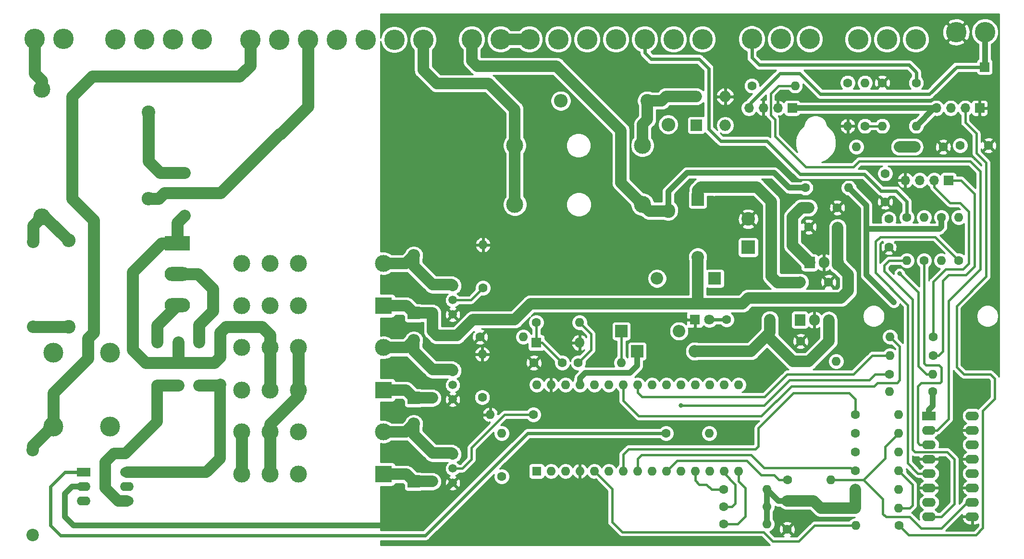
<source format=gbr>
%TF.GenerationSoftware,KiCad,Pcbnew,(5.1.10)-1*%
%TF.CreationDate,2021-09-13T11:27:50+02:00*%
%TF.ProjectId,portail_jc,706f7274-6169-46c5-9f6a-632e6b696361,rev?*%
%TF.SameCoordinates,Original*%
%TF.FileFunction,Copper,L2,Bot*%
%TF.FilePolarity,Positive*%
%FSLAX46Y46*%
G04 Gerber Fmt 4.6, Leading zero omitted, Abs format (unit mm)*
G04 Created by KiCad (PCBNEW (5.1.10)-1) date 2021-09-13 11:27:50*
%MOMM*%
%LPD*%
G01*
G04 APERTURE LIST*
%TA.AperFunction,ComponentPad*%
%ADD10C,1.600000*%
%TD*%
%TA.AperFunction,ComponentPad*%
%ADD11O,2.200000X2.200000*%
%TD*%
%TA.AperFunction,ComponentPad*%
%ADD12R,2.200000X2.200000*%
%TD*%
%TA.AperFunction,ComponentPad*%
%ADD13O,1.600000X1.600000*%
%TD*%
%TA.AperFunction,ComponentPad*%
%ADD14C,3.500000*%
%TD*%
%TA.AperFunction,ComponentPad*%
%ADD15C,2.200000*%
%TD*%
%TA.AperFunction,ComponentPad*%
%ADD16O,1.700000X1.700000*%
%TD*%
%TA.AperFunction,ComponentPad*%
%ADD17R,1.700000X1.700000*%
%TD*%
%TA.AperFunction,ComponentPad*%
%ADD18C,3.600000*%
%TD*%
%TA.AperFunction,ComponentPad*%
%ADD19O,2.400000X2.400000*%
%TD*%
%TA.AperFunction,ComponentPad*%
%ADD20C,2.400000*%
%TD*%
%TA.AperFunction,ComponentPad*%
%ADD21C,3.000000*%
%TD*%
%TA.AperFunction,ComponentPad*%
%ADD22R,3.000000X3.000000*%
%TD*%
%TA.AperFunction,ComponentPad*%
%ADD23O,2.400000X1.600000*%
%TD*%
%TA.AperFunction,ComponentPad*%
%ADD24R,2.400000X1.600000*%
%TD*%
%TA.AperFunction,ComponentPad*%
%ADD25O,1.905000X2.000000*%
%TD*%
%TA.AperFunction,ComponentPad*%
%ADD26R,1.905000X2.000000*%
%TD*%
%TA.AperFunction,ComponentPad*%
%ADD27O,1.800000X1.800000*%
%TD*%
%TA.AperFunction,ComponentPad*%
%ADD28R,1.800000X1.800000*%
%TD*%
%TA.AperFunction,ComponentPad*%
%ADD29R,1.600000X1.600000*%
%TD*%
%TA.AperFunction,ComponentPad*%
%ADD30R,2.400000X2.400000*%
%TD*%
%TA.AperFunction,ComponentPad*%
%ADD31O,2.000000X2.000000*%
%TD*%
%TA.AperFunction,ComponentPad*%
%ADD32R,2.000000X2.000000*%
%TD*%
%TA.AperFunction,ComponentPad*%
%ADD33C,1.800000*%
%TD*%
%TA.AperFunction,ComponentPad*%
%ADD34C,1.500000*%
%TD*%
%TA.AperFunction,ComponentPad*%
%ADD35R,1.500000X1.500000*%
%TD*%
%TA.AperFunction,ComponentPad*%
%ADD36R,4.500000X2.500000*%
%TD*%
%TA.AperFunction,ComponentPad*%
%ADD37O,4.500000X2.500000*%
%TD*%
%TA.AperFunction,ViaPad*%
%ADD38C,0.800000*%
%TD*%
%TA.AperFunction,Conductor*%
%ADD39C,1.000000*%
%TD*%
%TA.AperFunction,Conductor*%
%ADD40C,0.400000*%
%TD*%
%TA.AperFunction,Conductor*%
%ADD41C,2.000000*%
%TD*%
%TA.AperFunction,Conductor*%
%ADD42C,2.100000*%
%TD*%
%TA.AperFunction,Conductor*%
%ADD43C,0.600000*%
%TD*%
%TA.AperFunction,Conductor*%
%ADD44C,0.300000*%
%TD*%
%TA.AperFunction,Conductor*%
%ADD45C,0.254000*%
%TD*%
%TA.AperFunction,Conductor*%
%ADD46C,0.100000*%
%TD*%
G04 APERTURE END LIST*
D10*
%TO.P,C20,2*%
%TO.N,GND*%
X234235000Y-65278000D03*
%TO.P,C20,1*%
%TO.N,/F*%
X229235000Y-65278000D03*
%TD*%
%TO.P,C19,2*%
%TO.N,GND*%
X224028000Y-74977000D03*
%TO.P,C19,1*%
%TO.N,/FA*%
X224028000Y-69977000D03*
%TD*%
%TO.P,C1,2*%
%TO.N,GND*%
X224663000Y-82978000D03*
%TO.P,C1,1*%
%TO.N,/FC*%
X224663000Y-77978000D03*
%TD*%
D11*
%TO.P,D3,2*%
%TO.N,/24VR*%
X183840000Y-88500000D03*
D12*
%TO.P,D3,1*%
%TO.N,Net-(C16-Pad1)*%
X194000000Y-88500000D03*
%TD*%
D13*
%TO.P,R40,2*%
%TO.N,Net-(R1-Pad1)*%
X217620000Y-72500000D03*
D10*
%TO.P,R40,1*%
%TO.N,/10*%
X210000000Y-72500000D03*
%TD*%
D14*
%TO.P,FL1,4*%
%TO.N,N*%
X87438000Y-114632000D03*
%TO.P,FL1,3*%
%TO.N,Net-(C5-Pad2)*%
X87438000Y-101632000D03*
%TO.P,FL1,2*%
%TO.N,Ph*%
X77438000Y-114632000D03*
%TO.P,FL1,1*%
%TO.N,Net-(C5-Pad1)*%
X77438000Y-101632000D03*
%TD*%
D10*
%TO.P,R22,1*%
%TO.N,Net-(C6-Pad1)*%
X103124000Y-107315000D03*
D13*
%TO.P,R22,2*%
%TO.N,CT*%
X103124000Y-99695000D03*
%TD*%
%TO.P,R20,2*%
%TO.N,Net-(C3-Pad2)*%
X99441000Y-99695000D03*
D10*
%TO.P,R20,1*%
%TO.N,Net-(R19-Pad2)*%
X99441000Y-107315000D03*
%TD*%
D15*
%TO.P,C18,2*%
%TO.N,N*%
X73787000Y-133745000D03*
%TO.P,C18,1*%
%TO.N,Ph*%
X73787000Y-118745000D03*
%TD*%
%TO.P,C5,1*%
%TO.N,Net-(C5-Pad1)*%
X73914000Y-82042000D03*
%TO.P,C5,2*%
%TO.N,Net-(C5-Pad2)*%
X73914000Y-97042000D03*
%TD*%
D16*
%TO.P,J8,4*%
%TO.N,+5V*%
X233045000Y-58420000D03*
%TO.P,J8,3*%
%TO.N,/ERR*%
X235585000Y-58420000D03*
%TO.P,J8,2*%
%TO.N,Net-(J8-Pad2)*%
X238125000Y-58420000D03*
D17*
%TO.P,J8,1*%
%TO.N,GND*%
X240665000Y-58420000D03*
%TD*%
D16*
%TO.P,J7,4*%
%TO.N,GND*%
X227580000Y-71179500D03*
%TO.P,J7,3*%
%TO.N,+5V*%
X230120000Y-71179500D03*
%TO.P,J7,2*%
%TO.N,Net-(J7-Pad2)*%
X232660000Y-71179500D03*
D17*
%TO.P,J7,1*%
%TO.N,Net-(J7-Pad1)*%
X235200000Y-71179500D03*
%TD*%
D16*
%TO.P,J11,4*%
%TO.N,Net-(J11-Pad4)*%
X200025000Y-58420000D03*
%TO.P,J11,3*%
%TO.N,GND*%
X202565000Y-58420000D03*
%TO.P,J11,2*%
X205105000Y-58420000D03*
D17*
%TO.P,J11,1*%
%TO.N,+5V*%
X207645000Y-58420000D03*
%TD*%
D18*
%TO.P,J2,4*%
%TO.N,/puissance/E1*%
X103632000Y-46291500D03*
%TO.P,J2,3*%
%TO.N,/puissance/W*%
X98552000Y-46291500D03*
%TO.P,J2,2*%
%TO.N,/puissance/V*%
X93472000Y-46291500D03*
%TO.P,J2,1*%
%TO.N,/puissance/U*%
X88392000Y-46291500D03*
%TD*%
%TO.P,J4,9*%
%TO.N,/CY*%
X191833500Y-46291500D03*
%TO.P,J4,8*%
%TO.N,/CX*%
X186753500Y-46291500D03*
%TO.P,J4,7*%
%TO.N,/7*%
X181673500Y-46291500D03*
%TO.P,J4,6*%
%TO.N,/3P*%
X176593500Y-46291500D03*
%TO.P,J4,5*%
%TO.N,/0*%
X171513500Y-46291500D03*
%TO.P,J4,4*%
%TO.N,/1*%
X166433500Y-46291500D03*
%TO.P,J4,3*%
%TO.N,/0*%
X161353500Y-46291500D03*
%TO.P,J4,2*%
X156273500Y-46291500D03*
%TO.P,J4,1*%
%TO.N,/10*%
X151193500Y-46291500D03*
%TD*%
%TO.P,J3,7*%
%TO.N,/24*%
X142621000Y-46355000D03*
%TO.P,J3,6*%
%TO.N,/12*%
X137541000Y-46355000D03*
%TO.P,J3,5*%
%TO.N,/0*%
X132461000Y-46355000D03*
%TO.P,J3,4*%
%TO.N,Net-(J3-Pad4)*%
X127381000Y-46355000D03*
%TO.P,J3,3*%
%TO.N,CT*%
X122301000Y-46355000D03*
%TO.P,J3,2*%
%TO.N,N*%
X117221000Y-46355000D03*
%TO.P,J3,1*%
%TO.N,Ph*%
X112141000Y-46355000D03*
%TD*%
D13*
%TO.P,R5,2*%
%TO.N,+5V*%
X203200000Y-125730000D03*
D10*
%TO.P,R5,1*%
%TO.N,/BpEnt*%
X195580000Y-125730000D03*
%TD*%
D13*
%TO.P,R39,2*%
%TO.N,+5V*%
X156464000Y-115824000D03*
D10*
%TO.P,R39,1*%
%TO.N,/BpEch*%
X156464000Y-123444000D03*
%TD*%
D19*
%TO.P,D10,2*%
%TO.N,/0*%
X166878000Y-57150000D03*
D20*
%TO.P,D10,1*%
%TO.N,Net-(D10-Pad1)*%
X182118000Y-57150000D03*
%TD*%
D19*
%TO.P,D4,2*%
%TO.N,/0*%
X185801000Y-61341000D03*
D20*
%TO.P,D4,1*%
%TO.N,/10*%
X185801000Y-76581000D03*
%TD*%
D19*
%TO.P,D1,2*%
%TO.N,Net-(C5-Pad1)*%
X80137000Y-81788000D03*
D20*
%TO.P,D1,1*%
%TO.N,Net-(C5-Pad2)*%
X80137000Y-97028000D03*
%TD*%
D13*
%TO.P,R38,2*%
%TO.N,/DATA*%
X218821000Y-132080000D03*
D10*
%TO.P,R38,1*%
%TO.N,Net-(J8-Pad2)*%
X226441000Y-132080000D03*
%TD*%
D13*
%TO.P,R37,2*%
%TO.N,+5V*%
X229489000Y-61595000D03*
D10*
%TO.P,R37,1*%
%TO.N,/+*%
X229489000Y-53975000D03*
%TD*%
D21*
%TO.P,K4,14*%
%TO.N,/puissance/U*%
X110636000Y-123048000D03*
%TO.P,K4,21*%
%TO.N,Net-(K3-Pad12)*%
X115636000Y-115548000D03*
%TO.P,K4,12*%
%TO.N,Net-(K4-Pad12)*%
X120636000Y-123048000D03*
%TO.P,K4,22*%
%TO.N,Net-(K4-Pad22)*%
X120636000Y-115548000D03*
%TO.P,K4,24*%
%TO.N,/puissance/U*%
X110636000Y-115548000D03*
%TO.P,K4,11*%
%TO.N,Net-(K3-Pad12)*%
X115636000Y-123048000D03*
%TO.P,K4,A2*%
%TO.N,Net-(C14-Pad2)*%
X135636000Y-115548000D03*
D22*
%TO.P,K4,A1*%
%TO.N,24V*%
X135636000Y-123048000D03*
%TD*%
D21*
%TO.P,K3,14*%
%TO.N,/puissance/V*%
X110636000Y-108189000D03*
%TO.P,K3,21*%
%TO.N,Net-(C3-Pad2)*%
X115636000Y-100689000D03*
%TO.P,K3,12*%
%TO.N,Net-(K3-Pad12)*%
X120636000Y-108189000D03*
%TO.P,K3,22*%
X120636000Y-100689000D03*
%TO.P,K3,24*%
%TO.N,/puissance/V*%
X110636000Y-100689000D03*
%TO.P,K3,11*%
%TO.N,Net-(C3-Pad2)*%
X115636000Y-108189000D03*
%TO.P,K3,A2*%
%TO.N,Net-(C13-Pad2)*%
X135636000Y-100689000D03*
D22*
%TO.P,K3,A1*%
%TO.N,24V*%
X135636000Y-108189000D03*
%TD*%
D21*
%TO.P,K2,14*%
%TO.N,/puissance/W*%
X110636000Y-93330000D03*
%TO.P,K2,21*%
%TO.N,Ph*%
X115636000Y-85830000D03*
%TO.P,K2,12*%
%TO.N,Net-(K2-Pad12)*%
X120636000Y-93330000D03*
%TO.P,K2,22*%
%TO.N,Net-(K2-Pad22)*%
X120636000Y-85830000D03*
%TO.P,K2,24*%
%TO.N,/puissance/E1*%
X110636000Y-85830000D03*
%TO.P,K2,11*%
%TO.N,N*%
X115636000Y-93330000D03*
%TO.P,K2,A2*%
%TO.N,Net-(C12-Pad2)*%
X135636000Y-85830000D03*
D22*
%TO.P,K2,A1*%
%TO.N,24V*%
X135636000Y-93330000D03*
%TD*%
D10*
%TO.P,C14,2*%
%TO.N,Net-(C14-Pad2)*%
X144272000Y-119318000D03*
%TO.P,C14,1*%
%TO.N,24V*%
X144272000Y-124318000D03*
%TD*%
%TO.P,C13,2*%
%TO.N,Net-(C13-Pad2)*%
X144272000Y-104586000D03*
%TO.P,C13,1*%
%TO.N,24V*%
X144272000Y-109586000D03*
%TD*%
%TO.P,C12,2*%
%TO.N,Net-(C12-Pad2)*%
X144272000Y-89600000D03*
%TO.P,C12,1*%
%TO.N,24V*%
X144272000Y-94600000D03*
%TD*%
D13*
%TO.P,R23,2*%
%TO.N,+5V*%
X203200000Y-131826000D03*
D10*
%TO.P,R23,1*%
%TO.N,/Bp-*%
X195580000Y-131826000D03*
%TD*%
D13*
%TO.P,R36,2*%
%TO.N,Net-(R27-Pad2)*%
X233934000Y-85344000D03*
D10*
%TO.P,R36,1*%
%TO.N,Net-(R1-Pad1)*%
X233934000Y-77724000D03*
%TD*%
D13*
%TO.P,R27,2*%
%TO.N,Net-(R27-Pad2)*%
X227838000Y-85344000D03*
D10*
%TO.P,R27,1*%
%TO.N,/7*%
X227838000Y-77724000D03*
%TD*%
%TO.P,C15,2*%
%TO.N,GND*%
X210600000Y-79400000D03*
%TO.P,C15,1*%
%TO.N,24V*%
X215600000Y-79400000D03*
%TD*%
D13*
%TO.P,R6,2*%
%TO.N,GND*%
X153162000Y-82550000D03*
D10*
%TO.P,R6,1*%
%TO.N,R2*%
X153162000Y-90170000D03*
%TD*%
D23*
%TO.P,U2,16*%
%TO.N,Net-(R3-Pad2)*%
X239370000Y-112750000D03*
%TO.P,U2,8*%
%TO.N,Net-(R27-Pad2)*%
X231750000Y-130530000D03*
%TO.P,U2,15*%
%TO.N,GND*%
X239370000Y-115290000D03*
%TO.P,U2,7*%
%TO.N,Net-(R1-Pad1)*%
X231750000Y-127990000D03*
%TO.P,U2,14*%
%TO.N,Net-(R10-Pad2)*%
X239370000Y-117830000D03*
%TO.P,U2,6*%
%TO.N,GND*%
X231750000Y-125450000D03*
%TO.P,U2,13*%
X239370000Y-120370000D03*
%TO.P,U2,5*%
%TO.N,Net-(R9-Pad1)*%
X231750000Y-122910000D03*
%TO.P,U2,12*%
%TO.N,Net-(R11-Pad2)*%
X239370000Y-122910000D03*
%TO.P,U2,4*%
%TO.N,GND*%
X231750000Y-120370000D03*
%TO.P,U2,11*%
X239370000Y-125450000D03*
%TO.P,U2,3*%
%TO.N,Net-(R8-Pad1)*%
X231750000Y-117830000D03*
%TO.P,U2,10*%
%TO.N,Net-(R24-Pad2)*%
X239370000Y-127990000D03*
%TO.P,U2,2*%
%TO.N,Net-(R1-Pad2)*%
X231750000Y-115290000D03*
%TO.P,U2,9*%
%TO.N,GND*%
X239370000Y-130530000D03*
D24*
%TO.P,U2,1*%
%TO.N,Net-(R1-Pad1)*%
X231750000Y-112750000D03*
%TD*%
D10*
%TO.P,C16,2*%
%TO.N,GND*%
X215600000Y-76000000D03*
%TO.P,C16,1*%
%TO.N,Net-(C16-Pad1)*%
X210600000Y-76000000D03*
%TD*%
D25*
%TO.P,U4,3*%
%TO.N,24V*%
X215780000Y-85700000D03*
%TO.P,U4,2*%
%TO.N,GND*%
X213240000Y-85700000D03*
D26*
%TO.P,U4,1*%
%TO.N,Net-(C16-Pad1)*%
X210700000Y-85700000D03*
%TD*%
D10*
%TO.P,C10,2*%
%TO.N,GND*%
X162132000Y-103378000D03*
%TO.P,C10,1*%
%TO.N,/Onde*%
X167132000Y-103378000D03*
%TD*%
%TO.P,C9,2*%
%TO.N,GND*%
X214042000Y-89154000D03*
%TO.P,C9,1*%
%TO.N,Net-(C9-Pad1)*%
X209042000Y-89154000D03*
%TD*%
D11*
%TO.P,D5,2*%
%TO.N,/24VR*%
X187706000Y-97790000D03*
D12*
%TO.P,D5,1*%
%TO.N,Net-(D5-Pad1)*%
X177546000Y-97790000D03*
%TD*%
D13*
%TO.P,R35,2*%
%TO.N,/Encod*%
X223520000Y-61595000D03*
D10*
%TO.P,R35,1*%
%TO.N,GND*%
X223520000Y-53975000D03*
%TD*%
D13*
%TO.P,R34,2*%
%TO.N,/D*%
X220472000Y-53975000D03*
D10*
%TO.P,R34,1*%
%TO.N,/Encod*%
X220472000Y-61595000D03*
%TD*%
D13*
%TO.P,R33,2*%
%TO.N,GND*%
X217424000Y-61595000D03*
D10*
%TO.P,R33,1*%
%TO.N,/E*%
X217424000Y-53975000D03*
%TD*%
%TO.P,C8,2*%
%TO.N,GND*%
X206750000Y-132750000D03*
%TO.P,C8,1*%
%TO.N,+5V*%
X206750000Y-127750000D03*
%TD*%
%TO.P,C7,2*%
%TO.N,GND*%
X242236000Y-65024000D03*
%TO.P,C7,1*%
%TO.N,+5V*%
X237236000Y-65024000D03*
%TD*%
D27*
%TO.P,D14,2*%
%TO.N,GND*%
X170180000Y-99822000D03*
D28*
%TO.P,D14,1*%
%TO.N,/Onde*%
X162560000Y-99822000D03*
%TD*%
D13*
%TO.P,R32,2*%
%TO.N,Net-(R30-Pad2)*%
X160274000Y-98806000D03*
D10*
%TO.P,R32,1*%
%TO.N,GND*%
X152654000Y-98806000D03*
%TD*%
D13*
%TO.P,R31,2*%
%TO.N,Net-(D5-Pad1)*%
X177546000Y-103378000D03*
D10*
%TO.P,R31,1*%
%TO.N,Net-(R30-Pad2)*%
X169926000Y-103378000D03*
%TD*%
%TO.P,R3,1*%
%TO.N,+5V*%
X207772000Y-103124000D03*
D13*
%TO.P,R3,2*%
%TO.N,Net-(R3-Pad2)*%
X215392000Y-103124000D03*
%TD*%
D11*
%TO.P,D13,2*%
%TO.N,+5V*%
X190500000Y-101346000D03*
D12*
%TO.P,D13,1*%
%TO.N,Net-(A1-Pad27)*%
X180340000Y-101346000D03*
%TD*%
D29*
%TO.P,A1,1*%
%TO.N,Net-(A1-Pad1)*%
X162623500Y-122491500D03*
D13*
%TO.P,A1,17*%
%TO.N,Net-(A1-Pad17)*%
X195643500Y-107251500D03*
%TO.P,A1,2*%
%TO.N,Net-(A1-Pad2)*%
X165163500Y-122491500D03*
%TO.P,A1,18*%
%TO.N,Net-(A1-Pad18)*%
X193103500Y-107251500D03*
%TO.P,A1,3*%
%TO.N,Net-(A1-Pad3)*%
X167703500Y-122491500D03*
%TO.P,A1,19*%
%TO.N,Net-(A1-Pad19)*%
X190563500Y-107251500D03*
%TO.P,A1,4*%
%TO.N,GND*%
X170243500Y-122491500D03*
%TO.P,A1,20*%
%TO.N,R2*%
X188023500Y-107251500D03*
%TO.P,A1,5*%
%TO.N,/DATA*%
X172783500Y-122491500D03*
%TO.P,A1,21*%
%TO.N,R3*%
X185483500Y-107251500D03*
%TO.P,A1,6*%
%TO.N,Net-(A1-Pad6)*%
X175323500Y-122491500D03*
%TO.P,A1,22*%
%TO.N,R4*%
X182943500Y-107251500D03*
%TO.P,A1,7*%
%TO.N,Net-(A1-Pad7)*%
X177863500Y-122491500D03*
%TO.P,A1,23*%
%TO.N,/SDA*%
X180403500Y-107251500D03*
%TO.P,A1,8*%
%TO.N,Net-(A1-Pad8)*%
X180403500Y-122491500D03*
%TO.P,A1,24*%
%TO.N,/SCL*%
X177863500Y-107251500D03*
%TO.P,A1,9*%
%TO.N,Net-(A1-Pad9)*%
X182943500Y-122491500D03*
%TO.P,A1,25*%
%TO.N,/Onde*%
X175323500Y-107251500D03*
%TO.P,A1,10*%
%TO.N,Net-(A1-Pad10)*%
X185483500Y-122491500D03*
%TO.P,A1,26*%
%TO.N,Net-(A1-Pad26)*%
X172783500Y-107251500D03*
%TO.P,A1,11*%
%TO.N,/BpEch*%
X188023500Y-122491500D03*
%TO.P,A1,27*%
%TO.N,Net-(A1-Pad27)*%
X170243500Y-107251500D03*
%TO.P,A1,12*%
%TO.N,/BpEnt*%
X190563500Y-122491500D03*
%TO.P,A1,28*%
%TO.N,Net-(A1-Pad28)*%
X167703500Y-107251500D03*
%TO.P,A1,13*%
%TO.N,Var*%
X193103500Y-122491500D03*
%TO.P,A1,29*%
%TO.N,GND*%
X165163500Y-107251500D03*
%TO.P,A1,14*%
%TO.N,/Bp+*%
X195643500Y-122491500D03*
%TO.P,A1,30*%
%TO.N,Net-(A1-Pad30)*%
X162623500Y-107251500D03*
%TO.P,A1,15*%
%TO.N,/Bp-*%
X198183500Y-122491500D03*
%TO.P,A1,16*%
%TO.N,Net-(A1-Pad16)*%
X198183500Y-107251500D03*
%TD*%
%TO.P,R30,2*%
%TO.N,Net-(R30-Pad2)*%
X170180000Y-96266000D03*
D10*
%TO.P,R30,1*%
%TO.N,/Onde*%
X162560000Y-96266000D03*
%TD*%
D19*
%TO.P,R29,2*%
%TO.N,CT*%
X94234000Y-74422000D03*
D20*
%TO.P,R29,1*%
%TO.N,Net-(C3-Pad1)*%
X94234000Y-59182000D03*
%TD*%
D10*
%TO.P,C6,2*%
%TO.N,Net-(C3-Pad2)*%
X106807000Y-99688000D03*
%TO.P,C6,1*%
%TO.N,Net-(C6-Pad1)*%
X106807000Y-107188000D03*
%TD*%
%TO.P,C3,2*%
%TO.N,Net-(C3-Pad2)*%
X100584000Y-77350000D03*
%TO.P,C3,1*%
%TO.N,Net-(C3-Pad1)*%
X100584000Y-69850000D03*
%TD*%
D30*
%TO.P,C2,1*%
%TO.N,Net-(C16-Pad1)*%
X199900000Y-83000000D03*
D20*
%TO.P,C2,2*%
%TO.N,GND*%
X199900000Y-78000000D03*
%TD*%
D10*
%TO.P,C4,2*%
%TO.N,GND*%
X209122000Y-99568000D03*
%TO.P,C4,1*%
%TO.N,+5V*%
X214122000Y-99568000D03*
%TD*%
D31*
%TO.P,D2,4*%
%TO.N,Net-(D10-Pad1)*%
X190754000Y-56388000D03*
%TO.P,D2,2*%
%TO.N,/0*%
X195834000Y-61468000D03*
%TO.P,D2,3*%
%TO.N,GND*%
X195834000Y-56388000D03*
D32*
%TO.P,D2,1*%
%TO.N,/24VR*%
X190754000Y-61468000D03*
%TD*%
D12*
%TO.P,D7,1*%
%TO.N,24V*%
X140970000Y-94600000D03*
D11*
%TO.P,D7,2*%
%TO.N,Net-(C12-Pad2)*%
X140970000Y-84440000D03*
%TD*%
%TO.P,D8,2*%
%TO.N,Net-(C13-Pad2)*%
X140970000Y-99426000D03*
D12*
%TO.P,D8,1*%
%TO.N,24V*%
X140970000Y-109586000D03*
%TD*%
D28*
%TO.P,D9,1*%
%TO.N,GND*%
X190500000Y-95758000D03*
D33*
%TO.P,D9,2*%
%TO.N,Net-(D9-Pad2)*%
X193040000Y-95758000D03*
%TD*%
D12*
%TO.P,D11,1*%
%TO.N,24V*%
X140970000Y-124318000D03*
D11*
%TO.P,D11,2*%
%TO.N,Net-(C14-Pad2)*%
X140970000Y-114158000D03*
%TD*%
D12*
%TO.P,D12,1*%
%TO.N,Net-(C9-Pad1)*%
X191008000Y-74549000D03*
D11*
%TO.P,D12,2*%
%TO.N,24V*%
X191008000Y-84709000D03*
%TD*%
D21*
%TO.P,F1,2*%
%TO.N,Net-(C5-Pad1)*%
X75438000Y-77618000D03*
%TO.P,F1,1*%
%TO.N,Net-(F1-Pad1)*%
X75438000Y-55118000D03*
%TD*%
%TO.P,F2,1*%
%TO.N,/24*%
X158750000Y-65024000D03*
%TO.P,F2,2*%
%TO.N,Net-(D10-Pad1)*%
X181250000Y-65024000D03*
%TD*%
%TO.P,F4,1*%
%TO.N,/10*%
X181283500Y-75438000D03*
%TO.P,F4,2*%
%TO.N,/24*%
X158783500Y-75438000D03*
%TD*%
D18*
%TO.P,J1,1*%
%TO.N,Net-(F1-Pad1)*%
X74168000Y-46228000D03*
%TO.P,J1,2*%
%TO.N,Net-(C5-Pad2)*%
X79248000Y-46228000D03*
%TD*%
%TO.P,J5,3*%
%TO.N,/F*%
X229425500Y-46291500D03*
%TO.P,J5,2*%
%TO.N,/FA*%
X224345500Y-46291500D03*
%TO.P,J5,1*%
%TO.N,/FC*%
X219265500Y-46291500D03*
%TD*%
%TO.P,J6,1*%
%TO.N,GND*%
X236537500Y-45021500D03*
%TO.P,J6,2*%
%TO.N,Net-(J11-Pad4)*%
X241617500Y-45021500D03*
%TD*%
D17*
%TO.P,J9,1*%
%TO.N,Net-(J11-Pad4)*%
X241554000Y-51181000D03*
%TD*%
D18*
%TO.P,J10,1*%
%TO.N,/+*%
X200533000Y-46228000D03*
%TO.P,J10,2*%
%TO.N,/E*%
X205613000Y-46228000D03*
%TO.P,J10,3*%
%TO.N,/D*%
X210693000Y-46228000D03*
%TD*%
D34*
%TO.P,Q2,2*%
%TO.N,R2*%
X147828000Y-92314000D03*
%TO.P,Q2,3*%
%TO.N,GND*%
X147828000Y-94854000D03*
D35*
%TO.P,Q2,1*%
%TO.N,Net-(C12-Pad2)*%
X147828000Y-89774000D03*
%TD*%
D34*
%TO.P,Q3,2*%
%TO.N,R3*%
X147828000Y-107300000D03*
%TO.P,Q3,3*%
%TO.N,GND*%
X147828000Y-109840000D03*
D35*
%TO.P,Q3,1*%
%TO.N,Net-(C13-Pad2)*%
X147828000Y-104760000D03*
%TD*%
%TO.P,Q4,1*%
%TO.N,Net-(C14-Pad2)*%
X147828000Y-119492000D03*
D34*
%TO.P,Q4,3*%
%TO.N,GND*%
X147828000Y-124572000D03*
%TO.P,Q4,2*%
%TO.N,R4*%
X147828000Y-122032000D03*
%TD*%
D36*
%TO.P,Q5,1*%
%TO.N,Net-(C3-Pad2)*%
X99314000Y-82296000D03*
D37*
%TO.P,Q5,2*%
%TO.N,CT*%
X99314000Y-87746000D03*
%TO.P,Q5,3*%
%TO.N,Net-(Q5-Pad3)*%
X99314000Y-93196000D03*
%TD*%
D10*
%TO.P,R1,1*%
%TO.N,Net-(R1-Pad1)*%
X232410000Y-108458000D03*
D13*
%TO.P,R1,2*%
%TO.N,Net-(R1-Pad2)*%
X224790000Y-108458000D03*
%TD*%
D10*
%TO.P,R2,1*%
%TO.N,/CX*%
X200533000Y-54483000D03*
D13*
%TO.P,R2,2*%
%TO.N,Net-(R1-Pad2)*%
X208153000Y-54483000D03*
%TD*%
%TO.P,R4,2*%
%TO.N,Net-(R3-Pad2)*%
X226410000Y-112514000D03*
D10*
%TO.P,R4,1*%
%TO.N,Net-(A1-Pad7)*%
X218790000Y-112514000D03*
%TD*%
D13*
%TO.P,R7,2*%
%TO.N,GND*%
X153035000Y-101854000D03*
D10*
%TO.P,R7,1*%
%TO.N,R3*%
X153035000Y-109474000D03*
%TD*%
D13*
%TO.P,R8,2*%
%TO.N,/FC*%
X230886000Y-77724000D03*
D10*
%TO.P,R8,1*%
%TO.N,Net-(R8-Pad1)*%
X230886000Y-85344000D03*
%TD*%
%TO.P,R9,1*%
%TO.N,Net-(R9-Pad1)*%
X236982000Y-85344000D03*
D13*
%TO.P,R9,2*%
%TO.N,/FA*%
X236982000Y-77724000D03*
%TD*%
D10*
%TO.P,R10,1*%
%TO.N,+5V*%
X218790000Y-129024000D03*
D13*
%TO.P,R10,2*%
%TO.N,Net-(R10-Pad2)*%
X226410000Y-129024000D03*
%TD*%
%TO.P,R11,2*%
%TO.N,Net-(R11-Pad2)*%
X226410000Y-125722000D03*
D10*
%TO.P,R11,1*%
%TO.N,+5V*%
X218790000Y-125722000D03*
%TD*%
%TO.P,R12,1*%
%TO.N,Net-(A1-Pad8)*%
X218790000Y-122420000D03*
D13*
%TO.P,R12,2*%
%TO.N,Net-(R10-Pad2)*%
X226410000Y-122420000D03*
%TD*%
%TO.P,R13,2*%
%TO.N,Net-(R11-Pad2)*%
X226410000Y-119118000D03*
D10*
%TO.P,R13,1*%
%TO.N,Net-(A1-Pad9)*%
X218790000Y-119118000D03*
%TD*%
D13*
%TO.P,R14,2*%
%TO.N,24V*%
X218948000Y-65278000D03*
D10*
%TO.P,R14,1*%
%TO.N,/F*%
X226568000Y-65278000D03*
%TD*%
%TO.P,R15,1*%
%TO.N,Net-(J7-Pad1)*%
X232473500Y-102108000D03*
D13*
%TO.P,R15,2*%
%TO.N,/SDA*%
X224853500Y-102108000D03*
%TD*%
D10*
%TO.P,R16,1*%
%TO.N,/Bp+*%
X195580000Y-128778000D03*
D13*
%TO.P,R16,2*%
%TO.N,+5V*%
X203200000Y-128778000D03*
%TD*%
D10*
%TO.P,R17,1*%
%TO.N,Net-(D9-Pad2)*%
X196088000Y-95758000D03*
D13*
%TO.P,R17,2*%
%TO.N,+5V*%
X203708000Y-95758000D03*
%TD*%
%TO.P,R18,2*%
%TO.N,GND*%
X154432000Y-112522000D03*
D10*
%TO.P,R18,1*%
%TO.N,R4*%
X162052000Y-112522000D03*
%TD*%
D13*
%TO.P,R19,2*%
%TO.N,Net-(R19-Pad2)*%
X95758000Y-107315000D03*
D10*
%TO.P,R19,1*%
%TO.N,Net-(Q5-Pad3)*%
X95758000Y-99695000D03*
%TD*%
%TO.P,R21,1*%
%TO.N,Net-(R21-Pad1)*%
X185420000Y-115824000D03*
D13*
%TO.P,R21,2*%
%TO.N,Var*%
X193040000Y-115824000D03*
%TD*%
%TO.P,R24,2*%
%TO.N,Net-(R24-Pad2)*%
X226410000Y-115816000D03*
D10*
%TO.P,R24,1*%
%TO.N,+5V*%
X218790000Y-115816000D03*
%TD*%
%TO.P,R25,1*%
%TO.N,Net-(A1-Pad10)*%
X206800000Y-124000000D03*
D13*
%TO.P,R25,2*%
%TO.N,Net-(R24-Pad2)*%
X214420000Y-124000000D03*
%TD*%
%TO.P,R26,2*%
%TO.N,/Encod*%
X232410000Y-105410000D03*
D10*
%TO.P,R26,1*%
%TO.N,Net-(A1-Pad6)*%
X224790000Y-105410000D03*
%TD*%
D13*
%TO.P,R28,2*%
%TO.N,/SCL*%
X224901500Y-98806000D03*
D10*
%TO.P,R28,1*%
%TO.N,Net-(J7-Pad2)*%
X232521500Y-98806000D03*
%TD*%
D26*
%TO.P,U1,1*%
%TO.N,Net-(C9-Pad1)*%
X209000000Y-95800000D03*
D25*
%TO.P,U1,2*%
%TO.N,GND*%
X211540000Y-95800000D03*
%TO.P,U1,3*%
%TO.N,+5V*%
X214080000Y-95800000D03*
%TD*%
D24*
%TO.P,U3,1*%
%TO.N,Net-(R21-Pad1)*%
X82804000Y-122682000D03*
D23*
%TO.P,U3,4*%
%TO.N,Net-(R19-Pad2)*%
X90424000Y-127762000D03*
%TO.P,U3,2*%
%TO.N,GND*%
X82804000Y-125222000D03*
%TO.P,U3,5*%
%TO.N,Net-(U3-Pad5)*%
X90424000Y-125222000D03*
%TO.P,U3,3*%
%TO.N,Net-(U3-Pad3)*%
X82804000Y-127762000D03*
%TO.P,U3,6*%
%TO.N,Net-(C6-Pad1)*%
X90424000Y-122682000D03*
%TD*%
D38*
%TO.N,/Encod*%
X226568000Y-87630000D03*
%TO.N,Net-(A1-Pad6)*%
X188023500Y-110934500D03*
%TO.N,Net-(R1-Pad1)*%
X225552000Y-92710000D03*
%TD*%
D39*
%TO.N,GND*%
X147828000Y-124572000D02*
X140320000Y-132080000D01*
X79502000Y-126492000D02*
X80772000Y-125222000D01*
X80772000Y-125222000D02*
X82804000Y-125222000D01*
X79502000Y-130556000D02*
X79502000Y-126492000D01*
X140208000Y-132080000D02*
X83502718Y-132080000D01*
X140320000Y-132080000D02*
X140208000Y-132080000D01*
X83502718Y-132080000D02*
X81026000Y-132080000D01*
X79502000Y-130556000D02*
X81026000Y-132080000D01*
D40*
%TO.N,R2*%
X151018000Y-92314000D02*
X153162000Y-90170000D01*
X147828000Y-92314000D02*
X151018000Y-92314000D01*
%TO.N,/DATA*%
X172783500Y-122491500D02*
X175895000Y-125603000D01*
X175895000Y-125603000D02*
X175895000Y-131445000D01*
X175895000Y-131445000D02*
X177673000Y-133223000D01*
X202617086Y-133223000D02*
X202620097Y-133226011D01*
X202057000Y-133223000D02*
X202565000Y-133223000D01*
X177673000Y-133223000D02*
X202057000Y-133223000D01*
X202057000Y-133223000D02*
X202617086Y-133223000D01*
X202565000Y-133223000D02*
X204216000Y-134874000D01*
X204216000Y-134874000D02*
X208788000Y-134874000D01*
X211582000Y-132080000D02*
X218821000Y-132080000D01*
X208788000Y-134874000D02*
X211582000Y-132080000D01*
%TO.N,R4*%
X149494000Y-122032000D02*
X147828000Y-122032000D01*
X151130000Y-120396000D02*
X149494000Y-122032000D01*
X151130000Y-118364000D02*
X151130000Y-120396000D01*
X156972000Y-112522000D02*
X151130000Y-118364000D01*
X162052000Y-112522000D02*
X156972000Y-112522000D01*
%TO.N,Net-(A1-Pad7)*%
X177863500Y-119570500D02*
X177863500Y-122491500D01*
X178816000Y-118618000D02*
X177863500Y-119570500D01*
X201168000Y-118618000D02*
X178816000Y-118618000D01*
X201676000Y-118110000D02*
X201168000Y-118618000D01*
X217678000Y-108712000D02*
X207888000Y-108712000D01*
X201676000Y-114924000D02*
X201676000Y-118110000D01*
X218790000Y-109824000D02*
X217678000Y-108712000D01*
X207888000Y-108712000D02*
X201676000Y-114924000D01*
X218790000Y-112514000D02*
X218790000Y-109824000D01*
%TO.N,/SDA*%
X180403500Y-108382870D02*
X180403500Y-107251500D01*
X224853500Y-102108000D02*
X221742000Y-102108000D01*
X180403500Y-108603500D02*
X180403500Y-107251500D01*
X202783000Y-109383000D02*
X181183000Y-109383000D01*
X206756000Y-105410000D02*
X202783000Y-109383000D01*
X218440000Y-105410000D02*
X206756000Y-105410000D01*
X181183000Y-109383000D02*
X180403500Y-108603500D01*
X218440000Y-105410000D02*
X221742000Y-102108000D01*
%TO.N,Net-(A1-Pad8)*%
X218440000Y-122428000D02*
X217932000Y-121920000D01*
X200406000Y-119634000D02*
X202692000Y-121920000D01*
X181102000Y-119634000D02*
X200406000Y-119634000D01*
X180403500Y-120332500D02*
X181102000Y-119634000D01*
X180403500Y-122491500D02*
X180403500Y-120332500D01*
X217932000Y-121920000D02*
X202692000Y-121920000D01*
%TO.N,/SCL*%
X226600000Y-100504500D02*
X224901500Y-98806000D01*
X226124000Y-106934000D02*
X226600000Y-106458000D01*
X222642000Y-106934000D02*
X226124000Y-106934000D01*
X226600000Y-106458000D02*
X226600000Y-100504500D01*
X180600000Y-112800000D02*
X177863500Y-110063500D01*
X202200000Y-112800000D02*
X180600000Y-112800000D01*
X207489000Y-107511000D02*
X202200000Y-112800000D01*
X222065000Y-107511000D02*
X207489000Y-107511000D01*
X177863500Y-110063500D02*
X177863500Y-107251500D01*
X222065000Y-107511000D02*
X222642000Y-106934000D01*
%TO.N,Net-(A1-Pad10)*%
X206800000Y-124000000D02*
X205280000Y-124000000D01*
X205280000Y-124000000D02*
X204470000Y-123190000D01*
X199644000Y-120650000D02*
X202184000Y-123190000D01*
X187325000Y-120650000D02*
X199644000Y-120650000D01*
X185483500Y-122491500D02*
X187325000Y-120650000D01*
X204470000Y-123190000D02*
X202184000Y-123190000D01*
D41*
%TO.N,24V*%
X215646000Y-79502000D02*
X215646000Y-86106000D01*
X161544000Y-92964000D02*
X158750000Y-95758000D01*
X199898000Y-91948000D02*
X198882000Y-92964000D01*
X216252000Y-91948000D02*
X199898000Y-91948000D01*
X217500000Y-90700000D02*
X216252000Y-91948000D01*
X217500000Y-87800000D02*
X217500000Y-90700000D01*
X215780000Y-86080000D02*
X217500000Y-87800000D01*
X139573000Y-108189000D02*
X140970000Y-109586000D01*
X135636000Y-108189000D02*
X139573000Y-108189000D01*
X140970000Y-109586000D02*
X144272000Y-109586000D01*
X139700000Y-93330000D02*
X140970000Y-94600000D01*
X135636000Y-93330000D02*
X139700000Y-93330000D01*
X140970000Y-94600000D02*
X144272000Y-94600000D01*
X158750000Y-95758000D02*
X151384000Y-95758000D01*
X151384000Y-95758000D02*
X148590000Y-98552000D01*
X148590000Y-98552000D02*
X145034000Y-98552000D01*
X144272000Y-97790000D02*
X144272000Y-94600000D01*
X145034000Y-98552000D02*
X144272000Y-97790000D01*
X139700000Y-123048000D02*
X140970000Y-124318000D01*
X135636000Y-123048000D02*
X139700000Y-123048000D01*
X140970000Y-124318000D02*
X144272000Y-124318000D01*
X191008000Y-92329000D02*
X190373000Y-92964000D01*
X191008000Y-84709000D02*
X191008000Y-92329000D01*
X190373000Y-92964000D02*
X161544000Y-92964000D01*
X198882000Y-92964000D02*
X190373000Y-92964000D01*
D42*
%TO.N,Ph*%
X73787000Y-118029000D02*
X77438000Y-114378000D01*
X73787000Y-118745000D02*
X73787000Y-118029000D01*
X77438000Y-108744000D02*
X77438000Y-114378000D01*
X83566000Y-102616000D02*
X77438000Y-108744000D01*
X84582000Y-98044000D02*
X83566000Y-99060000D01*
X84582000Y-78232000D02*
X84582000Y-98044000D01*
X80772000Y-56388000D02*
X80772000Y-74422000D01*
X110236000Y-52832000D02*
X84328000Y-52832000D01*
X83566000Y-99060000D02*
X83566000Y-102616000D01*
X84328000Y-52832000D02*
X80772000Y-56388000D01*
X112141000Y-50927000D02*
X110236000Y-52832000D01*
X80772000Y-74422000D02*
X84582000Y-78232000D01*
X112141000Y-46355000D02*
X112141000Y-50927000D01*
%TO.N,Net-(C6-Pad1)*%
X106680000Y-107315000D02*
X106807000Y-107188000D01*
X103124000Y-107315000D02*
X106680000Y-107315000D01*
D41*
X93980000Y-122682000D02*
X90424000Y-122682000D01*
X106807000Y-107188000D02*
X106807000Y-119253000D01*
X106807000Y-119253000D02*
X106807000Y-120269000D01*
X104394000Y-122682000D02*
X93980000Y-122682000D01*
X106807000Y-120269000D02*
X104394000Y-122682000D01*
%TO.N,/0*%
X156273500Y-46291500D02*
X161353500Y-46291500D01*
D39*
%TO.N,/10*%
X185801000Y-76581000D02*
X185801000Y-73152000D01*
X185801000Y-73152000D02*
X186309000Y-72644000D01*
X189103000Y-69850000D02*
X204470000Y-69850000D01*
X186309000Y-72644000D02*
X189103000Y-69850000D01*
D41*
X186023500Y-76358500D02*
X185801000Y-76581000D01*
X182426500Y-76581000D02*
X181283500Y-75438000D01*
X185801000Y-76581000D02*
X182426500Y-76581000D01*
X177442000Y-71596500D02*
X181283500Y-75438000D01*
X177442000Y-62380000D02*
X177442000Y-71596500D01*
X167132000Y-52070000D02*
X177442000Y-62380000D01*
X151193500Y-46291500D02*
X151193500Y-50101500D01*
X151193500Y-50101500D02*
X152146000Y-51054000D01*
X166116000Y-51054000D02*
X167132000Y-52070000D01*
X152146000Y-51054000D02*
X166116000Y-51054000D01*
D39*
X207120000Y-72500000D02*
X204470000Y-69850000D01*
X210000000Y-72500000D02*
X207120000Y-72500000D01*
D43*
%TO.N,Net-(D9-Pad2)*%
X193040000Y-95758000D02*
X196088000Y-95758000D01*
D42*
%TO.N,Net-(F1-Pad1)*%
X74168000Y-46228000D02*
X74168000Y-52318000D01*
X75438000Y-53588000D02*
X74168000Y-52318000D01*
X75438000Y-55118000D02*
X75438000Y-53588000D01*
D41*
%TO.N,/24*%
X142621000Y-51689000D02*
X145034000Y-54102000D01*
X142621000Y-46355000D02*
X142621000Y-51689000D01*
X145034000Y-54102000D02*
X154178000Y-54102000D01*
X158750000Y-58674000D02*
X158750000Y-65024000D01*
X154178000Y-54102000D02*
X158750000Y-58674000D01*
X158750000Y-75404500D02*
X158783500Y-75438000D01*
X158750000Y-65024000D02*
X158750000Y-75404500D01*
D42*
%TO.N,/puissance/U*%
X110636000Y-123048000D02*
X110636000Y-115548000D01*
%TO.N,CT*%
X122301000Y-46355000D02*
X122301000Y-54610000D01*
X106934000Y-73406000D02*
X117348000Y-62992000D01*
X97028000Y-73406000D02*
X106934000Y-73406000D01*
X96012000Y-74422000D02*
X97028000Y-73406000D01*
X94234000Y-74422000D02*
X96012000Y-74422000D01*
X102986000Y-87746000D02*
X99314000Y-87746000D01*
X105537000Y-90297000D02*
X102986000Y-87746000D01*
X105537000Y-94234000D02*
X105537000Y-90297000D01*
X103124000Y-96647000D02*
X105537000Y-94234000D01*
X103124000Y-99695000D02*
X103124000Y-96647000D01*
X117348000Y-62992000D02*
X117508000Y-62992000D01*
X122301000Y-58199000D02*
X122301000Y-54610000D01*
X117508000Y-62992000D02*
X122301000Y-58199000D01*
D43*
%TO.N,/7*%
X220345000Y-70104000D02*
X223266000Y-73025000D01*
X209042000Y-70104000D02*
X220345000Y-70104000D01*
X203200000Y-64262000D02*
X209042000Y-70104000D01*
X225933000Y-73025000D02*
X227838000Y-74930000D01*
X192913000Y-62103000D02*
X195072000Y-64262000D01*
X192913000Y-51435000D02*
X192913000Y-62103000D01*
X195072000Y-64262000D02*
X203200000Y-64262000D01*
X191262000Y-49784000D02*
X192913000Y-51435000D01*
X227838000Y-74930000D02*
X227838000Y-77724000D01*
X182766000Y-49784000D02*
X191262000Y-49784000D01*
X223266000Y-73025000D02*
X225933000Y-73025000D01*
X181673500Y-48691500D02*
X182766000Y-49784000D01*
X181673500Y-46291500D02*
X181673500Y-48691500D01*
D41*
%TO.N,/F*%
X226568000Y-65278000D02*
X229235000Y-65278000D01*
D40*
%TO.N,Net-(J7-Pad2)*%
X232660000Y-72381581D02*
X232660000Y-71179500D01*
X238760000Y-76708000D02*
X237231581Y-75179581D01*
X237231581Y-75179581D02*
X235458000Y-75179581D01*
X238760000Y-85852000D02*
X238760000Y-76708000D01*
X237744000Y-86868000D02*
X238760000Y-85852000D01*
X234696000Y-86868000D02*
X237744000Y-86868000D01*
X232521500Y-89042500D02*
X234696000Y-86868000D01*
X232521500Y-98806000D02*
X232521500Y-89265500D01*
X232521500Y-89265500D02*
X232521500Y-89042500D01*
X235458000Y-75179581D02*
X232660000Y-72381581D01*
%TO.N,Net-(J7-Pad1)*%
X233430000Y-102108000D02*
X232473500Y-102108000D01*
X234188000Y-101350000D02*
X233430000Y-102108000D01*
X234188000Y-88900000D02*
X234188000Y-101350000D01*
X235204000Y-87884000D02*
X234188000Y-88900000D01*
X238252000Y-87884000D02*
X235204000Y-87884000D01*
X239776000Y-86360000D02*
X238252000Y-87884000D01*
X239776000Y-73533000D02*
X239776000Y-86360000D01*
X237422500Y-71179500D02*
X239776000Y-73533000D01*
X235200000Y-71179500D02*
X237422500Y-71179500D01*
D42*
%TO.N,Net-(Q5-Pad3)*%
X100330000Y-93196000D02*
X99844000Y-93196000D01*
X97282000Y-95228000D02*
X99314000Y-93196000D01*
X95758000Y-96752000D02*
X97282000Y-95228000D01*
X95758000Y-99695000D02*
X95758000Y-96752000D01*
D40*
%TO.N,Net-(R8-Pad1)*%
X230130000Y-117830000D02*
X231750000Y-117830000D01*
X229759000Y-117459000D02*
X230130000Y-117830000D01*
X229759000Y-107553000D02*
X229759000Y-117459000D01*
X230378000Y-106934000D02*
X229759000Y-107553000D01*
X233680000Y-106934000D02*
X230378000Y-106934000D01*
X233934000Y-106680000D02*
X233680000Y-106934000D01*
X233934000Y-104222000D02*
X233934000Y-106680000D01*
X233512000Y-103800000D02*
X233934000Y-104222000D01*
X231200000Y-103800000D02*
X233512000Y-103800000D01*
X230886000Y-103486000D02*
X231200000Y-103800000D01*
X230886000Y-85400000D02*
X230886000Y-103486000D01*
%TO.N,Net-(R9-Pad1)*%
X229810000Y-122910000D02*
X231750000Y-122910000D01*
X228000000Y-121100000D02*
X229810000Y-122910000D01*
X228000000Y-93178086D02*
X228000000Y-121100000D01*
X222300000Y-87478086D02*
X228000000Y-93178086D01*
X222300000Y-81992000D02*
X222300000Y-87478086D01*
X223139000Y-81153000D02*
X222300000Y-81992000D01*
X232791000Y-81153000D02*
X223139000Y-81153000D01*
X236982000Y-85344000D02*
X232791000Y-81153000D01*
%TO.N,Net-(R10-Pad2)*%
X228354000Y-129024000D02*
X226410000Y-129024000D01*
X228854000Y-128524000D02*
X228354000Y-129024000D01*
X228854000Y-124864000D02*
X228854000Y-128524000D01*
X226410000Y-122420000D02*
X228854000Y-124864000D01*
D43*
%TO.N,Net-(R21-Pad1)*%
X185420000Y-115824000D02*
X161036000Y-115824000D01*
X161036000Y-115824000D02*
X143002000Y-133858000D01*
X76962000Y-132080000D02*
X78740000Y-133858000D01*
X143002000Y-133858000D02*
X78740000Y-133858000D01*
X76962000Y-132080000D02*
X76962000Y-125222000D01*
X79502000Y-122682000D02*
X82804000Y-122682000D01*
X76962000Y-125222000D02*
X79502000Y-122682000D01*
D42*
%TO.N,Net-(K3-Pad12)*%
X115636000Y-123048000D02*
X115636000Y-115548000D01*
X115636000Y-115108000D02*
X115636000Y-115548000D01*
X120636000Y-108189000D02*
X120636000Y-100689000D01*
X115636000Y-115548000D02*
X115636000Y-114234000D01*
X120636000Y-109234000D02*
X120636000Y-108189000D01*
X115636000Y-114234000D02*
X120636000Y-109234000D01*
%TO.N,Net-(C3-Pad2)*%
X115636000Y-100689000D02*
X115636000Y-102804000D01*
X115636000Y-108189000D02*
X115636000Y-102804000D01*
X99314000Y-78620000D02*
X100584000Y-77350000D01*
X99314000Y-82296000D02*
X99314000Y-78620000D01*
X115636000Y-98491000D02*
X115636000Y-100689000D01*
X114173000Y-97028000D02*
X115636000Y-98491000D01*
X107823000Y-97028000D02*
X114173000Y-97028000D01*
X106807000Y-98044000D02*
X107823000Y-97028000D01*
X106807000Y-99688000D02*
X106807000Y-98044000D01*
X106807000Y-102362000D02*
X106807000Y-99688000D01*
X105791000Y-103378000D02*
X106807000Y-102362000D01*
X99441000Y-99695000D02*
X99441000Y-102870000D01*
X99949000Y-103378000D02*
X105791000Y-103378000D01*
X99441000Y-102870000D02*
X99949000Y-103378000D01*
X96520000Y-82296000D02*
X99314000Y-82296000D01*
X91694000Y-87122000D02*
X96520000Y-82296000D01*
X91440000Y-101092000D02*
X91440000Y-87376000D01*
X93726000Y-103378000D02*
X91440000Y-101092000D01*
X99949000Y-103378000D02*
X93726000Y-103378000D01*
%TO.N,Net-(C3-Pad1)*%
X100584000Y-69850000D02*
X96266000Y-69850000D01*
X94234000Y-67818000D02*
X94234000Y-59182000D01*
X96266000Y-69850000D02*
X94234000Y-67818000D01*
D41*
%TO.N,Net-(R19-Pad2)*%
X88900000Y-127762000D02*
X86614000Y-125476000D01*
X90424000Y-127762000D02*
X88900000Y-127762000D01*
D42*
X99441000Y-107315000D02*
X95758000Y-107315000D01*
D41*
X95758000Y-107315000D02*
X95758000Y-113792000D01*
X95758000Y-113792000D02*
X90170000Y-119380000D01*
X88138000Y-119380000D02*
X86614000Y-120904000D01*
X90170000Y-119380000D02*
X88138000Y-119380000D01*
X86614000Y-125476000D02*
X86614000Y-120904000D01*
D40*
%TO.N,Net-(D5-Pad1)*%
X177546000Y-103378000D02*
X177546000Y-97790000D01*
D39*
%TO.N,Net-(A1-Pad27)*%
X170243500Y-107251500D02*
X170243500Y-106108500D01*
X179070000Y-105156000D02*
X180340000Y-103886000D01*
X180340000Y-103886000D02*
X180340000Y-101346000D01*
X171196000Y-105156000D02*
X179070000Y-105156000D01*
X170243500Y-106108500D02*
X171196000Y-105156000D01*
D40*
%TO.N,Net-(R30-Pad2)*%
X169926000Y-103378000D02*
X172212000Y-101092000D01*
X172212000Y-98298000D02*
X170180000Y-96266000D01*
X172212000Y-101092000D02*
X172212000Y-98298000D01*
%TO.N,/Encod*%
X231278630Y-105410000D02*
X232410000Y-105410000D01*
X229870000Y-104001370D02*
X229939315Y-104070685D01*
X229939315Y-104070685D02*
X231278630Y-105410000D01*
X229870000Y-91186000D02*
X229870000Y-104001370D01*
X220472000Y-61595000D02*
X223520000Y-61595000D01*
X229870000Y-91186000D02*
X229870000Y-90932000D01*
X229870000Y-90932000D02*
X226568000Y-87630000D01*
D41*
%TO.N,Net-(C12-Pad2)*%
X139580000Y-85830000D02*
X140970000Y-84440000D01*
X135636000Y-85830000D02*
X139580000Y-85830000D01*
X140970000Y-86298000D02*
X144272000Y-89600000D01*
X140970000Y-84440000D02*
X140970000Y-86298000D01*
X147654000Y-89600000D02*
X147828000Y-89774000D01*
X144272000Y-89600000D02*
X147654000Y-89600000D01*
%TO.N,Net-(C13-Pad2)*%
X139707000Y-100689000D02*
X140970000Y-99426000D01*
X135636000Y-100689000D02*
X139707000Y-100689000D01*
X140970000Y-101284000D02*
X144272000Y-104586000D01*
X140970000Y-99426000D02*
X140970000Y-101284000D01*
X147654000Y-104586000D02*
X147828000Y-104760000D01*
X144272000Y-104586000D02*
X147654000Y-104586000D01*
%TO.N,Net-(C14-Pad2)*%
X139580000Y-115548000D02*
X140970000Y-114158000D01*
X135636000Y-115548000D02*
X139580000Y-115548000D01*
X140970000Y-116016000D02*
X144272000Y-119318000D01*
X140970000Y-114158000D02*
X140970000Y-116016000D01*
X147654000Y-119318000D02*
X147828000Y-119492000D01*
X144272000Y-119318000D02*
X147654000Y-119318000D01*
D40*
%TO.N,/Onde*%
X162560000Y-99822000D02*
X162560000Y-96266000D01*
X163576000Y-99822000D02*
X162560000Y-99822000D01*
X167132000Y-103378000D02*
X163576000Y-99822000D01*
%TO.N,Net-(J8-Pad2)*%
X239988000Y-133800000D02*
X228161000Y-133800000D01*
X241808000Y-88138000D02*
X236601000Y-93345000D01*
X228161000Y-133800000D02*
X226441000Y-132080000D01*
X236601000Y-93345000D02*
X236601000Y-104140000D01*
X241808000Y-68072000D02*
X241808000Y-88138000D01*
X240093500Y-66357500D02*
X241808000Y-68072000D01*
X241250000Y-132538000D02*
X239988000Y-133800000D01*
X238125000Y-57912000D02*
X238125000Y-58801000D01*
X241250000Y-132538000D02*
X241250000Y-111810000D01*
X241250000Y-111810000D02*
X243332000Y-109728000D01*
X243332000Y-109728000D02*
X243332000Y-106172000D01*
X243332000Y-106172000D02*
X242570000Y-105410000D01*
X237871000Y-105410000D02*
X236601000Y-104140000D01*
X242570000Y-105410000D02*
X237871000Y-105410000D01*
X238125000Y-60960000D02*
X240093500Y-62928500D01*
X238125000Y-58420000D02*
X238125000Y-60960000D01*
X240093500Y-62928500D02*
X240093500Y-66357500D01*
%TO.N,Net-(R1-Pad2)*%
X204597000Y-63246000D02*
X204597000Y-62801500D01*
X205232000Y-54483000D02*
X208153000Y-54483000D01*
X203835000Y-55880000D02*
X205232000Y-54483000D01*
X203835000Y-59690000D02*
X203835000Y-55880000D01*
X204597000Y-60452000D02*
X203835000Y-59690000D01*
X204597000Y-62801500D02*
X204597000Y-60452000D01*
X240792000Y-69596000D02*
X240792000Y-86868000D01*
X239014000Y-67818000D02*
X240792000Y-69596000D01*
X219456000Y-67818000D02*
X239014000Y-67818000D01*
X240792000Y-86868000D02*
X235204000Y-92456000D01*
X218440000Y-68834000D02*
X219456000Y-67818000D01*
X210058000Y-68834000D02*
X218440000Y-68834000D01*
X235204000Y-113284000D02*
X233198000Y-115290000D01*
X235204000Y-92456000D02*
X235204000Y-113284000D01*
X204597000Y-63373000D02*
X210058000Y-68834000D01*
X233198000Y-115290000D02*
X231750000Y-115290000D01*
X204597000Y-62801500D02*
X204597000Y-63373000D01*
%TO.N,Net-(R27-Pad2)*%
X233960000Y-130530000D02*
X231750000Y-130530000D01*
X236220000Y-128270000D02*
X233960000Y-130530000D01*
X236220000Y-120396000D02*
X236220000Y-128270000D01*
X234950000Y-119126000D02*
X236220000Y-120396000D01*
X228854000Y-118713990D02*
X229266010Y-119126000D01*
X228854000Y-92202000D02*
X228854000Y-118713990D01*
X229266010Y-119126000D02*
X234950000Y-119126000D01*
X227838000Y-85344000D02*
X224663000Y-85344000D01*
X223837500Y-86169500D02*
X223837500Y-87185500D01*
X224663000Y-85344000D02*
X223837500Y-86169500D01*
X223837500Y-87185500D02*
X228854000Y-92202000D01*
D43*
%TO.N,/+*%
X229552500Y-54229000D02*
X229552500Y-52133500D01*
X201803000Y-50800000D02*
X228219000Y-50800000D01*
X200533000Y-49530000D02*
X201803000Y-50800000D01*
X200533000Y-46228000D02*
X200533000Y-49530000D01*
X229552500Y-52133500D02*
X228219000Y-50800000D01*
D44*
%TO.N,/Bp+*%
X195580000Y-122555000D02*
X195643500Y-122491500D01*
D40*
X195643500Y-122872500D02*
X195643500Y-122491500D01*
X197612000Y-124841000D02*
X195643500Y-122872500D01*
X197612000Y-128143000D02*
X197612000Y-124841000D01*
X196977000Y-128778000D02*
X197612000Y-128143000D01*
X195580000Y-128778000D02*
X196977000Y-128778000D01*
%TO.N,/Bp-*%
X198183500Y-124269500D02*
X198183500Y-122491500D01*
X199390000Y-125476000D02*
X198183500Y-124269500D01*
X199390000Y-130429000D02*
X199390000Y-125476000D01*
X197993000Y-131826000D02*
X199390000Y-130429000D01*
X195580000Y-131826000D02*
X197993000Y-131826000D01*
%TO.N,/BpEnt*%
X193421000Y-125730000D02*
X195580000Y-125730000D01*
X192532000Y-124841000D02*
X193421000Y-125730000D01*
X191262000Y-124841000D02*
X192532000Y-124841000D01*
X190563500Y-124142500D02*
X191262000Y-124841000D01*
X190563500Y-122491500D02*
X190563500Y-124142500D01*
D43*
%TO.N,Net-(J11-Pad4)*%
X241617500Y-51117500D02*
X241554000Y-51181000D01*
D39*
X241617500Y-45021500D02*
X241617500Y-51117500D01*
D43*
X231838500Y-55943500D02*
X236601000Y-51181000D01*
X212598000Y-55943500D02*
X231838500Y-55943500D01*
X208978500Y-52324000D02*
X212598000Y-55943500D01*
X200025000Y-58420000D02*
X200025000Y-57785000D01*
X200025000Y-57785000D02*
X205486000Y-52324000D01*
X205486000Y-52324000D02*
X208978500Y-52324000D01*
X236601000Y-51181000D02*
X241554000Y-51181000D01*
D40*
%TO.N,Net-(A1-Pad6)*%
X188023500Y-110934500D02*
X188158000Y-110800000D01*
X222250000Y-105410000D02*
X224790000Y-105410000D01*
X202665500Y-110934500D02*
X188023500Y-110934500D01*
X207174000Y-106426000D02*
X202665500Y-110934500D01*
X221234000Y-106426000D02*
X207174000Y-106426000D01*
X221234000Y-106426000D02*
X222250000Y-105410000D01*
D42*
%TO.N,Net-(C5-Pad1)*%
X73914000Y-79142000D02*
X75438000Y-77618000D01*
X73914000Y-82042000D02*
X73914000Y-79142000D01*
X75967000Y-77618000D02*
X80137000Y-81788000D01*
X75438000Y-77618000D02*
X75967000Y-77618000D01*
%TO.N,Net-(C5-Pad2)*%
X80123000Y-97042000D02*
X80137000Y-97028000D01*
X73914000Y-97042000D02*
X80123000Y-97042000D01*
D41*
%TO.N,Net-(D10-Pad1)*%
X181283500Y-64990500D02*
X181250000Y-65024000D01*
X182118000Y-57150000D02*
X184658000Y-57150000D01*
X185420000Y-56388000D02*
X190754000Y-56388000D01*
X184658000Y-57150000D02*
X185420000Y-56388000D01*
X181250000Y-65024000D02*
X181250000Y-61320000D01*
X182118000Y-60452000D02*
X182118000Y-57150000D01*
X181250000Y-61320000D02*
X182118000Y-60452000D01*
D40*
%TO.N,Net-(R1-Pad1)*%
X231750000Y-112750000D02*
X231750000Y-112674000D01*
X231750000Y-112750000D02*
X231750000Y-112480000D01*
D39*
X220726000Y-87249000D02*
X220726000Y-87884000D01*
X220726000Y-87884000D02*
X225552000Y-92710000D01*
X220726000Y-80518000D02*
X220726000Y-87249000D01*
X231750000Y-112750000D02*
X231750000Y-111658000D01*
X231750000Y-111658000D02*
X232410000Y-110998000D01*
X232410000Y-110998000D02*
X232410000Y-108458000D01*
X220726000Y-75606000D02*
X217620000Y-72500000D01*
X233553000Y-79756000D02*
X220853000Y-79756000D01*
X233934000Y-79375000D02*
X233553000Y-79756000D01*
X233934000Y-77724000D02*
X233934000Y-79375000D01*
X220726000Y-79629000D02*
X220726000Y-75606000D01*
X220853000Y-79756000D02*
X220726000Y-79629000D01*
X220726000Y-80518000D02*
X220726000Y-79629000D01*
D41*
%TO.N,+5V*%
X203708000Y-98044000D02*
X203708000Y-95758000D01*
X200406000Y-101346000D02*
X203708000Y-98044000D01*
X218790000Y-129024000D02*
X212724000Y-129024000D01*
X211450000Y-127750000D02*
X206750000Y-127750000D01*
X212724000Y-129024000D02*
X211450000Y-127750000D01*
X218790000Y-125722000D02*
X218790000Y-129024000D01*
X200406000Y-101346000D02*
X190500000Y-101346000D01*
D39*
X205220000Y-127750000D02*
X203200000Y-125730000D01*
X206750000Y-127750000D02*
X205220000Y-127750000D01*
X203200000Y-125730000D02*
X203200000Y-128778000D01*
X203200000Y-128778000D02*
X203200000Y-131826000D01*
D40*
X233045000Y-58039000D02*
X233045000Y-57912000D01*
D41*
X203708000Y-99060000D02*
X207772000Y-103124000D01*
D40*
X203708000Y-95758000D02*
X203708000Y-99060000D01*
D41*
X210566000Y-103124000D02*
X214122000Y-99568000D01*
X207772000Y-103124000D02*
X210566000Y-103124000D01*
D40*
X214080000Y-99526000D02*
X214122000Y-99568000D01*
D41*
X214080000Y-95800000D02*
X214080000Y-99526000D01*
D39*
X207645000Y-58420000D02*
X233045000Y-58420000D01*
D40*
X232664000Y-58420000D02*
X233045000Y-58420000D01*
D39*
X229489000Y-61595000D02*
X232664000Y-58420000D01*
D41*
%TO.N,Net-(C16-Pad1)*%
X210600000Y-76000000D02*
X209300000Y-76000000D01*
X207700000Y-82700000D02*
X210700000Y-85700000D01*
X209300000Y-76000000D02*
X207700000Y-77600000D01*
X207700000Y-77600000D02*
X207700000Y-82700000D01*
%TO.N,Net-(C9-Pad1)*%
X199600000Y-72390000D02*
X200660000Y-72390000D01*
X199600000Y-72390000D02*
X193910000Y-72390000D01*
X208996000Y-89200000D02*
X209042000Y-89154000D01*
X199600000Y-72390000D02*
X201422000Y-72390000D01*
X201422000Y-72390000D02*
X203962000Y-74930000D01*
X203962000Y-74930000D02*
X203962000Y-88138000D01*
X203962000Y-88138000D02*
X205024000Y-89200000D01*
X205024000Y-89200000D02*
X208996000Y-89200000D01*
X193910000Y-72390000D02*
X193910000Y-72409000D01*
X191008000Y-74549000D02*
X191008000Y-72898000D01*
X191516000Y-72390000D02*
X193910000Y-72390000D01*
X191008000Y-72898000D02*
X191516000Y-72390000D01*
D40*
%TO.N,Net-(R24-Pad2)*%
X214420000Y-124000000D02*
X220200000Y-124000000D01*
X220200000Y-124000000D02*
X224000000Y-120200000D01*
X224000000Y-118226000D02*
X226410000Y-115816000D01*
X224000000Y-120200000D02*
X224000000Y-118226000D01*
X233934000Y-132588000D02*
X238532000Y-127990000D01*
X230378000Y-132588000D02*
X233934000Y-132588000D01*
X228346000Y-130556000D02*
X230378000Y-132588000D01*
X224155000Y-130556000D02*
X228346000Y-130556000D01*
X238532000Y-127990000D02*
X239370000Y-127990000D01*
X223600000Y-130001000D02*
X224155000Y-130556000D01*
X223600000Y-127400000D02*
X223600000Y-130001000D01*
X220200000Y-124000000D02*
X223600000Y-127400000D01*
%TD*%
D45*
%TO.N,GND*%
X139239967Y-95170893D02*
X139239967Y-95700000D01*
X139252073Y-95822913D01*
X139287925Y-95941103D01*
X139346147Y-96050028D01*
X139424499Y-96145501D01*
X139519972Y-96223853D01*
X139628897Y-96282075D01*
X139747087Y-96317927D01*
X139870000Y-96330033D01*
X142070000Y-96330033D01*
X142192913Y-96317927D01*
X142311103Y-96282075D01*
X142414140Y-96227000D01*
X142645000Y-96227000D01*
X142645000Y-97710085D01*
X142637129Y-97790000D01*
X142645000Y-97869914D01*
X142645000Y-97869924D01*
X142668542Y-98108947D01*
X142761575Y-98415637D01*
X142912654Y-98698285D01*
X143115971Y-98946029D01*
X143178055Y-98996980D01*
X143827020Y-99645945D01*
X143877971Y-99708029D01*
X144125714Y-99911346D01*
X144408362Y-100062425D01*
X144664127Y-100140010D01*
X144715052Y-100155458D01*
X145034000Y-100186872D01*
X145113925Y-100179000D01*
X148510086Y-100179000D01*
X148590000Y-100186871D01*
X148669914Y-100179000D01*
X148669925Y-100179000D01*
X148908948Y-100155458D01*
X149215638Y-100062425D01*
X149498286Y-99911346D01*
X149635543Y-99798702D01*
X151840903Y-99798702D01*
X151912486Y-100042671D01*
X152167996Y-100163571D01*
X152442184Y-100232300D01*
X152724512Y-100246217D01*
X153004130Y-100204787D01*
X153270292Y-100109603D01*
X153395514Y-100042671D01*
X153467097Y-99798702D01*
X152654000Y-98985605D01*
X151840903Y-99798702D01*
X149635543Y-99798702D01*
X149746029Y-99708029D01*
X149796979Y-99645946D01*
X151555659Y-97887266D01*
X151661296Y-97992903D01*
X151417329Y-98064486D01*
X151296429Y-98319996D01*
X151227700Y-98594184D01*
X151213783Y-98876512D01*
X151255213Y-99156130D01*
X151350397Y-99422292D01*
X151417329Y-99547514D01*
X151661298Y-99619097D01*
X152474395Y-98806000D01*
X152833605Y-98806000D01*
X153646702Y-99619097D01*
X153890671Y-99547514D01*
X154011571Y-99292004D01*
X154080300Y-99017816D01*
X154094217Y-98735488D01*
X154052787Y-98455870D01*
X153957603Y-98189708D01*
X153890671Y-98064486D01*
X153646702Y-97992903D01*
X152833605Y-98806000D01*
X152474395Y-98806000D01*
X152460253Y-98791858D01*
X152639858Y-98612253D01*
X152654000Y-98626395D01*
X153467097Y-97813298D01*
X153395514Y-97569329D01*
X153140004Y-97448429D01*
X152886960Y-97385000D01*
X158670086Y-97385000D01*
X158750000Y-97392871D01*
X158829914Y-97385000D01*
X158829925Y-97385000D01*
X159068948Y-97361458D01*
X159375638Y-97268425D01*
X159658286Y-97117346D01*
X159906029Y-96914029D01*
X159956979Y-96851946D01*
X161449543Y-95359382D01*
X161295409Y-95590062D01*
X161187838Y-95849759D01*
X161133000Y-96125453D01*
X161133000Y-96406547D01*
X161187838Y-96682241D01*
X161295409Y-96941938D01*
X161451576Y-97175660D01*
X161650340Y-97374424D01*
X161733001Y-97429656D01*
X161733000Y-98291967D01*
X161660000Y-98291967D01*
X161607785Y-98297110D01*
X161538591Y-98130062D01*
X161382424Y-97896340D01*
X161183660Y-97697576D01*
X160949938Y-97541409D01*
X160690241Y-97433838D01*
X160414547Y-97379000D01*
X160133453Y-97379000D01*
X159857759Y-97433838D01*
X159598062Y-97541409D01*
X159364340Y-97697576D01*
X159165576Y-97896340D01*
X159009409Y-98130062D01*
X158901838Y-98389759D01*
X158847000Y-98665453D01*
X158847000Y-98946547D01*
X158901838Y-99222241D01*
X159009409Y-99481938D01*
X159165576Y-99715660D01*
X159364340Y-99914424D01*
X159598062Y-100070591D01*
X159857759Y-100178162D01*
X160133453Y-100233000D01*
X160414547Y-100233000D01*
X160690241Y-100178162D01*
X160949938Y-100070591D01*
X161029967Y-100017118D01*
X161029967Y-100722000D01*
X161042073Y-100844913D01*
X161077925Y-100963103D01*
X161136147Y-101072028D01*
X161214499Y-101167501D01*
X161309972Y-101245853D01*
X161418897Y-101304075D01*
X161537087Y-101339927D01*
X161660000Y-101352033D01*
X163460000Y-101352033D01*
X163582913Y-101339927D01*
X163701103Y-101304075D01*
X163810028Y-101245853D01*
X163821162Y-101236716D01*
X165724394Y-103139949D01*
X165705000Y-103237453D01*
X165705000Y-103518547D01*
X165759838Y-103794241D01*
X165867409Y-104053938D01*
X166023576Y-104287660D01*
X166222340Y-104486424D01*
X166456062Y-104642591D01*
X166715759Y-104750162D01*
X166991453Y-104805000D01*
X167272547Y-104805000D01*
X167548241Y-104750162D01*
X167807938Y-104642591D01*
X168041660Y-104486424D01*
X168240424Y-104287660D01*
X168396591Y-104053938D01*
X168504162Y-103794241D01*
X168529000Y-103669370D01*
X168553838Y-103794241D01*
X168661409Y-104053938D01*
X168817576Y-104287660D01*
X169016340Y-104486424D01*
X169250062Y-104642591D01*
X169509759Y-104750162D01*
X169785453Y-104805000D01*
X169953181Y-104805000D01*
X169485737Y-105272445D01*
X169442736Y-105307735D01*
X169407446Y-105350736D01*
X169407442Y-105350740D01*
X169301900Y-105479344D01*
X169197250Y-105675130D01*
X169186575Y-105710321D01*
X169132807Y-105887569D01*
X169116500Y-106053135D01*
X169116500Y-106053146D01*
X169111048Y-106108500D01*
X169116500Y-106163854D01*
X169116500Y-106369641D01*
X168978909Y-106575562D01*
X168973500Y-106588620D01*
X168968091Y-106575562D01*
X168811924Y-106341840D01*
X168613160Y-106143076D01*
X168379438Y-105986909D01*
X168119741Y-105879338D01*
X167844047Y-105824500D01*
X167562953Y-105824500D01*
X167287259Y-105879338D01*
X167027562Y-105986909D01*
X166793840Y-106143076D01*
X166595076Y-106341840D01*
X166438909Y-106575562D01*
X166432554Y-106590904D01*
X166315885Y-106396369D01*
X166126914Y-106187981D01*
X165900920Y-106020463D01*
X165646587Y-105900254D01*
X165512539Y-105859596D01*
X165290500Y-105981585D01*
X165290500Y-107124500D01*
X165310500Y-107124500D01*
X165310500Y-107378500D01*
X165290500Y-107378500D01*
X165290500Y-108521415D01*
X165512539Y-108643404D01*
X165646587Y-108602746D01*
X165900920Y-108482537D01*
X166126914Y-108315019D01*
X166315885Y-108106631D01*
X166432554Y-107912096D01*
X166438909Y-107927438D01*
X166595076Y-108161160D01*
X166793840Y-108359924D01*
X167027562Y-108516091D01*
X167287259Y-108623662D01*
X167562953Y-108678500D01*
X167844047Y-108678500D01*
X168119741Y-108623662D01*
X168379438Y-108516091D01*
X168613160Y-108359924D01*
X168811924Y-108161160D01*
X168968091Y-107927438D01*
X168973500Y-107914380D01*
X168978909Y-107927438D01*
X169135076Y-108161160D01*
X169333840Y-108359924D01*
X169567562Y-108516091D01*
X169827259Y-108623662D01*
X170102953Y-108678500D01*
X170384047Y-108678500D01*
X170659741Y-108623662D01*
X170919438Y-108516091D01*
X171153160Y-108359924D01*
X171351924Y-108161160D01*
X171508091Y-107927438D01*
X171513500Y-107914380D01*
X171518909Y-107927438D01*
X171675076Y-108161160D01*
X171873840Y-108359924D01*
X172107562Y-108516091D01*
X172367259Y-108623662D01*
X172642953Y-108678500D01*
X172924047Y-108678500D01*
X173199741Y-108623662D01*
X173459438Y-108516091D01*
X173693160Y-108359924D01*
X173891924Y-108161160D01*
X174048091Y-107927438D01*
X174053500Y-107914380D01*
X174058909Y-107927438D01*
X174215076Y-108161160D01*
X174413840Y-108359924D01*
X174647562Y-108516091D01*
X174907259Y-108623662D01*
X175182953Y-108678500D01*
X175464047Y-108678500D01*
X175739741Y-108623662D01*
X175999438Y-108516091D01*
X176233160Y-108359924D01*
X176431924Y-108161160D01*
X176588091Y-107927438D01*
X176593500Y-107914380D01*
X176598909Y-107927438D01*
X176755076Y-108161160D01*
X176953840Y-108359924D01*
X177036501Y-108415156D01*
X177036500Y-110022886D01*
X177032500Y-110063500D01*
X177036500Y-110104114D01*
X177036500Y-110104123D01*
X177048466Y-110225619D01*
X177095755Y-110381509D01*
X177115769Y-110418952D01*
X177172548Y-110525179D01*
X177204925Y-110564630D01*
X177275894Y-110651106D01*
X177307452Y-110677005D01*
X179986504Y-113356058D01*
X180012394Y-113387606D01*
X180043941Y-113413496D01*
X180043947Y-113413502D01*
X180138319Y-113490951D01*
X180138321Y-113490952D01*
X180281990Y-113567745D01*
X180437880Y-113615034D01*
X180559376Y-113627000D01*
X180559388Y-113627000D01*
X180599999Y-113631000D01*
X180640610Y-113627000D01*
X201803447Y-113627000D01*
X201119952Y-114310495D01*
X201088394Y-114336394D01*
X201062498Y-114367949D01*
X200985048Y-114462321D01*
X200961928Y-114505576D01*
X200908255Y-114605991D01*
X200860966Y-114761881D01*
X200849000Y-114883377D01*
X200849000Y-114883386D01*
X200845000Y-114924000D01*
X200849000Y-114964614D01*
X200849001Y-117767446D01*
X200825447Y-117791000D01*
X178856610Y-117791000D01*
X178815999Y-117787000D01*
X178775388Y-117791000D01*
X178775376Y-117791000D01*
X178653880Y-117802966D01*
X178497990Y-117850255D01*
X178400582Y-117902321D01*
X178354319Y-117927049D01*
X178259947Y-118004498D01*
X178259941Y-118004504D01*
X178228394Y-118030394D01*
X178202503Y-118061942D01*
X177307452Y-118956995D01*
X177275894Y-118982894D01*
X177235594Y-119032000D01*
X177172548Y-119108821D01*
X177163366Y-119126000D01*
X177095755Y-119252491D01*
X177048466Y-119408381D01*
X177036500Y-119529877D01*
X177036500Y-119529886D01*
X177032500Y-119570500D01*
X177036500Y-119611114D01*
X177036501Y-121327844D01*
X176953840Y-121383076D01*
X176755076Y-121581840D01*
X176598909Y-121815562D01*
X176593500Y-121828620D01*
X176588091Y-121815562D01*
X176431924Y-121581840D01*
X176233160Y-121383076D01*
X175999438Y-121226909D01*
X175739741Y-121119338D01*
X175464047Y-121064500D01*
X175182953Y-121064500D01*
X174907259Y-121119338D01*
X174647562Y-121226909D01*
X174413840Y-121383076D01*
X174215076Y-121581840D01*
X174058909Y-121815562D01*
X174053500Y-121828620D01*
X174048091Y-121815562D01*
X173891924Y-121581840D01*
X173693160Y-121383076D01*
X173459438Y-121226909D01*
X173199741Y-121119338D01*
X172924047Y-121064500D01*
X172642953Y-121064500D01*
X172367259Y-121119338D01*
X172107562Y-121226909D01*
X171873840Y-121383076D01*
X171675076Y-121581840D01*
X171518909Y-121815562D01*
X171512554Y-121830904D01*
X171395885Y-121636369D01*
X171206914Y-121427981D01*
X170980920Y-121260463D01*
X170726587Y-121140254D01*
X170592539Y-121099596D01*
X170370500Y-121221585D01*
X170370500Y-122364500D01*
X170390500Y-122364500D01*
X170390500Y-122618500D01*
X170370500Y-122618500D01*
X170370500Y-123761415D01*
X170592539Y-123883404D01*
X170726587Y-123842746D01*
X170980920Y-123722537D01*
X171206914Y-123555019D01*
X171395885Y-123346631D01*
X171512554Y-123152096D01*
X171518909Y-123167438D01*
X171675076Y-123401160D01*
X171873840Y-123599924D01*
X172107562Y-123756091D01*
X172367259Y-123863662D01*
X172642953Y-123918500D01*
X172924047Y-123918500D01*
X173021552Y-123899105D01*
X175068000Y-125945555D01*
X175068001Y-131404376D01*
X175064000Y-131445000D01*
X175079967Y-131607120D01*
X175127256Y-131763010D01*
X175204048Y-131906679D01*
X175270886Y-131988120D01*
X175307395Y-132032606D01*
X175338948Y-132058501D01*
X177059503Y-133779058D01*
X177085394Y-133810606D01*
X177116941Y-133836496D01*
X177116948Y-133836503D01*
X177211320Y-133913952D01*
X177288113Y-133954998D01*
X177354990Y-133990745D01*
X177510880Y-134038034D01*
X177632376Y-134050000D01*
X177632386Y-134050000D01*
X177673000Y-134054000D01*
X177713614Y-134050000D01*
X202222447Y-134050000D01*
X203602503Y-135430058D01*
X203628394Y-135461606D01*
X203659941Y-135487496D01*
X203659948Y-135487503D01*
X203703811Y-135523500D01*
X135128000Y-135523500D01*
X135128000Y-134785000D01*
X142956473Y-134785000D01*
X143002000Y-134789484D01*
X143047527Y-134785000D01*
X143047538Y-134785000D01*
X143183724Y-134771587D01*
X143358464Y-134718580D01*
X143519505Y-134632501D01*
X143660659Y-134516659D01*
X143689688Y-134481287D01*
X155079081Y-123091895D01*
X155037000Y-123303453D01*
X155037000Y-123584547D01*
X155091838Y-123860241D01*
X155199409Y-124119938D01*
X155355576Y-124353660D01*
X155554340Y-124552424D01*
X155788062Y-124708591D01*
X156047759Y-124816162D01*
X156323453Y-124871000D01*
X156604547Y-124871000D01*
X156880241Y-124816162D01*
X157139938Y-124708591D01*
X157373660Y-124552424D01*
X157572424Y-124353660D01*
X157728591Y-124119938D01*
X157836162Y-123860241D01*
X157891000Y-123584547D01*
X157891000Y-123303453D01*
X157836162Y-123027759D01*
X157728591Y-122768062D01*
X157572424Y-122534340D01*
X157373660Y-122335576D01*
X157139938Y-122179409D01*
X156880241Y-122071838D01*
X156604547Y-122017000D01*
X156323453Y-122017000D01*
X156111895Y-122059081D01*
X156479476Y-121691500D01*
X161193467Y-121691500D01*
X161193467Y-123291500D01*
X161205573Y-123414413D01*
X161241425Y-123532603D01*
X161299647Y-123641528D01*
X161377999Y-123737001D01*
X161473472Y-123815353D01*
X161582397Y-123873575D01*
X161700587Y-123909427D01*
X161823500Y-123921533D01*
X163423500Y-123921533D01*
X163546413Y-123909427D01*
X163664603Y-123873575D01*
X163773528Y-123815353D01*
X163869001Y-123737001D01*
X163947353Y-123641528D01*
X164005575Y-123532603D01*
X164041427Y-123414413D01*
X164044318Y-123385060D01*
X164055076Y-123401160D01*
X164253840Y-123599924D01*
X164487562Y-123756091D01*
X164747259Y-123863662D01*
X165022953Y-123918500D01*
X165304047Y-123918500D01*
X165579741Y-123863662D01*
X165839438Y-123756091D01*
X166073160Y-123599924D01*
X166271924Y-123401160D01*
X166428091Y-123167438D01*
X166433500Y-123154380D01*
X166438909Y-123167438D01*
X166595076Y-123401160D01*
X166793840Y-123599924D01*
X167027562Y-123756091D01*
X167287259Y-123863662D01*
X167562953Y-123918500D01*
X167844047Y-123918500D01*
X168119741Y-123863662D01*
X168379438Y-123756091D01*
X168613160Y-123599924D01*
X168811924Y-123401160D01*
X168968091Y-123167438D01*
X168974446Y-123152096D01*
X169091115Y-123346631D01*
X169280086Y-123555019D01*
X169506080Y-123722537D01*
X169760413Y-123842746D01*
X169894461Y-123883404D01*
X170116500Y-123761415D01*
X170116500Y-122618500D01*
X170096500Y-122618500D01*
X170096500Y-122364500D01*
X170116500Y-122364500D01*
X170116500Y-121221585D01*
X169894461Y-121099596D01*
X169760413Y-121140254D01*
X169506080Y-121260463D01*
X169280086Y-121427981D01*
X169091115Y-121636369D01*
X168974446Y-121830904D01*
X168968091Y-121815562D01*
X168811924Y-121581840D01*
X168613160Y-121383076D01*
X168379438Y-121226909D01*
X168119741Y-121119338D01*
X167844047Y-121064500D01*
X167562953Y-121064500D01*
X167287259Y-121119338D01*
X167027562Y-121226909D01*
X166793840Y-121383076D01*
X166595076Y-121581840D01*
X166438909Y-121815562D01*
X166433500Y-121828620D01*
X166428091Y-121815562D01*
X166271924Y-121581840D01*
X166073160Y-121383076D01*
X165839438Y-121226909D01*
X165579741Y-121119338D01*
X165304047Y-121064500D01*
X165022953Y-121064500D01*
X164747259Y-121119338D01*
X164487562Y-121226909D01*
X164253840Y-121383076D01*
X164055076Y-121581840D01*
X164044318Y-121597940D01*
X164041427Y-121568587D01*
X164005575Y-121450397D01*
X163947353Y-121341472D01*
X163869001Y-121245999D01*
X163773528Y-121167647D01*
X163664603Y-121109425D01*
X163546413Y-121073573D01*
X163423500Y-121061467D01*
X161823500Y-121061467D01*
X161700587Y-121073573D01*
X161582397Y-121109425D01*
X161473472Y-121167647D01*
X161377999Y-121245999D01*
X161299647Y-121341472D01*
X161241425Y-121450397D01*
X161205573Y-121568587D01*
X161193467Y-121691500D01*
X156479476Y-121691500D01*
X161419976Y-116751000D01*
X184328916Y-116751000D01*
X184510340Y-116932424D01*
X184744062Y-117088591D01*
X185003759Y-117196162D01*
X185279453Y-117251000D01*
X185560547Y-117251000D01*
X185836241Y-117196162D01*
X186095938Y-117088591D01*
X186329660Y-116932424D01*
X186528424Y-116733660D01*
X186684591Y-116499938D01*
X186792162Y-116240241D01*
X186847000Y-115964547D01*
X186847000Y-115683453D01*
X191613000Y-115683453D01*
X191613000Y-115964547D01*
X191667838Y-116240241D01*
X191775409Y-116499938D01*
X191931576Y-116733660D01*
X192130340Y-116932424D01*
X192364062Y-117088591D01*
X192623759Y-117196162D01*
X192899453Y-117251000D01*
X193180547Y-117251000D01*
X193456241Y-117196162D01*
X193715938Y-117088591D01*
X193949660Y-116932424D01*
X194148424Y-116733660D01*
X194304591Y-116499938D01*
X194412162Y-116240241D01*
X194467000Y-115964547D01*
X194467000Y-115683453D01*
X194412162Y-115407759D01*
X194304591Y-115148062D01*
X194148424Y-114914340D01*
X193949660Y-114715576D01*
X193715938Y-114559409D01*
X193456241Y-114451838D01*
X193180547Y-114397000D01*
X192899453Y-114397000D01*
X192623759Y-114451838D01*
X192364062Y-114559409D01*
X192130340Y-114715576D01*
X191931576Y-114914340D01*
X191775409Y-115148062D01*
X191667838Y-115407759D01*
X191613000Y-115683453D01*
X186847000Y-115683453D01*
X186792162Y-115407759D01*
X186684591Y-115148062D01*
X186528424Y-114914340D01*
X186329660Y-114715576D01*
X186095938Y-114559409D01*
X185836241Y-114451838D01*
X185560547Y-114397000D01*
X185279453Y-114397000D01*
X185003759Y-114451838D01*
X184744062Y-114559409D01*
X184510340Y-114715576D01*
X184328916Y-114897000D01*
X161081524Y-114897000D01*
X161035999Y-114892516D01*
X160990474Y-114897000D01*
X160990462Y-114897000D01*
X160854276Y-114910413D01*
X160679536Y-114963420D01*
X160639163Y-114985000D01*
X160518494Y-115049499D01*
X160412711Y-115136313D01*
X160412708Y-115136316D01*
X160377341Y-115165341D01*
X160348316Y-115200708D01*
X142618025Y-132931000D01*
X135128000Y-132931000D01*
X135128000Y-125178033D01*
X137136000Y-125178033D01*
X137258913Y-125165927D01*
X137377103Y-125130075D01*
X137486028Y-125071853D01*
X137581501Y-124993501D01*
X137659853Y-124898028D01*
X137718075Y-124789103D01*
X137752687Y-124675000D01*
X139026075Y-124675000D01*
X139239967Y-124888893D01*
X139239967Y-125418000D01*
X139252073Y-125540913D01*
X139287925Y-125659103D01*
X139346147Y-125768028D01*
X139424499Y-125863501D01*
X139519972Y-125941853D01*
X139628897Y-126000075D01*
X139747087Y-126035927D01*
X139870000Y-126048033D01*
X142070000Y-126048033D01*
X142192913Y-126035927D01*
X142311103Y-126000075D01*
X142414140Y-125945000D01*
X144351925Y-125945000D01*
X144590948Y-125921458D01*
X144897638Y-125828425D01*
X145180286Y-125677346D01*
X145361055Y-125528993D01*
X147050612Y-125528993D01*
X147116137Y-125767860D01*
X147363116Y-125883760D01*
X147627960Y-125949250D01*
X147900492Y-125961812D01*
X148170238Y-125920965D01*
X148426832Y-125828277D01*
X148539863Y-125767860D01*
X148605388Y-125528993D01*
X147828000Y-124751605D01*
X147050612Y-125528993D01*
X145361055Y-125528993D01*
X145428029Y-125474029D01*
X145631346Y-125226286D01*
X145782425Y-124943638D01*
X145873169Y-124644492D01*
X146438188Y-124644492D01*
X146479035Y-124914238D01*
X146571723Y-125170832D01*
X146632140Y-125283863D01*
X146871007Y-125349388D01*
X147648395Y-124572000D01*
X148007605Y-124572000D01*
X148784993Y-125349388D01*
X149023860Y-125283863D01*
X149139760Y-125036884D01*
X149205250Y-124772040D01*
X149217812Y-124499508D01*
X149176965Y-124229762D01*
X149084277Y-123973168D01*
X149023860Y-123860137D01*
X148784993Y-123794612D01*
X148007605Y-124572000D01*
X147648395Y-124572000D01*
X146871007Y-123794612D01*
X146632140Y-123860137D01*
X146516240Y-124107116D01*
X146450750Y-124371960D01*
X146438188Y-124644492D01*
X145873169Y-124644492D01*
X145875458Y-124636948D01*
X145906872Y-124318000D01*
X145875458Y-123999052D01*
X145782425Y-123692362D01*
X145631346Y-123409714D01*
X145428029Y-123161971D01*
X145180286Y-122958654D01*
X144897638Y-122807575D01*
X144590948Y-122714542D01*
X144351925Y-122691000D01*
X142414140Y-122691000D01*
X142311103Y-122635925D01*
X142192913Y-122600073D01*
X142070000Y-122587967D01*
X141540893Y-122587967D01*
X140906979Y-121954054D01*
X140856029Y-121891971D01*
X140608286Y-121688654D01*
X140325638Y-121537575D01*
X140018948Y-121444542D01*
X139779925Y-121421000D01*
X139779914Y-121421000D01*
X139700000Y-121413129D01*
X139620086Y-121421000D01*
X137752687Y-121421000D01*
X137718075Y-121306897D01*
X137659853Y-121197972D01*
X137581501Y-121102499D01*
X137486028Y-121024147D01*
X137377103Y-120965925D01*
X137258913Y-120930073D01*
X137136000Y-120917967D01*
X135128000Y-120917967D01*
X135128000Y-117615623D01*
X135426509Y-117675000D01*
X135845491Y-117675000D01*
X136256423Y-117593261D01*
X136643512Y-117432923D01*
X136991884Y-117200149D01*
X137017033Y-117175000D01*
X139500086Y-117175000D01*
X139580000Y-117182871D01*
X139659914Y-117175000D01*
X139659925Y-117175000D01*
X139804707Y-117160740D01*
X139813972Y-117172029D01*
X139876050Y-117222975D01*
X143065025Y-120411951D01*
X143115971Y-120474029D01*
X143178049Y-120524975D01*
X143178052Y-120524978D01*
X143363714Y-120677346D01*
X143615858Y-120812120D01*
X143646362Y-120828425D01*
X143953052Y-120921458D01*
X144192075Y-120945000D01*
X144192085Y-120945000D01*
X144271999Y-120952871D01*
X144351914Y-120945000D01*
X146976275Y-120945000D01*
X146950213Y-120962414D01*
X146758414Y-121154213D01*
X146607718Y-121379746D01*
X146503917Y-121630344D01*
X146451000Y-121896377D01*
X146451000Y-122167623D01*
X146503917Y-122433656D01*
X146607718Y-122684254D01*
X146758414Y-122909787D01*
X146950213Y-123101586D01*
X147175746Y-123252282D01*
X147282445Y-123296478D01*
X147229168Y-123315723D01*
X147116137Y-123376140D01*
X147050612Y-123615007D01*
X147828000Y-124392395D01*
X148605388Y-123615007D01*
X148539863Y-123376140D01*
X148371723Y-123297237D01*
X148480254Y-123252282D01*
X148705787Y-123101586D01*
X148897586Y-122909787D01*
X148931521Y-122859000D01*
X149453386Y-122859000D01*
X149494000Y-122863000D01*
X149534614Y-122859000D01*
X149534624Y-122859000D01*
X149656120Y-122847034D01*
X149812010Y-122799745D01*
X149955679Y-122722952D01*
X150081606Y-122619606D01*
X150107505Y-122588048D01*
X151686058Y-121009497D01*
X151717606Y-120983606D01*
X151743496Y-120952059D01*
X151743502Y-120952053D01*
X151820951Y-120857681D01*
X151850810Y-120801818D01*
X151897745Y-120714010D01*
X151945034Y-120558120D01*
X151957000Y-120436624D01*
X151957000Y-120436612D01*
X151961000Y-120396001D01*
X151957000Y-120355390D01*
X151957000Y-118706553D01*
X155051128Y-115612426D01*
X155037000Y-115683453D01*
X155037000Y-115964547D01*
X155091838Y-116240241D01*
X155199409Y-116499938D01*
X155355576Y-116733660D01*
X155554340Y-116932424D01*
X155788062Y-117088591D01*
X156047759Y-117196162D01*
X156323453Y-117251000D01*
X156604547Y-117251000D01*
X156880241Y-117196162D01*
X157139938Y-117088591D01*
X157373660Y-116932424D01*
X157572424Y-116733660D01*
X157728591Y-116499938D01*
X157836162Y-116240241D01*
X157891000Y-115964547D01*
X157891000Y-115683453D01*
X157836162Y-115407759D01*
X157728591Y-115148062D01*
X157572424Y-114914340D01*
X157373660Y-114715576D01*
X157139938Y-114559409D01*
X156880241Y-114451838D01*
X156604547Y-114397000D01*
X156323453Y-114397000D01*
X156252427Y-114411128D01*
X157314555Y-113349000D01*
X160888345Y-113349000D01*
X160943576Y-113431660D01*
X161142340Y-113630424D01*
X161376062Y-113786591D01*
X161635759Y-113894162D01*
X161911453Y-113949000D01*
X162192547Y-113949000D01*
X162468241Y-113894162D01*
X162727938Y-113786591D01*
X162961660Y-113630424D01*
X163160424Y-113431660D01*
X163316591Y-113197938D01*
X163424162Y-112938241D01*
X163479000Y-112662547D01*
X163479000Y-112381453D01*
X163424162Y-112105759D01*
X163316591Y-111846062D01*
X163160424Y-111612340D01*
X162961660Y-111413576D01*
X162727938Y-111257409D01*
X162468241Y-111149838D01*
X162192547Y-111095000D01*
X161911453Y-111095000D01*
X161635759Y-111149838D01*
X161376062Y-111257409D01*
X161142340Y-111413576D01*
X160943576Y-111612340D01*
X160888345Y-111695000D01*
X157012614Y-111695000D01*
X156972000Y-111691000D01*
X156931386Y-111695000D01*
X156931376Y-111695000D01*
X156809880Y-111706966D01*
X156653990Y-111754255D01*
X156625701Y-111769376D01*
X156510320Y-111831048D01*
X156415948Y-111908497D01*
X156415941Y-111908504D01*
X156384394Y-111934394D01*
X156358504Y-111965941D01*
X155867000Y-112457445D01*
X155867000Y-112394998D01*
X155701916Y-112394998D01*
X155823904Y-112172961D01*
X155783246Y-112038913D01*
X155663037Y-111784580D01*
X155495519Y-111558586D01*
X155287131Y-111369615D01*
X155045881Y-111224930D01*
X154781040Y-111130091D01*
X154559000Y-111251376D01*
X154559000Y-112395000D01*
X154579000Y-112395000D01*
X154579000Y-112649000D01*
X154559000Y-112649000D01*
X154559000Y-112669000D01*
X154305000Y-112669000D01*
X154305000Y-112649000D01*
X153162085Y-112649000D01*
X153040096Y-112871039D01*
X153080754Y-113005087D01*
X153200963Y-113259420D01*
X153368481Y-113485414D01*
X153576869Y-113674385D01*
X153818119Y-113819070D01*
X154082960Y-113913909D01*
X154304998Y-113792625D01*
X154304998Y-113957000D01*
X154367446Y-113957000D01*
X150573952Y-117750495D01*
X150542394Y-117776394D01*
X150516498Y-117807949D01*
X150439048Y-117902321D01*
X150408938Y-117958654D01*
X150362255Y-118045991D01*
X150314966Y-118201881D01*
X150303000Y-118323377D01*
X150303000Y-118323386D01*
X150299000Y-118364000D01*
X150303000Y-118404614D01*
X150303001Y-120053445D01*
X149151447Y-121205000D01*
X148931521Y-121205000D01*
X148897586Y-121154213D01*
X148705787Y-120962414D01*
X148626991Y-120909765D01*
X148736285Y-120851346D01*
X148740439Y-120847937D01*
X148819103Y-120824075D01*
X148928028Y-120765853D01*
X149023501Y-120687501D01*
X149101853Y-120592028D01*
X149160075Y-120483103D01*
X149183937Y-120404439D01*
X149187346Y-120400285D01*
X149338424Y-120117638D01*
X149431457Y-119810947D01*
X149462871Y-119491999D01*
X149431457Y-119173053D01*
X149338424Y-118866361D01*
X149187346Y-118583715D01*
X149183937Y-118579561D01*
X149160075Y-118500897D01*
X149101853Y-118391972D01*
X149023501Y-118296499D01*
X148928028Y-118218147D01*
X148819103Y-118159925D01*
X148800754Y-118154359D01*
X148562286Y-117958654D01*
X148279638Y-117807575D01*
X147972948Y-117714542D01*
X147733925Y-117691000D01*
X147733914Y-117691000D01*
X147654000Y-117683129D01*
X147574086Y-117691000D01*
X144945926Y-117691000D01*
X142597000Y-115342075D01*
X142597000Y-114742942D01*
X142630632Y-114661747D01*
X142697000Y-114328095D01*
X142697000Y-113987905D01*
X142630632Y-113654253D01*
X142500447Y-113339959D01*
X142311448Y-113057102D01*
X142070898Y-112816552D01*
X141788041Y-112627553D01*
X141473747Y-112497368D01*
X141140095Y-112431000D01*
X140799905Y-112431000D01*
X140466253Y-112497368D01*
X140151959Y-112627553D01*
X139869102Y-112816552D01*
X139628552Y-113057102D01*
X139439553Y-113339959D01*
X139405921Y-113421153D01*
X138906075Y-113921000D01*
X137017033Y-113921000D01*
X136991884Y-113895851D01*
X136643512Y-113663077D01*
X136256423Y-113502739D01*
X135845491Y-113421000D01*
X135426509Y-113421000D01*
X135128000Y-113480377D01*
X135128000Y-112172961D01*
X153040096Y-112172961D01*
X153162085Y-112395000D01*
X154305000Y-112395000D01*
X154305000Y-111251376D01*
X154082960Y-111130091D01*
X153818119Y-111224930D01*
X153576869Y-111369615D01*
X153368481Y-111558586D01*
X153200963Y-111784580D01*
X153080754Y-112038913D01*
X153040096Y-112172961D01*
X135128000Y-112172961D01*
X135128000Y-110319033D01*
X137136000Y-110319033D01*
X137258913Y-110306927D01*
X137377103Y-110271075D01*
X137486028Y-110212853D01*
X137581501Y-110134501D01*
X137659853Y-110039028D01*
X137718075Y-109930103D01*
X137752687Y-109816000D01*
X138899075Y-109816000D01*
X139239967Y-110156892D01*
X139239967Y-110686000D01*
X139252073Y-110808913D01*
X139287925Y-110927103D01*
X139346147Y-111036028D01*
X139424499Y-111131501D01*
X139519972Y-111209853D01*
X139628897Y-111268075D01*
X139747087Y-111303927D01*
X139870000Y-111316033D01*
X142070000Y-111316033D01*
X142192913Y-111303927D01*
X142311103Y-111268075D01*
X142414140Y-111213000D01*
X144351925Y-111213000D01*
X144590948Y-111189458D01*
X144897638Y-111096425D01*
X145180286Y-110945346D01*
X145361055Y-110796993D01*
X147050612Y-110796993D01*
X147116137Y-111035860D01*
X147363116Y-111151760D01*
X147627960Y-111217250D01*
X147900492Y-111229812D01*
X148170238Y-111188965D01*
X148426832Y-111096277D01*
X148539863Y-111035860D01*
X148605388Y-110796993D01*
X147828000Y-110019605D01*
X147050612Y-110796993D01*
X145361055Y-110796993D01*
X145428029Y-110742029D01*
X145631346Y-110494286D01*
X145782425Y-110211638D01*
X145873169Y-109912492D01*
X146438188Y-109912492D01*
X146479035Y-110182238D01*
X146571723Y-110438832D01*
X146632140Y-110551863D01*
X146871007Y-110617388D01*
X147648395Y-109840000D01*
X148007605Y-109840000D01*
X148784993Y-110617388D01*
X149023860Y-110551863D01*
X149139760Y-110304884D01*
X149205250Y-110040040D01*
X149217812Y-109767508D01*
X149176965Y-109497762D01*
X149117613Y-109333453D01*
X151608000Y-109333453D01*
X151608000Y-109614547D01*
X151662838Y-109890241D01*
X151770409Y-110149938D01*
X151926576Y-110383660D01*
X152125340Y-110582424D01*
X152359062Y-110738591D01*
X152618759Y-110846162D01*
X152894453Y-110901000D01*
X153175547Y-110901000D01*
X153451241Y-110846162D01*
X153710938Y-110738591D01*
X153944660Y-110582424D01*
X154143424Y-110383660D01*
X154299591Y-110149938D01*
X154407162Y-109890241D01*
X154462000Y-109614547D01*
X154462000Y-109333453D01*
X154407162Y-109057759D01*
X154299591Y-108798062D01*
X154143424Y-108564340D01*
X153944660Y-108365576D01*
X153710938Y-108209409D01*
X153451241Y-108101838D01*
X153175547Y-108047000D01*
X152894453Y-108047000D01*
X152618759Y-108101838D01*
X152359062Y-108209409D01*
X152125340Y-108365576D01*
X151926576Y-108564340D01*
X151770409Y-108798062D01*
X151662838Y-109057759D01*
X151608000Y-109333453D01*
X149117613Y-109333453D01*
X149084277Y-109241168D01*
X149023860Y-109128137D01*
X148784993Y-109062612D01*
X148007605Y-109840000D01*
X147648395Y-109840000D01*
X146871007Y-109062612D01*
X146632140Y-109128137D01*
X146516240Y-109375116D01*
X146450750Y-109639960D01*
X146438188Y-109912492D01*
X145873169Y-109912492D01*
X145875458Y-109904948D01*
X145906872Y-109586000D01*
X145875458Y-109267052D01*
X145782425Y-108960362D01*
X145631346Y-108677714D01*
X145428029Y-108429971D01*
X145180286Y-108226654D01*
X144897638Y-108075575D01*
X144590948Y-107982542D01*
X144351925Y-107959000D01*
X142414140Y-107959000D01*
X142311103Y-107903925D01*
X142192913Y-107868073D01*
X142070000Y-107855967D01*
X141540892Y-107855967D01*
X140779980Y-107095055D01*
X140729029Y-107032971D01*
X140481286Y-106829654D01*
X140198638Y-106678575D01*
X139891948Y-106585542D01*
X139652925Y-106562000D01*
X139652914Y-106562000D01*
X139573000Y-106554129D01*
X139493086Y-106562000D01*
X137752687Y-106562000D01*
X137718075Y-106447897D01*
X137659853Y-106338972D01*
X137581501Y-106243499D01*
X137486028Y-106165147D01*
X137377103Y-106106925D01*
X137258913Y-106071073D01*
X137136000Y-106058967D01*
X135128000Y-106058967D01*
X135128000Y-102756623D01*
X135426509Y-102816000D01*
X135845491Y-102816000D01*
X136256423Y-102734261D01*
X136643512Y-102573923D01*
X136991884Y-102341149D01*
X137017033Y-102316000D01*
X139627086Y-102316000D01*
X139707000Y-102323871D01*
X139717772Y-102322810D01*
X139763022Y-102377947D01*
X139763026Y-102377951D01*
X139813972Y-102440029D01*
X139876050Y-102490975D01*
X143065025Y-105679951D01*
X143115971Y-105742029D01*
X143178049Y-105792975D01*
X143178052Y-105792978D01*
X143363714Y-105945346D01*
X143638821Y-106092394D01*
X143646362Y-106096425D01*
X143953052Y-106189458D01*
X144192075Y-106213000D01*
X144192085Y-106213000D01*
X144271999Y-106220871D01*
X144351914Y-106213000D01*
X146976275Y-106213000D01*
X146950213Y-106230414D01*
X146758414Y-106422213D01*
X146607718Y-106647746D01*
X146503917Y-106898344D01*
X146451000Y-107164377D01*
X146451000Y-107435623D01*
X146503917Y-107701656D01*
X146607718Y-107952254D01*
X146758414Y-108177787D01*
X146950213Y-108369586D01*
X147175746Y-108520282D01*
X147282445Y-108564478D01*
X147229168Y-108583723D01*
X147116137Y-108644140D01*
X147050612Y-108883007D01*
X147828000Y-109660395D01*
X148605388Y-108883007D01*
X148539863Y-108644140D01*
X148371723Y-108565237D01*
X148480254Y-108520282D01*
X148705787Y-108369586D01*
X148897586Y-108177787D01*
X149048282Y-107952254D01*
X149152083Y-107701656D01*
X149205000Y-107435623D01*
X149205000Y-107164377D01*
X149194374Y-107110953D01*
X161196500Y-107110953D01*
X161196500Y-107392047D01*
X161251338Y-107667741D01*
X161358909Y-107927438D01*
X161515076Y-108161160D01*
X161713840Y-108359924D01*
X161947562Y-108516091D01*
X162207259Y-108623662D01*
X162482953Y-108678500D01*
X162764047Y-108678500D01*
X163039741Y-108623662D01*
X163299438Y-108516091D01*
X163533160Y-108359924D01*
X163731924Y-108161160D01*
X163888091Y-107927438D01*
X163894446Y-107912096D01*
X164011115Y-108106631D01*
X164200086Y-108315019D01*
X164426080Y-108482537D01*
X164680413Y-108602746D01*
X164814461Y-108643404D01*
X165036500Y-108521415D01*
X165036500Y-107378500D01*
X165016500Y-107378500D01*
X165016500Y-107124500D01*
X165036500Y-107124500D01*
X165036500Y-105981585D01*
X164814461Y-105859596D01*
X164680413Y-105900254D01*
X164426080Y-106020463D01*
X164200086Y-106187981D01*
X164011115Y-106396369D01*
X163894446Y-106590904D01*
X163888091Y-106575562D01*
X163731924Y-106341840D01*
X163533160Y-106143076D01*
X163299438Y-105986909D01*
X163039741Y-105879338D01*
X162764047Y-105824500D01*
X162482953Y-105824500D01*
X162207259Y-105879338D01*
X161947562Y-105986909D01*
X161713840Y-106143076D01*
X161515076Y-106341840D01*
X161358909Y-106575562D01*
X161251338Y-106835259D01*
X161196500Y-107110953D01*
X149194374Y-107110953D01*
X149152083Y-106898344D01*
X149048282Y-106647746D01*
X148897586Y-106422213D01*
X148705787Y-106230414D01*
X148626991Y-106177765D01*
X148736285Y-106119346D01*
X148740439Y-106115937D01*
X148819103Y-106092075D01*
X148928028Y-106033853D01*
X149023501Y-105955501D01*
X149101853Y-105860028D01*
X149160075Y-105751103D01*
X149183937Y-105672439D01*
X149187346Y-105668285D01*
X149338424Y-105385638D01*
X149431457Y-105078947D01*
X149462871Y-104759999D01*
X149431457Y-104441053D01*
X149410117Y-104370702D01*
X161318903Y-104370702D01*
X161390486Y-104614671D01*
X161645996Y-104735571D01*
X161920184Y-104804300D01*
X162202512Y-104818217D01*
X162482130Y-104776787D01*
X162748292Y-104681603D01*
X162873514Y-104614671D01*
X162945097Y-104370702D01*
X162132000Y-103557605D01*
X161318903Y-104370702D01*
X149410117Y-104370702D01*
X149338424Y-104134361D01*
X149187346Y-103851715D01*
X149183937Y-103847561D01*
X149160075Y-103768897D01*
X149101853Y-103659972D01*
X149023501Y-103564499D01*
X148928028Y-103486147D01*
X148857619Y-103448512D01*
X160691783Y-103448512D01*
X160733213Y-103728130D01*
X160828397Y-103994292D01*
X160895329Y-104119514D01*
X161139298Y-104191097D01*
X161952395Y-103378000D01*
X162311605Y-103378000D01*
X163124702Y-104191097D01*
X163368671Y-104119514D01*
X163489571Y-103864004D01*
X163558300Y-103589816D01*
X163572217Y-103307488D01*
X163530787Y-103027870D01*
X163435603Y-102761708D01*
X163368671Y-102636486D01*
X163124702Y-102564903D01*
X162311605Y-103378000D01*
X161952395Y-103378000D01*
X161139298Y-102564903D01*
X160895329Y-102636486D01*
X160774429Y-102891996D01*
X160705700Y-103166184D01*
X160691783Y-103448512D01*
X148857619Y-103448512D01*
X148819103Y-103427925D01*
X148800754Y-103422359D01*
X148562286Y-103226654D01*
X148279638Y-103075575D01*
X147972948Y-102982542D01*
X147733925Y-102959000D01*
X147733914Y-102959000D01*
X147654000Y-102951129D01*
X147574086Y-102959000D01*
X144945926Y-102959000D01*
X144189966Y-102203040D01*
X151643091Y-102203040D01*
X151737930Y-102467881D01*
X151882615Y-102709131D01*
X152071586Y-102917519D01*
X152297580Y-103085037D01*
X152551913Y-103205246D01*
X152685961Y-103245904D01*
X152908000Y-103123915D01*
X152908000Y-101981000D01*
X153162000Y-101981000D01*
X153162000Y-103123915D01*
X153384039Y-103245904D01*
X153518087Y-103205246D01*
X153772420Y-103085037D01*
X153998414Y-102917519D01*
X154187385Y-102709131D01*
X154332070Y-102467881D01*
X154361642Y-102385298D01*
X161318903Y-102385298D01*
X162132000Y-103198395D01*
X162945097Y-102385298D01*
X162873514Y-102141329D01*
X162618004Y-102020429D01*
X162343816Y-101951700D01*
X162061488Y-101937783D01*
X161781870Y-101979213D01*
X161515708Y-102074397D01*
X161390486Y-102141329D01*
X161318903Y-102385298D01*
X154361642Y-102385298D01*
X154426909Y-102203040D01*
X154305624Y-101981000D01*
X153162000Y-101981000D01*
X152908000Y-101981000D01*
X151764376Y-101981000D01*
X151643091Y-102203040D01*
X144189966Y-102203040D01*
X143491886Y-101504960D01*
X151643091Y-101504960D01*
X151764376Y-101727000D01*
X152908000Y-101727000D01*
X152908000Y-100584085D01*
X153162000Y-100584085D01*
X153162000Y-101727000D01*
X154305624Y-101727000D01*
X154426909Y-101504960D01*
X154332070Y-101240119D01*
X154187385Y-100998869D01*
X153998414Y-100790481D01*
X153772420Y-100622963D01*
X153518087Y-100502754D01*
X153384039Y-100462096D01*
X153162000Y-100584085D01*
X152908000Y-100584085D01*
X152685961Y-100462096D01*
X152551913Y-100502754D01*
X152297580Y-100622963D01*
X152071586Y-100790481D01*
X151882615Y-100998869D01*
X151737930Y-101240119D01*
X151643091Y-101504960D01*
X143491886Y-101504960D01*
X142597000Y-100610075D01*
X142597000Y-100010942D01*
X142630632Y-99929747D01*
X142697000Y-99596095D01*
X142697000Y-99255905D01*
X142630632Y-98922253D01*
X142500447Y-98607959D01*
X142311448Y-98325102D01*
X142070898Y-98084552D01*
X141788041Y-97895553D01*
X141473747Y-97765368D01*
X141140095Y-97699000D01*
X140799905Y-97699000D01*
X140466253Y-97765368D01*
X140151959Y-97895553D01*
X139869102Y-98084552D01*
X139628552Y-98325102D01*
X139439553Y-98607959D01*
X139405921Y-98689153D01*
X139033075Y-99062000D01*
X137017033Y-99062000D01*
X136991884Y-99036851D01*
X136643512Y-98804077D01*
X136256423Y-98643739D01*
X135845491Y-98562000D01*
X135426509Y-98562000D01*
X135128000Y-98621377D01*
X135128000Y-95460033D01*
X137136000Y-95460033D01*
X137258913Y-95447927D01*
X137377103Y-95412075D01*
X137486028Y-95353853D01*
X137581501Y-95275501D01*
X137659853Y-95180028D01*
X137718075Y-95071103D01*
X137752687Y-94957000D01*
X139026075Y-94957000D01*
X139239967Y-95170893D01*
%TA.AperFunction,Conductor*%
D46*
G36*
X139239967Y-95170893D02*
G01*
X139239967Y-95700000D01*
X139252073Y-95822913D01*
X139287925Y-95941103D01*
X139346147Y-96050028D01*
X139424499Y-96145501D01*
X139519972Y-96223853D01*
X139628897Y-96282075D01*
X139747087Y-96317927D01*
X139870000Y-96330033D01*
X142070000Y-96330033D01*
X142192913Y-96317927D01*
X142311103Y-96282075D01*
X142414140Y-96227000D01*
X142645000Y-96227000D01*
X142645000Y-97710085D01*
X142637129Y-97790000D01*
X142645000Y-97869914D01*
X142645000Y-97869924D01*
X142668542Y-98108947D01*
X142761575Y-98415637D01*
X142912654Y-98698285D01*
X143115971Y-98946029D01*
X143178055Y-98996980D01*
X143827020Y-99645945D01*
X143877971Y-99708029D01*
X144125714Y-99911346D01*
X144408362Y-100062425D01*
X144664127Y-100140010D01*
X144715052Y-100155458D01*
X145034000Y-100186872D01*
X145113925Y-100179000D01*
X148510086Y-100179000D01*
X148590000Y-100186871D01*
X148669914Y-100179000D01*
X148669925Y-100179000D01*
X148908948Y-100155458D01*
X149215638Y-100062425D01*
X149498286Y-99911346D01*
X149635543Y-99798702D01*
X151840903Y-99798702D01*
X151912486Y-100042671D01*
X152167996Y-100163571D01*
X152442184Y-100232300D01*
X152724512Y-100246217D01*
X153004130Y-100204787D01*
X153270292Y-100109603D01*
X153395514Y-100042671D01*
X153467097Y-99798702D01*
X152654000Y-98985605D01*
X151840903Y-99798702D01*
X149635543Y-99798702D01*
X149746029Y-99708029D01*
X149796979Y-99645946D01*
X151555659Y-97887266D01*
X151661296Y-97992903D01*
X151417329Y-98064486D01*
X151296429Y-98319996D01*
X151227700Y-98594184D01*
X151213783Y-98876512D01*
X151255213Y-99156130D01*
X151350397Y-99422292D01*
X151417329Y-99547514D01*
X151661298Y-99619097D01*
X152474395Y-98806000D01*
X152833605Y-98806000D01*
X153646702Y-99619097D01*
X153890671Y-99547514D01*
X154011571Y-99292004D01*
X154080300Y-99017816D01*
X154094217Y-98735488D01*
X154052787Y-98455870D01*
X153957603Y-98189708D01*
X153890671Y-98064486D01*
X153646702Y-97992903D01*
X152833605Y-98806000D01*
X152474395Y-98806000D01*
X152460253Y-98791858D01*
X152639858Y-98612253D01*
X152654000Y-98626395D01*
X153467097Y-97813298D01*
X153395514Y-97569329D01*
X153140004Y-97448429D01*
X152886960Y-97385000D01*
X158670086Y-97385000D01*
X158750000Y-97392871D01*
X158829914Y-97385000D01*
X158829925Y-97385000D01*
X159068948Y-97361458D01*
X159375638Y-97268425D01*
X159658286Y-97117346D01*
X159906029Y-96914029D01*
X159956979Y-96851946D01*
X161449543Y-95359382D01*
X161295409Y-95590062D01*
X161187838Y-95849759D01*
X161133000Y-96125453D01*
X161133000Y-96406547D01*
X161187838Y-96682241D01*
X161295409Y-96941938D01*
X161451576Y-97175660D01*
X161650340Y-97374424D01*
X161733001Y-97429656D01*
X161733000Y-98291967D01*
X161660000Y-98291967D01*
X161607785Y-98297110D01*
X161538591Y-98130062D01*
X161382424Y-97896340D01*
X161183660Y-97697576D01*
X160949938Y-97541409D01*
X160690241Y-97433838D01*
X160414547Y-97379000D01*
X160133453Y-97379000D01*
X159857759Y-97433838D01*
X159598062Y-97541409D01*
X159364340Y-97697576D01*
X159165576Y-97896340D01*
X159009409Y-98130062D01*
X158901838Y-98389759D01*
X158847000Y-98665453D01*
X158847000Y-98946547D01*
X158901838Y-99222241D01*
X159009409Y-99481938D01*
X159165576Y-99715660D01*
X159364340Y-99914424D01*
X159598062Y-100070591D01*
X159857759Y-100178162D01*
X160133453Y-100233000D01*
X160414547Y-100233000D01*
X160690241Y-100178162D01*
X160949938Y-100070591D01*
X161029967Y-100017118D01*
X161029967Y-100722000D01*
X161042073Y-100844913D01*
X161077925Y-100963103D01*
X161136147Y-101072028D01*
X161214499Y-101167501D01*
X161309972Y-101245853D01*
X161418897Y-101304075D01*
X161537087Y-101339927D01*
X161660000Y-101352033D01*
X163460000Y-101352033D01*
X163582913Y-101339927D01*
X163701103Y-101304075D01*
X163810028Y-101245853D01*
X163821162Y-101236716D01*
X165724394Y-103139949D01*
X165705000Y-103237453D01*
X165705000Y-103518547D01*
X165759838Y-103794241D01*
X165867409Y-104053938D01*
X166023576Y-104287660D01*
X166222340Y-104486424D01*
X166456062Y-104642591D01*
X166715759Y-104750162D01*
X166991453Y-104805000D01*
X167272547Y-104805000D01*
X167548241Y-104750162D01*
X167807938Y-104642591D01*
X168041660Y-104486424D01*
X168240424Y-104287660D01*
X168396591Y-104053938D01*
X168504162Y-103794241D01*
X168529000Y-103669370D01*
X168553838Y-103794241D01*
X168661409Y-104053938D01*
X168817576Y-104287660D01*
X169016340Y-104486424D01*
X169250062Y-104642591D01*
X169509759Y-104750162D01*
X169785453Y-104805000D01*
X169953181Y-104805000D01*
X169485737Y-105272445D01*
X169442736Y-105307735D01*
X169407446Y-105350736D01*
X169407442Y-105350740D01*
X169301900Y-105479344D01*
X169197250Y-105675130D01*
X169186575Y-105710321D01*
X169132807Y-105887569D01*
X169116500Y-106053135D01*
X169116500Y-106053146D01*
X169111048Y-106108500D01*
X169116500Y-106163854D01*
X169116500Y-106369641D01*
X168978909Y-106575562D01*
X168973500Y-106588620D01*
X168968091Y-106575562D01*
X168811924Y-106341840D01*
X168613160Y-106143076D01*
X168379438Y-105986909D01*
X168119741Y-105879338D01*
X167844047Y-105824500D01*
X167562953Y-105824500D01*
X167287259Y-105879338D01*
X167027562Y-105986909D01*
X166793840Y-106143076D01*
X166595076Y-106341840D01*
X166438909Y-106575562D01*
X166432554Y-106590904D01*
X166315885Y-106396369D01*
X166126914Y-106187981D01*
X165900920Y-106020463D01*
X165646587Y-105900254D01*
X165512539Y-105859596D01*
X165290500Y-105981585D01*
X165290500Y-107124500D01*
X165310500Y-107124500D01*
X165310500Y-107378500D01*
X165290500Y-107378500D01*
X165290500Y-108521415D01*
X165512539Y-108643404D01*
X165646587Y-108602746D01*
X165900920Y-108482537D01*
X166126914Y-108315019D01*
X166315885Y-108106631D01*
X166432554Y-107912096D01*
X166438909Y-107927438D01*
X166595076Y-108161160D01*
X166793840Y-108359924D01*
X167027562Y-108516091D01*
X167287259Y-108623662D01*
X167562953Y-108678500D01*
X167844047Y-108678500D01*
X168119741Y-108623662D01*
X168379438Y-108516091D01*
X168613160Y-108359924D01*
X168811924Y-108161160D01*
X168968091Y-107927438D01*
X168973500Y-107914380D01*
X168978909Y-107927438D01*
X169135076Y-108161160D01*
X169333840Y-108359924D01*
X169567562Y-108516091D01*
X169827259Y-108623662D01*
X170102953Y-108678500D01*
X170384047Y-108678500D01*
X170659741Y-108623662D01*
X170919438Y-108516091D01*
X171153160Y-108359924D01*
X171351924Y-108161160D01*
X171508091Y-107927438D01*
X171513500Y-107914380D01*
X171518909Y-107927438D01*
X171675076Y-108161160D01*
X171873840Y-108359924D01*
X172107562Y-108516091D01*
X172367259Y-108623662D01*
X172642953Y-108678500D01*
X172924047Y-108678500D01*
X173199741Y-108623662D01*
X173459438Y-108516091D01*
X173693160Y-108359924D01*
X173891924Y-108161160D01*
X174048091Y-107927438D01*
X174053500Y-107914380D01*
X174058909Y-107927438D01*
X174215076Y-108161160D01*
X174413840Y-108359924D01*
X174647562Y-108516091D01*
X174907259Y-108623662D01*
X175182953Y-108678500D01*
X175464047Y-108678500D01*
X175739741Y-108623662D01*
X175999438Y-108516091D01*
X176233160Y-108359924D01*
X176431924Y-108161160D01*
X176588091Y-107927438D01*
X176593500Y-107914380D01*
X176598909Y-107927438D01*
X176755076Y-108161160D01*
X176953840Y-108359924D01*
X177036501Y-108415156D01*
X177036500Y-110022886D01*
X177032500Y-110063500D01*
X177036500Y-110104114D01*
X177036500Y-110104123D01*
X177048466Y-110225619D01*
X177095755Y-110381509D01*
X177115769Y-110418952D01*
X177172548Y-110525179D01*
X177204925Y-110564630D01*
X177275894Y-110651106D01*
X177307452Y-110677005D01*
X179986504Y-113356058D01*
X180012394Y-113387606D01*
X180043941Y-113413496D01*
X180043947Y-113413502D01*
X180138319Y-113490951D01*
X180138321Y-113490952D01*
X180281990Y-113567745D01*
X180437880Y-113615034D01*
X180559376Y-113627000D01*
X180559388Y-113627000D01*
X180599999Y-113631000D01*
X180640610Y-113627000D01*
X201803447Y-113627000D01*
X201119952Y-114310495D01*
X201088394Y-114336394D01*
X201062498Y-114367949D01*
X200985048Y-114462321D01*
X200961928Y-114505576D01*
X200908255Y-114605991D01*
X200860966Y-114761881D01*
X200849000Y-114883377D01*
X200849000Y-114883386D01*
X200845000Y-114924000D01*
X200849000Y-114964614D01*
X200849001Y-117767446D01*
X200825447Y-117791000D01*
X178856610Y-117791000D01*
X178815999Y-117787000D01*
X178775388Y-117791000D01*
X178775376Y-117791000D01*
X178653880Y-117802966D01*
X178497990Y-117850255D01*
X178400582Y-117902321D01*
X178354319Y-117927049D01*
X178259947Y-118004498D01*
X178259941Y-118004504D01*
X178228394Y-118030394D01*
X178202503Y-118061942D01*
X177307452Y-118956995D01*
X177275894Y-118982894D01*
X177235594Y-119032000D01*
X177172548Y-119108821D01*
X177163366Y-119126000D01*
X177095755Y-119252491D01*
X177048466Y-119408381D01*
X177036500Y-119529877D01*
X177036500Y-119529886D01*
X177032500Y-119570500D01*
X177036500Y-119611114D01*
X177036501Y-121327844D01*
X176953840Y-121383076D01*
X176755076Y-121581840D01*
X176598909Y-121815562D01*
X176593500Y-121828620D01*
X176588091Y-121815562D01*
X176431924Y-121581840D01*
X176233160Y-121383076D01*
X175999438Y-121226909D01*
X175739741Y-121119338D01*
X175464047Y-121064500D01*
X175182953Y-121064500D01*
X174907259Y-121119338D01*
X174647562Y-121226909D01*
X174413840Y-121383076D01*
X174215076Y-121581840D01*
X174058909Y-121815562D01*
X174053500Y-121828620D01*
X174048091Y-121815562D01*
X173891924Y-121581840D01*
X173693160Y-121383076D01*
X173459438Y-121226909D01*
X173199741Y-121119338D01*
X172924047Y-121064500D01*
X172642953Y-121064500D01*
X172367259Y-121119338D01*
X172107562Y-121226909D01*
X171873840Y-121383076D01*
X171675076Y-121581840D01*
X171518909Y-121815562D01*
X171512554Y-121830904D01*
X171395885Y-121636369D01*
X171206914Y-121427981D01*
X170980920Y-121260463D01*
X170726587Y-121140254D01*
X170592539Y-121099596D01*
X170370500Y-121221585D01*
X170370500Y-122364500D01*
X170390500Y-122364500D01*
X170390500Y-122618500D01*
X170370500Y-122618500D01*
X170370500Y-123761415D01*
X170592539Y-123883404D01*
X170726587Y-123842746D01*
X170980920Y-123722537D01*
X171206914Y-123555019D01*
X171395885Y-123346631D01*
X171512554Y-123152096D01*
X171518909Y-123167438D01*
X171675076Y-123401160D01*
X171873840Y-123599924D01*
X172107562Y-123756091D01*
X172367259Y-123863662D01*
X172642953Y-123918500D01*
X172924047Y-123918500D01*
X173021552Y-123899105D01*
X175068000Y-125945555D01*
X175068001Y-131404376D01*
X175064000Y-131445000D01*
X175079967Y-131607120D01*
X175127256Y-131763010D01*
X175204048Y-131906679D01*
X175270886Y-131988120D01*
X175307395Y-132032606D01*
X175338948Y-132058501D01*
X177059503Y-133779058D01*
X177085394Y-133810606D01*
X177116941Y-133836496D01*
X177116948Y-133836503D01*
X177211320Y-133913952D01*
X177288113Y-133954998D01*
X177354990Y-133990745D01*
X177510880Y-134038034D01*
X177632376Y-134050000D01*
X177632386Y-134050000D01*
X177673000Y-134054000D01*
X177713614Y-134050000D01*
X202222447Y-134050000D01*
X203602503Y-135430058D01*
X203628394Y-135461606D01*
X203659941Y-135487496D01*
X203659948Y-135487503D01*
X203703811Y-135523500D01*
X135128000Y-135523500D01*
X135128000Y-134785000D01*
X142956473Y-134785000D01*
X143002000Y-134789484D01*
X143047527Y-134785000D01*
X143047538Y-134785000D01*
X143183724Y-134771587D01*
X143358464Y-134718580D01*
X143519505Y-134632501D01*
X143660659Y-134516659D01*
X143689688Y-134481287D01*
X155079081Y-123091895D01*
X155037000Y-123303453D01*
X155037000Y-123584547D01*
X155091838Y-123860241D01*
X155199409Y-124119938D01*
X155355576Y-124353660D01*
X155554340Y-124552424D01*
X155788062Y-124708591D01*
X156047759Y-124816162D01*
X156323453Y-124871000D01*
X156604547Y-124871000D01*
X156880241Y-124816162D01*
X157139938Y-124708591D01*
X157373660Y-124552424D01*
X157572424Y-124353660D01*
X157728591Y-124119938D01*
X157836162Y-123860241D01*
X157891000Y-123584547D01*
X157891000Y-123303453D01*
X157836162Y-123027759D01*
X157728591Y-122768062D01*
X157572424Y-122534340D01*
X157373660Y-122335576D01*
X157139938Y-122179409D01*
X156880241Y-122071838D01*
X156604547Y-122017000D01*
X156323453Y-122017000D01*
X156111895Y-122059081D01*
X156479476Y-121691500D01*
X161193467Y-121691500D01*
X161193467Y-123291500D01*
X161205573Y-123414413D01*
X161241425Y-123532603D01*
X161299647Y-123641528D01*
X161377999Y-123737001D01*
X161473472Y-123815353D01*
X161582397Y-123873575D01*
X161700587Y-123909427D01*
X161823500Y-123921533D01*
X163423500Y-123921533D01*
X163546413Y-123909427D01*
X163664603Y-123873575D01*
X163773528Y-123815353D01*
X163869001Y-123737001D01*
X163947353Y-123641528D01*
X164005575Y-123532603D01*
X164041427Y-123414413D01*
X164044318Y-123385060D01*
X164055076Y-123401160D01*
X164253840Y-123599924D01*
X164487562Y-123756091D01*
X164747259Y-123863662D01*
X165022953Y-123918500D01*
X165304047Y-123918500D01*
X165579741Y-123863662D01*
X165839438Y-123756091D01*
X166073160Y-123599924D01*
X166271924Y-123401160D01*
X166428091Y-123167438D01*
X166433500Y-123154380D01*
X166438909Y-123167438D01*
X166595076Y-123401160D01*
X166793840Y-123599924D01*
X167027562Y-123756091D01*
X167287259Y-123863662D01*
X167562953Y-123918500D01*
X167844047Y-123918500D01*
X168119741Y-123863662D01*
X168379438Y-123756091D01*
X168613160Y-123599924D01*
X168811924Y-123401160D01*
X168968091Y-123167438D01*
X168974446Y-123152096D01*
X169091115Y-123346631D01*
X169280086Y-123555019D01*
X169506080Y-123722537D01*
X169760413Y-123842746D01*
X169894461Y-123883404D01*
X170116500Y-123761415D01*
X170116500Y-122618500D01*
X170096500Y-122618500D01*
X170096500Y-122364500D01*
X170116500Y-122364500D01*
X170116500Y-121221585D01*
X169894461Y-121099596D01*
X169760413Y-121140254D01*
X169506080Y-121260463D01*
X169280086Y-121427981D01*
X169091115Y-121636369D01*
X168974446Y-121830904D01*
X168968091Y-121815562D01*
X168811924Y-121581840D01*
X168613160Y-121383076D01*
X168379438Y-121226909D01*
X168119741Y-121119338D01*
X167844047Y-121064500D01*
X167562953Y-121064500D01*
X167287259Y-121119338D01*
X167027562Y-121226909D01*
X166793840Y-121383076D01*
X166595076Y-121581840D01*
X166438909Y-121815562D01*
X166433500Y-121828620D01*
X166428091Y-121815562D01*
X166271924Y-121581840D01*
X166073160Y-121383076D01*
X165839438Y-121226909D01*
X165579741Y-121119338D01*
X165304047Y-121064500D01*
X165022953Y-121064500D01*
X164747259Y-121119338D01*
X164487562Y-121226909D01*
X164253840Y-121383076D01*
X164055076Y-121581840D01*
X164044318Y-121597940D01*
X164041427Y-121568587D01*
X164005575Y-121450397D01*
X163947353Y-121341472D01*
X163869001Y-121245999D01*
X163773528Y-121167647D01*
X163664603Y-121109425D01*
X163546413Y-121073573D01*
X163423500Y-121061467D01*
X161823500Y-121061467D01*
X161700587Y-121073573D01*
X161582397Y-121109425D01*
X161473472Y-121167647D01*
X161377999Y-121245999D01*
X161299647Y-121341472D01*
X161241425Y-121450397D01*
X161205573Y-121568587D01*
X161193467Y-121691500D01*
X156479476Y-121691500D01*
X161419976Y-116751000D01*
X184328916Y-116751000D01*
X184510340Y-116932424D01*
X184744062Y-117088591D01*
X185003759Y-117196162D01*
X185279453Y-117251000D01*
X185560547Y-117251000D01*
X185836241Y-117196162D01*
X186095938Y-117088591D01*
X186329660Y-116932424D01*
X186528424Y-116733660D01*
X186684591Y-116499938D01*
X186792162Y-116240241D01*
X186847000Y-115964547D01*
X186847000Y-115683453D01*
X191613000Y-115683453D01*
X191613000Y-115964547D01*
X191667838Y-116240241D01*
X191775409Y-116499938D01*
X191931576Y-116733660D01*
X192130340Y-116932424D01*
X192364062Y-117088591D01*
X192623759Y-117196162D01*
X192899453Y-117251000D01*
X193180547Y-117251000D01*
X193456241Y-117196162D01*
X193715938Y-117088591D01*
X193949660Y-116932424D01*
X194148424Y-116733660D01*
X194304591Y-116499938D01*
X194412162Y-116240241D01*
X194467000Y-115964547D01*
X194467000Y-115683453D01*
X194412162Y-115407759D01*
X194304591Y-115148062D01*
X194148424Y-114914340D01*
X193949660Y-114715576D01*
X193715938Y-114559409D01*
X193456241Y-114451838D01*
X193180547Y-114397000D01*
X192899453Y-114397000D01*
X192623759Y-114451838D01*
X192364062Y-114559409D01*
X192130340Y-114715576D01*
X191931576Y-114914340D01*
X191775409Y-115148062D01*
X191667838Y-115407759D01*
X191613000Y-115683453D01*
X186847000Y-115683453D01*
X186792162Y-115407759D01*
X186684591Y-115148062D01*
X186528424Y-114914340D01*
X186329660Y-114715576D01*
X186095938Y-114559409D01*
X185836241Y-114451838D01*
X185560547Y-114397000D01*
X185279453Y-114397000D01*
X185003759Y-114451838D01*
X184744062Y-114559409D01*
X184510340Y-114715576D01*
X184328916Y-114897000D01*
X161081524Y-114897000D01*
X161035999Y-114892516D01*
X160990474Y-114897000D01*
X160990462Y-114897000D01*
X160854276Y-114910413D01*
X160679536Y-114963420D01*
X160639163Y-114985000D01*
X160518494Y-115049499D01*
X160412711Y-115136313D01*
X160412708Y-115136316D01*
X160377341Y-115165341D01*
X160348316Y-115200708D01*
X142618025Y-132931000D01*
X135128000Y-132931000D01*
X135128000Y-125178033D01*
X137136000Y-125178033D01*
X137258913Y-125165927D01*
X137377103Y-125130075D01*
X137486028Y-125071853D01*
X137581501Y-124993501D01*
X137659853Y-124898028D01*
X137718075Y-124789103D01*
X137752687Y-124675000D01*
X139026075Y-124675000D01*
X139239967Y-124888893D01*
X139239967Y-125418000D01*
X139252073Y-125540913D01*
X139287925Y-125659103D01*
X139346147Y-125768028D01*
X139424499Y-125863501D01*
X139519972Y-125941853D01*
X139628897Y-126000075D01*
X139747087Y-126035927D01*
X139870000Y-126048033D01*
X142070000Y-126048033D01*
X142192913Y-126035927D01*
X142311103Y-126000075D01*
X142414140Y-125945000D01*
X144351925Y-125945000D01*
X144590948Y-125921458D01*
X144897638Y-125828425D01*
X145180286Y-125677346D01*
X145361055Y-125528993D01*
X147050612Y-125528993D01*
X147116137Y-125767860D01*
X147363116Y-125883760D01*
X147627960Y-125949250D01*
X147900492Y-125961812D01*
X148170238Y-125920965D01*
X148426832Y-125828277D01*
X148539863Y-125767860D01*
X148605388Y-125528993D01*
X147828000Y-124751605D01*
X147050612Y-125528993D01*
X145361055Y-125528993D01*
X145428029Y-125474029D01*
X145631346Y-125226286D01*
X145782425Y-124943638D01*
X145873169Y-124644492D01*
X146438188Y-124644492D01*
X146479035Y-124914238D01*
X146571723Y-125170832D01*
X146632140Y-125283863D01*
X146871007Y-125349388D01*
X147648395Y-124572000D01*
X148007605Y-124572000D01*
X148784993Y-125349388D01*
X149023860Y-125283863D01*
X149139760Y-125036884D01*
X149205250Y-124772040D01*
X149217812Y-124499508D01*
X149176965Y-124229762D01*
X149084277Y-123973168D01*
X149023860Y-123860137D01*
X148784993Y-123794612D01*
X148007605Y-124572000D01*
X147648395Y-124572000D01*
X146871007Y-123794612D01*
X146632140Y-123860137D01*
X146516240Y-124107116D01*
X146450750Y-124371960D01*
X146438188Y-124644492D01*
X145873169Y-124644492D01*
X145875458Y-124636948D01*
X145906872Y-124318000D01*
X145875458Y-123999052D01*
X145782425Y-123692362D01*
X145631346Y-123409714D01*
X145428029Y-123161971D01*
X145180286Y-122958654D01*
X144897638Y-122807575D01*
X144590948Y-122714542D01*
X144351925Y-122691000D01*
X142414140Y-122691000D01*
X142311103Y-122635925D01*
X142192913Y-122600073D01*
X142070000Y-122587967D01*
X141540893Y-122587967D01*
X140906979Y-121954054D01*
X140856029Y-121891971D01*
X140608286Y-121688654D01*
X140325638Y-121537575D01*
X140018948Y-121444542D01*
X139779925Y-121421000D01*
X139779914Y-121421000D01*
X139700000Y-121413129D01*
X139620086Y-121421000D01*
X137752687Y-121421000D01*
X137718075Y-121306897D01*
X137659853Y-121197972D01*
X137581501Y-121102499D01*
X137486028Y-121024147D01*
X137377103Y-120965925D01*
X137258913Y-120930073D01*
X137136000Y-120917967D01*
X135128000Y-120917967D01*
X135128000Y-117615623D01*
X135426509Y-117675000D01*
X135845491Y-117675000D01*
X136256423Y-117593261D01*
X136643512Y-117432923D01*
X136991884Y-117200149D01*
X137017033Y-117175000D01*
X139500086Y-117175000D01*
X139580000Y-117182871D01*
X139659914Y-117175000D01*
X139659925Y-117175000D01*
X139804707Y-117160740D01*
X139813972Y-117172029D01*
X139876050Y-117222975D01*
X143065025Y-120411951D01*
X143115971Y-120474029D01*
X143178049Y-120524975D01*
X143178052Y-120524978D01*
X143363714Y-120677346D01*
X143615858Y-120812120D01*
X143646362Y-120828425D01*
X143953052Y-120921458D01*
X144192075Y-120945000D01*
X144192085Y-120945000D01*
X144271999Y-120952871D01*
X144351914Y-120945000D01*
X146976275Y-120945000D01*
X146950213Y-120962414D01*
X146758414Y-121154213D01*
X146607718Y-121379746D01*
X146503917Y-121630344D01*
X146451000Y-121896377D01*
X146451000Y-122167623D01*
X146503917Y-122433656D01*
X146607718Y-122684254D01*
X146758414Y-122909787D01*
X146950213Y-123101586D01*
X147175746Y-123252282D01*
X147282445Y-123296478D01*
X147229168Y-123315723D01*
X147116137Y-123376140D01*
X147050612Y-123615007D01*
X147828000Y-124392395D01*
X148605388Y-123615007D01*
X148539863Y-123376140D01*
X148371723Y-123297237D01*
X148480254Y-123252282D01*
X148705787Y-123101586D01*
X148897586Y-122909787D01*
X148931521Y-122859000D01*
X149453386Y-122859000D01*
X149494000Y-122863000D01*
X149534614Y-122859000D01*
X149534624Y-122859000D01*
X149656120Y-122847034D01*
X149812010Y-122799745D01*
X149955679Y-122722952D01*
X150081606Y-122619606D01*
X150107505Y-122588048D01*
X151686058Y-121009497D01*
X151717606Y-120983606D01*
X151743496Y-120952059D01*
X151743502Y-120952053D01*
X151820951Y-120857681D01*
X151850810Y-120801818D01*
X151897745Y-120714010D01*
X151945034Y-120558120D01*
X151957000Y-120436624D01*
X151957000Y-120436612D01*
X151961000Y-120396001D01*
X151957000Y-120355390D01*
X151957000Y-118706553D01*
X155051128Y-115612426D01*
X155037000Y-115683453D01*
X155037000Y-115964547D01*
X155091838Y-116240241D01*
X155199409Y-116499938D01*
X155355576Y-116733660D01*
X155554340Y-116932424D01*
X155788062Y-117088591D01*
X156047759Y-117196162D01*
X156323453Y-117251000D01*
X156604547Y-117251000D01*
X156880241Y-117196162D01*
X157139938Y-117088591D01*
X157373660Y-116932424D01*
X157572424Y-116733660D01*
X157728591Y-116499938D01*
X157836162Y-116240241D01*
X157891000Y-115964547D01*
X157891000Y-115683453D01*
X157836162Y-115407759D01*
X157728591Y-115148062D01*
X157572424Y-114914340D01*
X157373660Y-114715576D01*
X157139938Y-114559409D01*
X156880241Y-114451838D01*
X156604547Y-114397000D01*
X156323453Y-114397000D01*
X156252427Y-114411128D01*
X157314555Y-113349000D01*
X160888345Y-113349000D01*
X160943576Y-113431660D01*
X161142340Y-113630424D01*
X161376062Y-113786591D01*
X161635759Y-113894162D01*
X161911453Y-113949000D01*
X162192547Y-113949000D01*
X162468241Y-113894162D01*
X162727938Y-113786591D01*
X162961660Y-113630424D01*
X163160424Y-113431660D01*
X163316591Y-113197938D01*
X163424162Y-112938241D01*
X163479000Y-112662547D01*
X163479000Y-112381453D01*
X163424162Y-112105759D01*
X163316591Y-111846062D01*
X163160424Y-111612340D01*
X162961660Y-111413576D01*
X162727938Y-111257409D01*
X162468241Y-111149838D01*
X162192547Y-111095000D01*
X161911453Y-111095000D01*
X161635759Y-111149838D01*
X161376062Y-111257409D01*
X161142340Y-111413576D01*
X160943576Y-111612340D01*
X160888345Y-111695000D01*
X157012614Y-111695000D01*
X156972000Y-111691000D01*
X156931386Y-111695000D01*
X156931376Y-111695000D01*
X156809880Y-111706966D01*
X156653990Y-111754255D01*
X156625701Y-111769376D01*
X156510320Y-111831048D01*
X156415948Y-111908497D01*
X156415941Y-111908504D01*
X156384394Y-111934394D01*
X156358504Y-111965941D01*
X155867000Y-112457445D01*
X155867000Y-112394998D01*
X155701916Y-112394998D01*
X155823904Y-112172961D01*
X155783246Y-112038913D01*
X155663037Y-111784580D01*
X155495519Y-111558586D01*
X155287131Y-111369615D01*
X155045881Y-111224930D01*
X154781040Y-111130091D01*
X154559000Y-111251376D01*
X154559000Y-112395000D01*
X154579000Y-112395000D01*
X154579000Y-112649000D01*
X154559000Y-112649000D01*
X154559000Y-112669000D01*
X154305000Y-112669000D01*
X154305000Y-112649000D01*
X153162085Y-112649000D01*
X153040096Y-112871039D01*
X153080754Y-113005087D01*
X153200963Y-113259420D01*
X153368481Y-113485414D01*
X153576869Y-113674385D01*
X153818119Y-113819070D01*
X154082960Y-113913909D01*
X154304998Y-113792625D01*
X154304998Y-113957000D01*
X154367446Y-113957000D01*
X150573952Y-117750495D01*
X150542394Y-117776394D01*
X150516498Y-117807949D01*
X150439048Y-117902321D01*
X150408938Y-117958654D01*
X150362255Y-118045991D01*
X150314966Y-118201881D01*
X150303000Y-118323377D01*
X150303000Y-118323386D01*
X150299000Y-118364000D01*
X150303000Y-118404614D01*
X150303001Y-120053445D01*
X149151447Y-121205000D01*
X148931521Y-121205000D01*
X148897586Y-121154213D01*
X148705787Y-120962414D01*
X148626991Y-120909765D01*
X148736285Y-120851346D01*
X148740439Y-120847937D01*
X148819103Y-120824075D01*
X148928028Y-120765853D01*
X149023501Y-120687501D01*
X149101853Y-120592028D01*
X149160075Y-120483103D01*
X149183937Y-120404439D01*
X149187346Y-120400285D01*
X149338424Y-120117638D01*
X149431457Y-119810947D01*
X149462871Y-119491999D01*
X149431457Y-119173053D01*
X149338424Y-118866361D01*
X149187346Y-118583715D01*
X149183937Y-118579561D01*
X149160075Y-118500897D01*
X149101853Y-118391972D01*
X149023501Y-118296499D01*
X148928028Y-118218147D01*
X148819103Y-118159925D01*
X148800754Y-118154359D01*
X148562286Y-117958654D01*
X148279638Y-117807575D01*
X147972948Y-117714542D01*
X147733925Y-117691000D01*
X147733914Y-117691000D01*
X147654000Y-117683129D01*
X147574086Y-117691000D01*
X144945926Y-117691000D01*
X142597000Y-115342075D01*
X142597000Y-114742942D01*
X142630632Y-114661747D01*
X142697000Y-114328095D01*
X142697000Y-113987905D01*
X142630632Y-113654253D01*
X142500447Y-113339959D01*
X142311448Y-113057102D01*
X142070898Y-112816552D01*
X141788041Y-112627553D01*
X141473747Y-112497368D01*
X141140095Y-112431000D01*
X140799905Y-112431000D01*
X140466253Y-112497368D01*
X140151959Y-112627553D01*
X139869102Y-112816552D01*
X139628552Y-113057102D01*
X139439553Y-113339959D01*
X139405921Y-113421153D01*
X138906075Y-113921000D01*
X137017033Y-113921000D01*
X136991884Y-113895851D01*
X136643512Y-113663077D01*
X136256423Y-113502739D01*
X135845491Y-113421000D01*
X135426509Y-113421000D01*
X135128000Y-113480377D01*
X135128000Y-112172961D01*
X153040096Y-112172961D01*
X153162085Y-112395000D01*
X154305000Y-112395000D01*
X154305000Y-111251376D01*
X154082960Y-111130091D01*
X153818119Y-111224930D01*
X153576869Y-111369615D01*
X153368481Y-111558586D01*
X153200963Y-111784580D01*
X153080754Y-112038913D01*
X153040096Y-112172961D01*
X135128000Y-112172961D01*
X135128000Y-110319033D01*
X137136000Y-110319033D01*
X137258913Y-110306927D01*
X137377103Y-110271075D01*
X137486028Y-110212853D01*
X137581501Y-110134501D01*
X137659853Y-110039028D01*
X137718075Y-109930103D01*
X137752687Y-109816000D01*
X138899075Y-109816000D01*
X139239967Y-110156892D01*
X139239967Y-110686000D01*
X139252073Y-110808913D01*
X139287925Y-110927103D01*
X139346147Y-111036028D01*
X139424499Y-111131501D01*
X139519972Y-111209853D01*
X139628897Y-111268075D01*
X139747087Y-111303927D01*
X139870000Y-111316033D01*
X142070000Y-111316033D01*
X142192913Y-111303927D01*
X142311103Y-111268075D01*
X142414140Y-111213000D01*
X144351925Y-111213000D01*
X144590948Y-111189458D01*
X144897638Y-111096425D01*
X145180286Y-110945346D01*
X145361055Y-110796993D01*
X147050612Y-110796993D01*
X147116137Y-111035860D01*
X147363116Y-111151760D01*
X147627960Y-111217250D01*
X147900492Y-111229812D01*
X148170238Y-111188965D01*
X148426832Y-111096277D01*
X148539863Y-111035860D01*
X148605388Y-110796993D01*
X147828000Y-110019605D01*
X147050612Y-110796993D01*
X145361055Y-110796993D01*
X145428029Y-110742029D01*
X145631346Y-110494286D01*
X145782425Y-110211638D01*
X145873169Y-109912492D01*
X146438188Y-109912492D01*
X146479035Y-110182238D01*
X146571723Y-110438832D01*
X146632140Y-110551863D01*
X146871007Y-110617388D01*
X147648395Y-109840000D01*
X148007605Y-109840000D01*
X148784993Y-110617388D01*
X149023860Y-110551863D01*
X149139760Y-110304884D01*
X149205250Y-110040040D01*
X149217812Y-109767508D01*
X149176965Y-109497762D01*
X149117613Y-109333453D01*
X151608000Y-109333453D01*
X151608000Y-109614547D01*
X151662838Y-109890241D01*
X151770409Y-110149938D01*
X151926576Y-110383660D01*
X152125340Y-110582424D01*
X152359062Y-110738591D01*
X152618759Y-110846162D01*
X152894453Y-110901000D01*
X153175547Y-110901000D01*
X153451241Y-110846162D01*
X153710938Y-110738591D01*
X153944660Y-110582424D01*
X154143424Y-110383660D01*
X154299591Y-110149938D01*
X154407162Y-109890241D01*
X154462000Y-109614547D01*
X154462000Y-109333453D01*
X154407162Y-109057759D01*
X154299591Y-108798062D01*
X154143424Y-108564340D01*
X153944660Y-108365576D01*
X153710938Y-108209409D01*
X153451241Y-108101838D01*
X153175547Y-108047000D01*
X152894453Y-108047000D01*
X152618759Y-108101838D01*
X152359062Y-108209409D01*
X152125340Y-108365576D01*
X151926576Y-108564340D01*
X151770409Y-108798062D01*
X151662838Y-109057759D01*
X151608000Y-109333453D01*
X149117613Y-109333453D01*
X149084277Y-109241168D01*
X149023860Y-109128137D01*
X148784993Y-109062612D01*
X148007605Y-109840000D01*
X147648395Y-109840000D01*
X146871007Y-109062612D01*
X146632140Y-109128137D01*
X146516240Y-109375116D01*
X146450750Y-109639960D01*
X146438188Y-109912492D01*
X145873169Y-109912492D01*
X145875458Y-109904948D01*
X145906872Y-109586000D01*
X145875458Y-109267052D01*
X145782425Y-108960362D01*
X145631346Y-108677714D01*
X145428029Y-108429971D01*
X145180286Y-108226654D01*
X144897638Y-108075575D01*
X144590948Y-107982542D01*
X144351925Y-107959000D01*
X142414140Y-107959000D01*
X142311103Y-107903925D01*
X142192913Y-107868073D01*
X142070000Y-107855967D01*
X141540892Y-107855967D01*
X140779980Y-107095055D01*
X140729029Y-107032971D01*
X140481286Y-106829654D01*
X140198638Y-106678575D01*
X139891948Y-106585542D01*
X139652925Y-106562000D01*
X139652914Y-106562000D01*
X139573000Y-106554129D01*
X139493086Y-106562000D01*
X137752687Y-106562000D01*
X137718075Y-106447897D01*
X137659853Y-106338972D01*
X137581501Y-106243499D01*
X137486028Y-106165147D01*
X137377103Y-106106925D01*
X137258913Y-106071073D01*
X137136000Y-106058967D01*
X135128000Y-106058967D01*
X135128000Y-102756623D01*
X135426509Y-102816000D01*
X135845491Y-102816000D01*
X136256423Y-102734261D01*
X136643512Y-102573923D01*
X136991884Y-102341149D01*
X137017033Y-102316000D01*
X139627086Y-102316000D01*
X139707000Y-102323871D01*
X139717772Y-102322810D01*
X139763022Y-102377947D01*
X139763026Y-102377951D01*
X139813972Y-102440029D01*
X139876050Y-102490975D01*
X143065025Y-105679951D01*
X143115971Y-105742029D01*
X143178049Y-105792975D01*
X143178052Y-105792978D01*
X143363714Y-105945346D01*
X143638821Y-106092394D01*
X143646362Y-106096425D01*
X143953052Y-106189458D01*
X144192075Y-106213000D01*
X144192085Y-106213000D01*
X144271999Y-106220871D01*
X144351914Y-106213000D01*
X146976275Y-106213000D01*
X146950213Y-106230414D01*
X146758414Y-106422213D01*
X146607718Y-106647746D01*
X146503917Y-106898344D01*
X146451000Y-107164377D01*
X146451000Y-107435623D01*
X146503917Y-107701656D01*
X146607718Y-107952254D01*
X146758414Y-108177787D01*
X146950213Y-108369586D01*
X147175746Y-108520282D01*
X147282445Y-108564478D01*
X147229168Y-108583723D01*
X147116137Y-108644140D01*
X147050612Y-108883007D01*
X147828000Y-109660395D01*
X148605388Y-108883007D01*
X148539863Y-108644140D01*
X148371723Y-108565237D01*
X148480254Y-108520282D01*
X148705787Y-108369586D01*
X148897586Y-108177787D01*
X149048282Y-107952254D01*
X149152083Y-107701656D01*
X149205000Y-107435623D01*
X149205000Y-107164377D01*
X149194374Y-107110953D01*
X161196500Y-107110953D01*
X161196500Y-107392047D01*
X161251338Y-107667741D01*
X161358909Y-107927438D01*
X161515076Y-108161160D01*
X161713840Y-108359924D01*
X161947562Y-108516091D01*
X162207259Y-108623662D01*
X162482953Y-108678500D01*
X162764047Y-108678500D01*
X163039741Y-108623662D01*
X163299438Y-108516091D01*
X163533160Y-108359924D01*
X163731924Y-108161160D01*
X163888091Y-107927438D01*
X163894446Y-107912096D01*
X164011115Y-108106631D01*
X164200086Y-108315019D01*
X164426080Y-108482537D01*
X164680413Y-108602746D01*
X164814461Y-108643404D01*
X165036500Y-108521415D01*
X165036500Y-107378500D01*
X165016500Y-107378500D01*
X165016500Y-107124500D01*
X165036500Y-107124500D01*
X165036500Y-105981585D01*
X164814461Y-105859596D01*
X164680413Y-105900254D01*
X164426080Y-106020463D01*
X164200086Y-106187981D01*
X164011115Y-106396369D01*
X163894446Y-106590904D01*
X163888091Y-106575562D01*
X163731924Y-106341840D01*
X163533160Y-106143076D01*
X163299438Y-105986909D01*
X163039741Y-105879338D01*
X162764047Y-105824500D01*
X162482953Y-105824500D01*
X162207259Y-105879338D01*
X161947562Y-105986909D01*
X161713840Y-106143076D01*
X161515076Y-106341840D01*
X161358909Y-106575562D01*
X161251338Y-106835259D01*
X161196500Y-107110953D01*
X149194374Y-107110953D01*
X149152083Y-106898344D01*
X149048282Y-106647746D01*
X148897586Y-106422213D01*
X148705787Y-106230414D01*
X148626991Y-106177765D01*
X148736285Y-106119346D01*
X148740439Y-106115937D01*
X148819103Y-106092075D01*
X148928028Y-106033853D01*
X149023501Y-105955501D01*
X149101853Y-105860028D01*
X149160075Y-105751103D01*
X149183937Y-105672439D01*
X149187346Y-105668285D01*
X149338424Y-105385638D01*
X149431457Y-105078947D01*
X149462871Y-104759999D01*
X149431457Y-104441053D01*
X149410117Y-104370702D01*
X161318903Y-104370702D01*
X161390486Y-104614671D01*
X161645996Y-104735571D01*
X161920184Y-104804300D01*
X162202512Y-104818217D01*
X162482130Y-104776787D01*
X162748292Y-104681603D01*
X162873514Y-104614671D01*
X162945097Y-104370702D01*
X162132000Y-103557605D01*
X161318903Y-104370702D01*
X149410117Y-104370702D01*
X149338424Y-104134361D01*
X149187346Y-103851715D01*
X149183937Y-103847561D01*
X149160075Y-103768897D01*
X149101853Y-103659972D01*
X149023501Y-103564499D01*
X148928028Y-103486147D01*
X148857619Y-103448512D01*
X160691783Y-103448512D01*
X160733213Y-103728130D01*
X160828397Y-103994292D01*
X160895329Y-104119514D01*
X161139298Y-104191097D01*
X161952395Y-103378000D01*
X162311605Y-103378000D01*
X163124702Y-104191097D01*
X163368671Y-104119514D01*
X163489571Y-103864004D01*
X163558300Y-103589816D01*
X163572217Y-103307488D01*
X163530787Y-103027870D01*
X163435603Y-102761708D01*
X163368671Y-102636486D01*
X163124702Y-102564903D01*
X162311605Y-103378000D01*
X161952395Y-103378000D01*
X161139298Y-102564903D01*
X160895329Y-102636486D01*
X160774429Y-102891996D01*
X160705700Y-103166184D01*
X160691783Y-103448512D01*
X148857619Y-103448512D01*
X148819103Y-103427925D01*
X148800754Y-103422359D01*
X148562286Y-103226654D01*
X148279638Y-103075575D01*
X147972948Y-102982542D01*
X147733925Y-102959000D01*
X147733914Y-102959000D01*
X147654000Y-102951129D01*
X147574086Y-102959000D01*
X144945926Y-102959000D01*
X144189966Y-102203040D01*
X151643091Y-102203040D01*
X151737930Y-102467881D01*
X151882615Y-102709131D01*
X152071586Y-102917519D01*
X152297580Y-103085037D01*
X152551913Y-103205246D01*
X152685961Y-103245904D01*
X152908000Y-103123915D01*
X152908000Y-101981000D01*
X153162000Y-101981000D01*
X153162000Y-103123915D01*
X153384039Y-103245904D01*
X153518087Y-103205246D01*
X153772420Y-103085037D01*
X153998414Y-102917519D01*
X154187385Y-102709131D01*
X154332070Y-102467881D01*
X154361642Y-102385298D01*
X161318903Y-102385298D01*
X162132000Y-103198395D01*
X162945097Y-102385298D01*
X162873514Y-102141329D01*
X162618004Y-102020429D01*
X162343816Y-101951700D01*
X162061488Y-101937783D01*
X161781870Y-101979213D01*
X161515708Y-102074397D01*
X161390486Y-102141329D01*
X161318903Y-102385298D01*
X154361642Y-102385298D01*
X154426909Y-102203040D01*
X154305624Y-101981000D01*
X153162000Y-101981000D01*
X152908000Y-101981000D01*
X151764376Y-101981000D01*
X151643091Y-102203040D01*
X144189966Y-102203040D01*
X143491886Y-101504960D01*
X151643091Y-101504960D01*
X151764376Y-101727000D01*
X152908000Y-101727000D01*
X152908000Y-100584085D01*
X153162000Y-100584085D01*
X153162000Y-101727000D01*
X154305624Y-101727000D01*
X154426909Y-101504960D01*
X154332070Y-101240119D01*
X154187385Y-100998869D01*
X153998414Y-100790481D01*
X153772420Y-100622963D01*
X153518087Y-100502754D01*
X153384039Y-100462096D01*
X153162000Y-100584085D01*
X152908000Y-100584085D01*
X152685961Y-100462096D01*
X152551913Y-100502754D01*
X152297580Y-100622963D01*
X152071586Y-100790481D01*
X151882615Y-100998869D01*
X151737930Y-101240119D01*
X151643091Y-101504960D01*
X143491886Y-101504960D01*
X142597000Y-100610075D01*
X142597000Y-100010942D01*
X142630632Y-99929747D01*
X142697000Y-99596095D01*
X142697000Y-99255905D01*
X142630632Y-98922253D01*
X142500447Y-98607959D01*
X142311448Y-98325102D01*
X142070898Y-98084552D01*
X141788041Y-97895553D01*
X141473747Y-97765368D01*
X141140095Y-97699000D01*
X140799905Y-97699000D01*
X140466253Y-97765368D01*
X140151959Y-97895553D01*
X139869102Y-98084552D01*
X139628552Y-98325102D01*
X139439553Y-98607959D01*
X139405921Y-98689153D01*
X139033075Y-99062000D01*
X137017033Y-99062000D01*
X136991884Y-99036851D01*
X136643512Y-98804077D01*
X136256423Y-98643739D01*
X135845491Y-98562000D01*
X135426509Y-98562000D01*
X135128000Y-98621377D01*
X135128000Y-95460033D01*
X137136000Y-95460033D01*
X137258913Y-95447927D01*
X137377103Y-95412075D01*
X137486028Y-95353853D01*
X137581501Y-95275501D01*
X137659853Y-95180028D01*
X137718075Y-95071103D01*
X137752687Y-94957000D01*
X139026075Y-94957000D01*
X139239967Y-95170893D01*
G37*
%TD.AperFunction*%
D45*
X204648905Y-128722635D02*
X204786629Y-128796250D01*
X204999069Y-128860693D01*
X205164635Y-128877000D01*
X205164645Y-128877000D01*
X205219999Y-128882452D01*
X205275354Y-128877000D01*
X205570148Y-128877000D01*
X205593971Y-128906029D01*
X205841714Y-129109346D01*
X206124362Y-129260425D01*
X206431052Y-129353458D01*
X206670075Y-129377000D01*
X210776075Y-129377000D01*
X211517025Y-130117951D01*
X211567971Y-130180029D01*
X211630049Y-130230975D01*
X211630052Y-130230978D01*
X211673799Y-130266880D01*
X211815714Y-130383346D01*
X212098362Y-130534425D01*
X212405052Y-130627458D01*
X212644075Y-130651000D01*
X212644085Y-130651000D01*
X212723999Y-130658871D01*
X212803914Y-130651000D01*
X218710075Y-130651000D01*
X218730381Y-130653000D01*
X218680453Y-130653000D01*
X218404759Y-130707838D01*
X218145062Y-130815409D01*
X217911340Y-130971576D01*
X217712576Y-131170340D01*
X217657345Y-131253000D01*
X211622614Y-131253000D01*
X211582000Y-131249000D01*
X211541386Y-131253000D01*
X211541376Y-131253000D01*
X211419880Y-131264966D01*
X211263990Y-131312255D01*
X211242494Y-131323745D01*
X211120320Y-131389048D01*
X211025948Y-131466497D01*
X211025941Y-131466504D01*
X210994394Y-131492394D01*
X210968504Y-131523942D01*
X208445447Y-134047000D01*
X207378645Y-134047000D01*
X207491514Y-133986671D01*
X207563097Y-133742702D01*
X206750000Y-132929605D01*
X205936903Y-133742702D01*
X206008486Y-133986671D01*
X206135985Y-134047000D01*
X204558555Y-134047000D01*
X203682337Y-133170784D01*
X203875938Y-133090591D01*
X204109660Y-132934424D01*
X204223572Y-132820512D01*
X205309783Y-132820512D01*
X205351213Y-133100130D01*
X205446397Y-133366292D01*
X205513329Y-133491514D01*
X205757298Y-133563097D01*
X206570395Y-132750000D01*
X206929605Y-132750000D01*
X207742702Y-133563097D01*
X207986671Y-133491514D01*
X208107571Y-133236004D01*
X208176300Y-132961816D01*
X208190217Y-132679488D01*
X208148787Y-132399870D01*
X208053603Y-132133708D01*
X207986671Y-132008486D01*
X207742702Y-131936903D01*
X206929605Y-132750000D01*
X206570395Y-132750000D01*
X205757298Y-131936903D01*
X205513329Y-132008486D01*
X205392429Y-132263996D01*
X205323700Y-132538184D01*
X205309783Y-132820512D01*
X204223572Y-132820512D01*
X204308424Y-132735660D01*
X204464591Y-132501938D01*
X204572162Y-132242241D01*
X204627000Y-131966547D01*
X204627000Y-131757298D01*
X205936903Y-131757298D01*
X206750000Y-132570395D01*
X207563097Y-131757298D01*
X207491514Y-131513329D01*
X207236004Y-131392429D01*
X206961816Y-131323700D01*
X206679488Y-131309783D01*
X206399870Y-131351213D01*
X206133708Y-131446397D01*
X206008486Y-131513329D01*
X205936903Y-131757298D01*
X204627000Y-131757298D01*
X204627000Y-131685453D01*
X204572162Y-131409759D01*
X204464591Y-131150062D01*
X204327000Y-130944141D01*
X204327000Y-129659859D01*
X204464591Y-129453938D01*
X204572162Y-129194241D01*
X204627000Y-128918547D01*
X204627000Y-128710927D01*
X204648905Y-128722635D01*
%TA.AperFunction,Conductor*%
D46*
G36*
X204648905Y-128722635D02*
G01*
X204786629Y-128796250D01*
X204999069Y-128860693D01*
X205164635Y-128877000D01*
X205164645Y-128877000D01*
X205219999Y-128882452D01*
X205275354Y-128877000D01*
X205570148Y-128877000D01*
X205593971Y-128906029D01*
X205841714Y-129109346D01*
X206124362Y-129260425D01*
X206431052Y-129353458D01*
X206670075Y-129377000D01*
X210776075Y-129377000D01*
X211517025Y-130117951D01*
X211567971Y-130180029D01*
X211630049Y-130230975D01*
X211630052Y-130230978D01*
X211673799Y-130266880D01*
X211815714Y-130383346D01*
X212098362Y-130534425D01*
X212405052Y-130627458D01*
X212644075Y-130651000D01*
X212644085Y-130651000D01*
X212723999Y-130658871D01*
X212803914Y-130651000D01*
X218710075Y-130651000D01*
X218730381Y-130653000D01*
X218680453Y-130653000D01*
X218404759Y-130707838D01*
X218145062Y-130815409D01*
X217911340Y-130971576D01*
X217712576Y-131170340D01*
X217657345Y-131253000D01*
X211622614Y-131253000D01*
X211582000Y-131249000D01*
X211541386Y-131253000D01*
X211541376Y-131253000D01*
X211419880Y-131264966D01*
X211263990Y-131312255D01*
X211242494Y-131323745D01*
X211120320Y-131389048D01*
X211025948Y-131466497D01*
X211025941Y-131466504D01*
X210994394Y-131492394D01*
X210968504Y-131523942D01*
X208445447Y-134047000D01*
X207378645Y-134047000D01*
X207491514Y-133986671D01*
X207563097Y-133742702D01*
X206750000Y-132929605D01*
X205936903Y-133742702D01*
X206008486Y-133986671D01*
X206135985Y-134047000D01*
X204558555Y-134047000D01*
X203682337Y-133170784D01*
X203875938Y-133090591D01*
X204109660Y-132934424D01*
X204223572Y-132820512D01*
X205309783Y-132820512D01*
X205351213Y-133100130D01*
X205446397Y-133366292D01*
X205513329Y-133491514D01*
X205757298Y-133563097D01*
X206570395Y-132750000D01*
X206929605Y-132750000D01*
X207742702Y-133563097D01*
X207986671Y-133491514D01*
X208107571Y-133236004D01*
X208176300Y-132961816D01*
X208190217Y-132679488D01*
X208148787Y-132399870D01*
X208053603Y-132133708D01*
X207986671Y-132008486D01*
X207742702Y-131936903D01*
X206929605Y-132750000D01*
X206570395Y-132750000D01*
X205757298Y-131936903D01*
X205513329Y-132008486D01*
X205392429Y-132263996D01*
X205323700Y-132538184D01*
X205309783Y-132820512D01*
X204223572Y-132820512D01*
X204308424Y-132735660D01*
X204464591Y-132501938D01*
X204572162Y-132242241D01*
X204627000Y-131966547D01*
X204627000Y-131757298D01*
X205936903Y-131757298D01*
X206750000Y-132570395D01*
X207563097Y-131757298D01*
X207491514Y-131513329D01*
X207236004Y-131392429D01*
X206961816Y-131323700D01*
X206679488Y-131309783D01*
X206399870Y-131351213D01*
X206133708Y-131446397D01*
X206008486Y-131513329D01*
X205936903Y-131757298D01*
X204627000Y-131757298D01*
X204627000Y-131685453D01*
X204572162Y-131409759D01*
X204464591Y-131150062D01*
X204327000Y-130944141D01*
X204327000Y-129659859D01*
X204464591Y-129453938D01*
X204572162Y-129194241D01*
X204627000Y-128918547D01*
X204627000Y-128710927D01*
X204648905Y-128722635D01*
G37*
%TD.AperFunction*%
D45*
X237595633Y-130098182D02*
X237578096Y-130180961D01*
X237700085Y-130403000D01*
X239243000Y-130403000D01*
X239243000Y-130383000D01*
X239497000Y-130383000D01*
X239497000Y-130403000D01*
X239517000Y-130403000D01*
X239517000Y-130657000D01*
X239497000Y-130657000D01*
X239497000Y-131965000D01*
X239897000Y-131965000D01*
X240174514Y-131912650D01*
X240423000Y-131812595D01*
X240423000Y-132195445D01*
X239645447Y-132973000D01*
X234718553Y-132973000D01*
X236812514Y-130879039D01*
X237578096Y-130879039D01*
X237595633Y-130961818D01*
X237706285Y-131221646D01*
X237865500Y-131454895D01*
X238067161Y-131652601D01*
X238303517Y-131807166D01*
X238565486Y-131912650D01*
X238843000Y-131965000D01*
X239243000Y-131965000D01*
X239243000Y-130657000D01*
X237700085Y-130657000D01*
X237578096Y-130879039D01*
X236812514Y-130879039D01*
X237597310Y-130094243D01*
X237595633Y-130098182D01*
%TA.AperFunction,Conductor*%
D46*
G36*
X237595633Y-130098182D02*
G01*
X237578096Y-130180961D01*
X237700085Y-130403000D01*
X239243000Y-130403000D01*
X239243000Y-130383000D01*
X239497000Y-130383000D01*
X239497000Y-130403000D01*
X239517000Y-130403000D01*
X239517000Y-130657000D01*
X239497000Y-130657000D01*
X239497000Y-131965000D01*
X239897000Y-131965000D01*
X240174514Y-131912650D01*
X240423000Y-131812595D01*
X240423000Y-132195445D01*
X239645447Y-132973000D01*
X234718553Y-132973000D01*
X236812514Y-130879039D01*
X237578096Y-130879039D01*
X237595633Y-130961818D01*
X237706285Y-131221646D01*
X237865500Y-131454895D01*
X238067161Y-131652601D01*
X238303517Y-131807166D01*
X238565486Y-131912650D01*
X238843000Y-131965000D01*
X239243000Y-131965000D01*
X239243000Y-130657000D01*
X237700085Y-130657000D01*
X237578096Y-130879039D01*
X236812514Y-130879039D01*
X237597310Y-130094243D01*
X237595633Y-130098182D01*
G37*
%TD.AperFunction*%
D45*
X228847353Y-119839948D02*
X228948000Y-119893745D01*
X229103890Y-119941034D01*
X229225386Y-119953000D01*
X229225395Y-119953000D01*
X229266009Y-119957000D01*
X229306623Y-119953000D01*
X229972494Y-119953000D01*
X229958096Y-120020961D01*
X230080085Y-120243000D01*
X231623000Y-120243000D01*
X231623000Y-120223000D01*
X231877000Y-120223000D01*
X231877000Y-120243000D01*
X233419915Y-120243000D01*
X233541904Y-120020961D01*
X233527506Y-119953000D01*
X234607447Y-119953000D01*
X235393000Y-120738554D01*
X235393001Y-127927444D01*
X233617447Y-129703000D01*
X233317327Y-129703000D01*
X233163923Y-129516077D01*
X232946634Y-129337752D01*
X232801170Y-129260000D01*
X232946634Y-129182248D01*
X233163923Y-129003923D01*
X233342248Y-128786634D01*
X233474755Y-128538731D01*
X233556352Y-128269741D01*
X233583904Y-127990000D01*
X233556352Y-127710259D01*
X233474755Y-127441269D01*
X233342248Y-127193366D01*
X233163923Y-126976077D01*
X232946634Y-126797752D01*
X232815396Y-126727604D01*
X232816483Y-126727166D01*
X233052839Y-126572601D01*
X233254500Y-126374895D01*
X233413715Y-126141646D01*
X233524367Y-125881818D01*
X233541904Y-125799039D01*
X233419915Y-125577000D01*
X231877000Y-125577000D01*
X231877000Y-125597000D01*
X231623000Y-125597000D01*
X231623000Y-125577000D01*
X230080085Y-125577000D01*
X229958096Y-125799039D01*
X229975633Y-125881818D01*
X230086285Y-126141646D01*
X230245500Y-126374895D01*
X230447161Y-126572601D01*
X230683517Y-126727166D01*
X230684604Y-126727604D01*
X230553366Y-126797752D01*
X230336077Y-126976077D01*
X230157752Y-127193366D01*
X230025245Y-127441269D01*
X229943648Y-127710259D01*
X229916096Y-127990000D01*
X229943648Y-128269741D01*
X230025245Y-128538731D01*
X230157752Y-128786634D01*
X230336077Y-129003923D01*
X230553366Y-129182248D01*
X230698830Y-129260000D01*
X230553366Y-129337752D01*
X230336077Y-129516077D01*
X230157752Y-129733366D01*
X230025245Y-129981269D01*
X229943648Y-130250259D01*
X229916096Y-130530000D01*
X229943648Y-130809741D01*
X230019567Y-131060014D01*
X228959505Y-129999952D01*
X228933606Y-129968394D01*
X228807679Y-129865048D01*
X228671072Y-129792030D01*
X228672010Y-129791745D01*
X228815679Y-129714952D01*
X228941606Y-129611606D01*
X228967505Y-129580048D01*
X229410048Y-129137505D01*
X229441606Y-129111606D01*
X229513503Y-129024000D01*
X229544952Y-128985680D01*
X229611124Y-128861880D01*
X229621745Y-128842010D01*
X229669034Y-128686120D01*
X229681000Y-128564624D01*
X229681000Y-128564614D01*
X229685000Y-128524000D01*
X229681000Y-128483386D01*
X229681000Y-124904614D01*
X229685000Y-124864000D01*
X229681000Y-124823386D01*
X229681000Y-124823376D01*
X229669034Y-124701880D01*
X229621745Y-124545990D01*
X229560613Y-124431620D01*
X229544952Y-124402320D01*
X229467502Y-124307948D01*
X229467501Y-124307947D01*
X229441606Y-124276394D01*
X229410054Y-124250500D01*
X227817605Y-122658052D01*
X227837000Y-122560547D01*
X227837000Y-122279453D01*
X227794069Y-122063623D01*
X229196503Y-123466058D01*
X229222394Y-123497606D01*
X229253941Y-123523496D01*
X229253948Y-123523503D01*
X229348320Y-123600952D01*
X229491989Y-123677745D01*
X229539278Y-123692090D01*
X229647880Y-123725034D01*
X229769376Y-123737000D01*
X229769386Y-123737000D01*
X229810000Y-123741000D01*
X229850614Y-123737000D01*
X230182673Y-123737000D01*
X230336077Y-123923923D01*
X230553366Y-124102248D01*
X230684604Y-124172396D01*
X230683517Y-124172834D01*
X230447161Y-124327399D01*
X230245500Y-124525105D01*
X230086285Y-124758354D01*
X229975633Y-125018182D01*
X229958096Y-125100961D01*
X230080085Y-125323000D01*
X231623000Y-125323000D01*
X231623000Y-125303000D01*
X231877000Y-125303000D01*
X231877000Y-125323000D01*
X233419915Y-125323000D01*
X233541904Y-125100961D01*
X233524367Y-125018182D01*
X233413715Y-124758354D01*
X233254500Y-124525105D01*
X233052839Y-124327399D01*
X232816483Y-124172834D01*
X232815396Y-124172396D01*
X232946634Y-124102248D01*
X233163923Y-123923923D01*
X233342248Y-123706634D01*
X233474755Y-123458731D01*
X233556352Y-123189741D01*
X233583904Y-122910000D01*
X233556352Y-122630259D01*
X233474755Y-122361269D01*
X233342248Y-122113366D01*
X233163923Y-121896077D01*
X232946634Y-121717752D01*
X232815396Y-121647604D01*
X232816483Y-121647166D01*
X233052839Y-121492601D01*
X233254500Y-121294895D01*
X233413715Y-121061646D01*
X233524367Y-120801818D01*
X233541904Y-120719039D01*
X233419915Y-120497000D01*
X231877000Y-120497000D01*
X231877000Y-120517000D01*
X231623000Y-120517000D01*
X231623000Y-120497000D01*
X230080085Y-120497000D01*
X229958096Y-120719039D01*
X229975633Y-120801818D01*
X230086285Y-121061646D01*
X230245500Y-121294895D01*
X230447161Y-121492601D01*
X230683517Y-121647166D01*
X230684604Y-121647604D01*
X230553366Y-121717752D01*
X230336077Y-121896077D01*
X230182673Y-122083000D01*
X230152555Y-122083000D01*
X228827000Y-120757447D01*
X228827000Y-119829069D01*
X228847353Y-119839948D01*
%TA.AperFunction,Conductor*%
D46*
G36*
X228847353Y-119839948D02*
G01*
X228948000Y-119893745D01*
X229103890Y-119941034D01*
X229225386Y-119953000D01*
X229225395Y-119953000D01*
X229266009Y-119957000D01*
X229306623Y-119953000D01*
X229972494Y-119953000D01*
X229958096Y-120020961D01*
X230080085Y-120243000D01*
X231623000Y-120243000D01*
X231623000Y-120223000D01*
X231877000Y-120223000D01*
X231877000Y-120243000D01*
X233419915Y-120243000D01*
X233541904Y-120020961D01*
X233527506Y-119953000D01*
X234607447Y-119953000D01*
X235393000Y-120738554D01*
X235393001Y-127927444D01*
X233617447Y-129703000D01*
X233317327Y-129703000D01*
X233163923Y-129516077D01*
X232946634Y-129337752D01*
X232801170Y-129260000D01*
X232946634Y-129182248D01*
X233163923Y-129003923D01*
X233342248Y-128786634D01*
X233474755Y-128538731D01*
X233556352Y-128269741D01*
X233583904Y-127990000D01*
X233556352Y-127710259D01*
X233474755Y-127441269D01*
X233342248Y-127193366D01*
X233163923Y-126976077D01*
X232946634Y-126797752D01*
X232815396Y-126727604D01*
X232816483Y-126727166D01*
X233052839Y-126572601D01*
X233254500Y-126374895D01*
X233413715Y-126141646D01*
X233524367Y-125881818D01*
X233541904Y-125799039D01*
X233419915Y-125577000D01*
X231877000Y-125577000D01*
X231877000Y-125597000D01*
X231623000Y-125597000D01*
X231623000Y-125577000D01*
X230080085Y-125577000D01*
X229958096Y-125799039D01*
X229975633Y-125881818D01*
X230086285Y-126141646D01*
X230245500Y-126374895D01*
X230447161Y-126572601D01*
X230683517Y-126727166D01*
X230684604Y-126727604D01*
X230553366Y-126797752D01*
X230336077Y-126976077D01*
X230157752Y-127193366D01*
X230025245Y-127441269D01*
X229943648Y-127710259D01*
X229916096Y-127990000D01*
X229943648Y-128269741D01*
X230025245Y-128538731D01*
X230157752Y-128786634D01*
X230336077Y-129003923D01*
X230553366Y-129182248D01*
X230698830Y-129260000D01*
X230553366Y-129337752D01*
X230336077Y-129516077D01*
X230157752Y-129733366D01*
X230025245Y-129981269D01*
X229943648Y-130250259D01*
X229916096Y-130530000D01*
X229943648Y-130809741D01*
X230019567Y-131060014D01*
X228959505Y-129999952D01*
X228933606Y-129968394D01*
X228807679Y-129865048D01*
X228671072Y-129792030D01*
X228672010Y-129791745D01*
X228815679Y-129714952D01*
X228941606Y-129611606D01*
X228967505Y-129580048D01*
X229410048Y-129137505D01*
X229441606Y-129111606D01*
X229513503Y-129024000D01*
X229544952Y-128985680D01*
X229611124Y-128861880D01*
X229621745Y-128842010D01*
X229669034Y-128686120D01*
X229681000Y-128564624D01*
X229681000Y-128564614D01*
X229685000Y-128524000D01*
X229681000Y-128483386D01*
X229681000Y-124904614D01*
X229685000Y-124864000D01*
X229681000Y-124823386D01*
X229681000Y-124823376D01*
X229669034Y-124701880D01*
X229621745Y-124545990D01*
X229560613Y-124431620D01*
X229544952Y-124402320D01*
X229467502Y-124307948D01*
X229467501Y-124307947D01*
X229441606Y-124276394D01*
X229410054Y-124250500D01*
X227817605Y-122658052D01*
X227837000Y-122560547D01*
X227837000Y-122279453D01*
X227794069Y-122063623D01*
X229196503Y-123466058D01*
X229222394Y-123497606D01*
X229253941Y-123523496D01*
X229253948Y-123523503D01*
X229348320Y-123600952D01*
X229491989Y-123677745D01*
X229539278Y-123692090D01*
X229647880Y-123725034D01*
X229769376Y-123737000D01*
X229769386Y-123737000D01*
X229810000Y-123741000D01*
X229850614Y-123737000D01*
X230182673Y-123737000D01*
X230336077Y-123923923D01*
X230553366Y-124102248D01*
X230684604Y-124172396D01*
X230683517Y-124172834D01*
X230447161Y-124327399D01*
X230245500Y-124525105D01*
X230086285Y-124758354D01*
X229975633Y-125018182D01*
X229958096Y-125100961D01*
X230080085Y-125323000D01*
X231623000Y-125323000D01*
X231623000Y-125303000D01*
X231877000Y-125303000D01*
X231877000Y-125323000D01*
X233419915Y-125323000D01*
X233541904Y-125100961D01*
X233524367Y-125018182D01*
X233413715Y-124758354D01*
X233254500Y-124525105D01*
X233052839Y-124327399D01*
X232816483Y-124172834D01*
X232815396Y-124172396D01*
X232946634Y-124102248D01*
X233163923Y-123923923D01*
X233342248Y-123706634D01*
X233474755Y-123458731D01*
X233556352Y-123189741D01*
X233583904Y-122910000D01*
X233556352Y-122630259D01*
X233474755Y-122361269D01*
X233342248Y-122113366D01*
X233163923Y-121896077D01*
X232946634Y-121717752D01*
X232815396Y-121647604D01*
X232816483Y-121647166D01*
X233052839Y-121492601D01*
X233254500Y-121294895D01*
X233413715Y-121061646D01*
X233524367Y-120801818D01*
X233541904Y-120719039D01*
X233419915Y-120497000D01*
X231877000Y-120497000D01*
X231877000Y-120517000D01*
X231623000Y-120517000D01*
X231623000Y-120497000D01*
X230080085Y-120497000D01*
X229958096Y-120719039D01*
X229975633Y-120801818D01*
X230086285Y-121061646D01*
X230245500Y-121294895D01*
X230447161Y-121492601D01*
X230683517Y-121647166D01*
X230684604Y-121647604D01*
X230553366Y-121717752D01*
X230336077Y-121896077D01*
X230182673Y-122083000D01*
X230152555Y-122083000D01*
X228827000Y-120757447D01*
X228827000Y-119829069D01*
X228847353Y-119839948D01*
G37*
%TD.AperFunction*%
D45*
X236044948Y-104753501D02*
X237257497Y-105966051D01*
X237283394Y-105997606D01*
X237314947Y-106023501D01*
X237314948Y-106023502D01*
X237409319Y-106100952D01*
X237482436Y-106140033D01*
X237552990Y-106177745D01*
X237708880Y-106225034D01*
X237830376Y-106237000D01*
X237830385Y-106237000D01*
X237870999Y-106241000D01*
X237911613Y-106237000D01*
X242227446Y-106237000D01*
X242505001Y-106514555D01*
X242505000Y-109385445D01*
X240693948Y-111196499D01*
X240662395Y-111222394D01*
X240636500Y-111253947D01*
X240636498Y-111253949D01*
X240559048Y-111348321D01*
X240482256Y-111491990D01*
X240476863Y-111509768D01*
X240318731Y-111425245D01*
X240049741Y-111343648D01*
X239840098Y-111323000D01*
X238899902Y-111323000D01*
X238690259Y-111343648D01*
X238421269Y-111425245D01*
X238173366Y-111557752D01*
X237956077Y-111736077D01*
X237777752Y-111953366D01*
X237645245Y-112201269D01*
X237563648Y-112470259D01*
X237536096Y-112750000D01*
X237563648Y-113029741D01*
X237645245Y-113298731D01*
X237777752Y-113546634D01*
X237956077Y-113763923D01*
X238173366Y-113942248D01*
X238304604Y-114012396D01*
X238303517Y-114012834D01*
X238067161Y-114167399D01*
X237865500Y-114365105D01*
X237706285Y-114598354D01*
X237595633Y-114858182D01*
X237578096Y-114940961D01*
X237700085Y-115163000D01*
X239243000Y-115163000D01*
X239243000Y-115143000D01*
X239497000Y-115143000D01*
X239497000Y-115163000D01*
X239517000Y-115163000D01*
X239517000Y-115417000D01*
X239497000Y-115417000D01*
X239497000Y-115437000D01*
X239243000Y-115437000D01*
X239243000Y-115417000D01*
X237700085Y-115417000D01*
X237578096Y-115639039D01*
X237595633Y-115721818D01*
X237706285Y-115981646D01*
X237865500Y-116214895D01*
X238067161Y-116412601D01*
X238303517Y-116567166D01*
X238304604Y-116567604D01*
X238173366Y-116637752D01*
X237956077Y-116816077D01*
X237777752Y-117033366D01*
X237645245Y-117281269D01*
X237563648Y-117550259D01*
X237536096Y-117830000D01*
X237563648Y-118109741D01*
X237645245Y-118378731D01*
X237777752Y-118626634D01*
X237956077Y-118843923D01*
X238173366Y-119022248D01*
X238304604Y-119092396D01*
X238303517Y-119092834D01*
X238067161Y-119247399D01*
X237865500Y-119445105D01*
X237706285Y-119678354D01*
X237595633Y-119938182D01*
X237578096Y-120020961D01*
X237700085Y-120243000D01*
X239243000Y-120243000D01*
X239243000Y-120223000D01*
X239497000Y-120223000D01*
X239497000Y-120243000D01*
X239517000Y-120243000D01*
X239517000Y-120497000D01*
X239497000Y-120497000D01*
X239497000Y-120517000D01*
X239243000Y-120517000D01*
X239243000Y-120497000D01*
X237700085Y-120497000D01*
X237578096Y-120719039D01*
X237595633Y-120801818D01*
X237706285Y-121061646D01*
X237865500Y-121294895D01*
X238067161Y-121492601D01*
X238303517Y-121647166D01*
X238304604Y-121647604D01*
X238173366Y-121717752D01*
X237956077Y-121896077D01*
X237777752Y-122113366D01*
X237645245Y-122361269D01*
X237563648Y-122630259D01*
X237536096Y-122910000D01*
X237563648Y-123189741D01*
X237645245Y-123458731D01*
X237777752Y-123706634D01*
X237956077Y-123923923D01*
X238173366Y-124102248D01*
X238304604Y-124172396D01*
X238303517Y-124172834D01*
X238067161Y-124327399D01*
X237865500Y-124525105D01*
X237706285Y-124758354D01*
X237595633Y-125018182D01*
X237578096Y-125100961D01*
X237700085Y-125323000D01*
X239243000Y-125323000D01*
X239243000Y-125303000D01*
X239497000Y-125303000D01*
X239497000Y-125323000D01*
X239517000Y-125323000D01*
X239517000Y-125577000D01*
X239497000Y-125577000D01*
X239497000Y-125597000D01*
X239243000Y-125597000D01*
X239243000Y-125577000D01*
X237700085Y-125577000D01*
X237578096Y-125799039D01*
X237595633Y-125881818D01*
X237706285Y-126141646D01*
X237865500Y-126374895D01*
X238067161Y-126572601D01*
X238303517Y-126727166D01*
X238304604Y-126727604D01*
X238173366Y-126797752D01*
X237956077Y-126976077D01*
X237777752Y-127193366D01*
X237645245Y-127441269D01*
X237563648Y-127710259D01*
X237555067Y-127797379D01*
X237047565Y-128304882D01*
X237051000Y-128270000D01*
X237047000Y-128229386D01*
X237047000Y-120436613D01*
X237051000Y-120395999D01*
X237047000Y-120355385D01*
X237047000Y-120355376D01*
X237035034Y-120233880D01*
X236987745Y-120077990D01*
X236957262Y-120020961D01*
X236910952Y-119934319D01*
X236833502Y-119839948D01*
X236833501Y-119839947D01*
X236807606Y-119808394D01*
X236776054Y-119782500D01*
X235563505Y-118569952D01*
X235537606Y-118538394D01*
X235411679Y-118435048D01*
X235268010Y-118358255D01*
X235112120Y-118310966D01*
X234990624Y-118299000D01*
X234990614Y-118299000D01*
X234950000Y-118295000D01*
X234909386Y-118299000D01*
X233498941Y-118299000D01*
X233556352Y-118109741D01*
X233583904Y-117830000D01*
X233556352Y-117550259D01*
X233474755Y-117281269D01*
X233342248Y-117033366D01*
X233163923Y-116816077D01*
X232946634Y-116637752D01*
X232801170Y-116560000D01*
X232946634Y-116482248D01*
X233163923Y-116303923D01*
X233324248Y-116108567D01*
X233360120Y-116105034D01*
X233516010Y-116057745D01*
X233659679Y-115980952D01*
X233785606Y-115877606D01*
X233811505Y-115846048D01*
X235760058Y-113897497D01*
X235791606Y-113871606D01*
X235817496Y-113840059D01*
X235817502Y-113840053D01*
X235894951Y-113745681D01*
X235929005Y-113681971D01*
X235971745Y-113602010D01*
X236019034Y-113446120D01*
X236031000Y-113324624D01*
X236031000Y-113324612D01*
X236035000Y-113284001D01*
X236031000Y-113243390D01*
X236031000Y-104742054D01*
X236044948Y-104753501D01*
%TA.AperFunction,Conductor*%
D46*
G36*
X236044948Y-104753501D02*
G01*
X237257497Y-105966051D01*
X237283394Y-105997606D01*
X237314947Y-106023501D01*
X237314948Y-106023502D01*
X237409319Y-106100952D01*
X237482436Y-106140033D01*
X237552990Y-106177745D01*
X237708880Y-106225034D01*
X237830376Y-106237000D01*
X237830385Y-106237000D01*
X237870999Y-106241000D01*
X237911613Y-106237000D01*
X242227446Y-106237000D01*
X242505001Y-106514555D01*
X242505000Y-109385445D01*
X240693948Y-111196499D01*
X240662395Y-111222394D01*
X240636500Y-111253947D01*
X240636498Y-111253949D01*
X240559048Y-111348321D01*
X240482256Y-111491990D01*
X240476863Y-111509768D01*
X240318731Y-111425245D01*
X240049741Y-111343648D01*
X239840098Y-111323000D01*
X238899902Y-111323000D01*
X238690259Y-111343648D01*
X238421269Y-111425245D01*
X238173366Y-111557752D01*
X237956077Y-111736077D01*
X237777752Y-111953366D01*
X237645245Y-112201269D01*
X237563648Y-112470259D01*
X237536096Y-112750000D01*
X237563648Y-113029741D01*
X237645245Y-113298731D01*
X237777752Y-113546634D01*
X237956077Y-113763923D01*
X238173366Y-113942248D01*
X238304604Y-114012396D01*
X238303517Y-114012834D01*
X238067161Y-114167399D01*
X237865500Y-114365105D01*
X237706285Y-114598354D01*
X237595633Y-114858182D01*
X237578096Y-114940961D01*
X237700085Y-115163000D01*
X239243000Y-115163000D01*
X239243000Y-115143000D01*
X239497000Y-115143000D01*
X239497000Y-115163000D01*
X239517000Y-115163000D01*
X239517000Y-115417000D01*
X239497000Y-115417000D01*
X239497000Y-115437000D01*
X239243000Y-115437000D01*
X239243000Y-115417000D01*
X237700085Y-115417000D01*
X237578096Y-115639039D01*
X237595633Y-115721818D01*
X237706285Y-115981646D01*
X237865500Y-116214895D01*
X238067161Y-116412601D01*
X238303517Y-116567166D01*
X238304604Y-116567604D01*
X238173366Y-116637752D01*
X237956077Y-116816077D01*
X237777752Y-117033366D01*
X237645245Y-117281269D01*
X237563648Y-117550259D01*
X237536096Y-117830000D01*
X237563648Y-118109741D01*
X237645245Y-118378731D01*
X237777752Y-118626634D01*
X237956077Y-118843923D01*
X238173366Y-119022248D01*
X238304604Y-119092396D01*
X238303517Y-119092834D01*
X238067161Y-119247399D01*
X237865500Y-119445105D01*
X237706285Y-119678354D01*
X237595633Y-119938182D01*
X237578096Y-120020961D01*
X237700085Y-120243000D01*
X239243000Y-120243000D01*
X239243000Y-120223000D01*
X239497000Y-120223000D01*
X239497000Y-120243000D01*
X239517000Y-120243000D01*
X239517000Y-120497000D01*
X239497000Y-120497000D01*
X239497000Y-120517000D01*
X239243000Y-120517000D01*
X239243000Y-120497000D01*
X237700085Y-120497000D01*
X237578096Y-120719039D01*
X237595633Y-120801818D01*
X237706285Y-121061646D01*
X237865500Y-121294895D01*
X238067161Y-121492601D01*
X238303517Y-121647166D01*
X238304604Y-121647604D01*
X238173366Y-121717752D01*
X237956077Y-121896077D01*
X237777752Y-122113366D01*
X237645245Y-122361269D01*
X237563648Y-122630259D01*
X237536096Y-122910000D01*
X237563648Y-123189741D01*
X237645245Y-123458731D01*
X237777752Y-123706634D01*
X237956077Y-123923923D01*
X238173366Y-124102248D01*
X238304604Y-124172396D01*
X238303517Y-124172834D01*
X238067161Y-124327399D01*
X237865500Y-124525105D01*
X237706285Y-124758354D01*
X237595633Y-125018182D01*
X237578096Y-125100961D01*
X237700085Y-125323000D01*
X239243000Y-125323000D01*
X239243000Y-125303000D01*
X239497000Y-125303000D01*
X239497000Y-125323000D01*
X239517000Y-125323000D01*
X239517000Y-125577000D01*
X239497000Y-125577000D01*
X239497000Y-125597000D01*
X239243000Y-125597000D01*
X239243000Y-125577000D01*
X237700085Y-125577000D01*
X237578096Y-125799039D01*
X237595633Y-125881818D01*
X237706285Y-126141646D01*
X237865500Y-126374895D01*
X238067161Y-126572601D01*
X238303517Y-126727166D01*
X238304604Y-126727604D01*
X238173366Y-126797752D01*
X237956077Y-126976077D01*
X237777752Y-127193366D01*
X237645245Y-127441269D01*
X237563648Y-127710259D01*
X237555067Y-127797379D01*
X237047565Y-128304882D01*
X237051000Y-128270000D01*
X237047000Y-128229386D01*
X237047000Y-120436613D01*
X237051000Y-120395999D01*
X237047000Y-120355385D01*
X237047000Y-120355376D01*
X237035034Y-120233880D01*
X236987745Y-120077990D01*
X236957262Y-120020961D01*
X236910952Y-119934319D01*
X236833502Y-119839948D01*
X236833501Y-119839947D01*
X236807606Y-119808394D01*
X236776054Y-119782500D01*
X235563505Y-118569952D01*
X235537606Y-118538394D01*
X235411679Y-118435048D01*
X235268010Y-118358255D01*
X235112120Y-118310966D01*
X234990624Y-118299000D01*
X234990614Y-118299000D01*
X234950000Y-118295000D01*
X234909386Y-118299000D01*
X233498941Y-118299000D01*
X233556352Y-118109741D01*
X233583904Y-117830000D01*
X233556352Y-117550259D01*
X233474755Y-117281269D01*
X233342248Y-117033366D01*
X233163923Y-116816077D01*
X232946634Y-116637752D01*
X232801170Y-116560000D01*
X232946634Y-116482248D01*
X233163923Y-116303923D01*
X233324248Y-116108567D01*
X233360120Y-116105034D01*
X233516010Y-116057745D01*
X233659679Y-115980952D01*
X233785606Y-115877606D01*
X233811505Y-115846048D01*
X235760058Y-113897497D01*
X235791606Y-113871606D01*
X235817496Y-113840059D01*
X235817502Y-113840053D01*
X235894951Y-113745681D01*
X235929005Y-113681971D01*
X235971745Y-113602010D01*
X236019034Y-113446120D01*
X236031000Y-113324624D01*
X236031000Y-113324612D01*
X236035000Y-113284001D01*
X236031000Y-113243390D01*
X236031000Y-104742054D01*
X236044948Y-104753501D01*
G37*
%TD.AperFunction*%
D45*
X244091501Y-105838566D02*
X244044751Y-105751103D01*
X244022952Y-105710320D01*
X243945503Y-105615948D01*
X243945496Y-105615941D01*
X243919606Y-105584394D01*
X243888058Y-105558503D01*
X243183505Y-104853952D01*
X243157606Y-104822394D01*
X243031679Y-104719048D01*
X242888010Y-104642255D01*
X242732120Y-104594966D01*
X242610624Y-104583000D01*
X242610614Y-104583000D01*
X242570000Y-104579000D01*
X242529386Y-104583000D01*
X238213554Y-104583000D01*
X237428000Y-103797447D01*
X237428000Y-94935282D01*
X240081000Y-94935282D01*
X240081000Y-95324718D01*
X240156975Y-95706670D01*
X240306005Y-96066461D01*
X240522364Y-96390264D01*
X240797736Y-96665636D01*
X241121539Y-96881995D01*
X241481330Y-97031025D01*
X241863282Y-97107000D01*
X242252718Y-97107000D01*
X242634670Y-97031025D01*
X242994461Y-96881995D01*
X243318264Y-96665636D01*
X243593636Y-96390264D01*
X243809995Y-96066461D01*
X243959025Y-95706670D01*
X244035000Y-95324718D01*
X244035000Y-94935282D01*
X243959025Y-94553330D01*
X243809995Y-94193539D01*
X243593636Y-93869736D01*
X243318264Y-93594364D01*
X242994461Y-93378005D01*
X242634670Y-93228975D01*
X242252718Y-93153000D01*
X241863282Y-93153000D01*
X241481330Y-93228975D01*
X241121539Y-93378005D01*
X240797736Y-93594364D01*
X240522364Y-93869736D01*
X240306005Y-94193539D01*
X240156975Y-94553330D01*
X240081000Y-94935282D01*
X237428000Y-94935282D01*
X237428000Y-93687553D01*
X242364053Y-88751501D01*
X242395606Y-88725606D01*
X242424548Y-88690340D01*
X242498952Y-88599680D01*
X242563958Y-88478062D01*
X242575745Y-88456010D01*
X242623034Y-88300120D01*
X242635000Y-88178624D01*
X242635000Y-88178615D01*
X242639000Y-88138001D01*
X242635000Y-88097387D01*
X242635000Y-68112613D01*
X242639000Y-68071999D01*
X242635000Y-68031385D01*
X242635000Y-68031376D01*
X242623034Y-67909880D01*
X242575745Y-67753990D01*
X242523304Y-67655880D01*
X242498952Y-67610319D01*
X242421502Y-67515948D01*
X242421501Y-67515947D01*
X242395606Y-67484394D01*
X242364054Y-67458500D01*
X240922256Y-66016702D01*
X241422903Y-66016702D01*
X241494486Y-66260671D01*
X241749996Y-66381571D01*
X242024184Y-66450300D01*
X242306512Y-66464217D01*
X242586130Y-66422787D01*
X242852292Y-66327603D01*
X242977514Y-66260671D01*
X243049097Y-66016702D01*
X242236000Y-65203605D01*
X241422903Y-66016702D01*
X240922256Y-66016702D01*
X240920500Y-66014947D01*
X240920500Y-65607025D01*
X240932397Y-65640292D01*
X240999329Y-65765514D01*
X241243298Y-65837097D01*
X242056395Y-65024000D01*
X242415605Y-65024000D01*
X243228702Y-65837097D01*
X243472671Y-65765514D01*
X243593571Y-65510004D01*
X243662300Y-65235816D01*
X243676217Y-64953488D01*
X243634787Y-64673870D01*
X243539603Y-64407708D01*
X243472671Y-64282486D01*
X243228702Y-64210903D01*
X242415605Y-65024000D01*
X242056395Y-65024000D01*
X241243298Y-64210903D01*
X240999329Y-64282486D01*
X240920500Y-64449083D01*
X240920500Y-64031298D01*
X241422903Y-64031298D01*
X242236000Y-64844395D01*
X243049097Y-64031298D01*
X242977514Y-63787329D01*
X242722004Y-63666429D01*
X242447816Y-63597700D01*
X242165488Y-63583783D01*
X241885870Y-63625213D01*
X241619708Y-63720397D01*
X241494486Y-63787329D01*
X241422903Y-64031298D01*
X240920500Y-64031298D01*
X240920500Y-62969110D01*
X240924500Y-62928499D01*
X240920500Y-62887888D01*
X240920500Y-62887876D01*
X240908534Y-62766380D01*
X240861245Y-62610490D01*
X240784452Y-62466821D01*
X240784451Y-62466819D01*
X240707002Y-62372447D01*
X240706996Y-62372441D01*
X240681106Y-62340894D01*
X240649560Y-62315005D01*
X238952000Y-60617447D01*
X238952000Y-59643790D01*
X239066533Y-59567261D01*
X239200854Y-59432940D01*
X239225498Y-59514180D01*
X239284463Y-59624494D01*
X239363815Y-59721185D01*
X239460506Y-59800537D01*
X239570820Y-59859502D01*
X239690518Y-59895812D01*
X239815000Y-59908072D01*
X240379250Y-59905000D01*
X240538000Y-59746250D01*
X240538000Y-58547000D01*
X240792000Y-58547000D01*
X240792000Y-59746250D01*
X240950750Y-59905000D01*
X241515000Y-59908072D01*
X241639482Y-59895812D01*
X241759180Y-59859502D01*
X241869494Y-59800537D01*
X241966185Y-59721185D01*
X242045537Y-59624494D01*
X242104502Y-59514180D01*
X242140812Y-59394482D01*
X242153072Y-59270000D01*
X242150000Y-58705750D01*
X241991250Y-58547000D01*
X240792000Y-58547000D01*
X240538000Y-58547000D01*
X240518000Y-58547000D01*
X240518000Y-58293000D01*
X240538000Y-58293000D01*
X240538000Y-57093750D01*
X240792000Y-57093750D01*
X240792000Y-58293000D01*
X241991250Y-58293000D01*
X242150000Y-58134250D01*
X242153072Y-57570000D01*
X242140812Y-57445518D01*
X242104502Y-57325820D01*
X242045537Y-57215506D01*
X241966185Y-57118815D01*
X241869494Y-57039463D01*
X241759180Y-56980498D01*
X241639482Y-56944188D01*
X241515000Y-56931928D01*
X240950750Y-56935000D01*
X240792000Y-57093750D01*
X240538000Y-57093750D01*
X240379250Y-56935000D01*
X239815000Y-56931928D01*
X239690518Y-56944188D01*
X239570820Y-56980498D01*
X239460506Y-57039463D01*
X239363815Y-57118815D01*
X239284463Y-57215506D01*
X239225498Y-57325820D01*
X239200854Y-57407060D01*
X239066533Y-57272739D01*
X238824622Y-57111099D01*
X238555825Y-56999760D01*
X238270472Y-56943000D01*
X237979528Y-56943000D01*
X237694175Y-56999760D01*
X237425378Y-57111099D01*
X237183467Y-57272739D01*
X236977739Y-57478467D01*
X236855000Y-57662159D01*
X236732261Y-57478467D01*
X236526533Y-57272739D01*
X236284622Y-57111099D01*
X236015825Y-56999760D01*
X235730472Y-56943000D01*
X235439528Y-56943000D01*
X235154175Y-56999760D01*
X234885378Y-57111099D01*
X234643467Y-57272739D01*
X234437739Y-57478467D01*
X234315000Y-57662159D01*
X234192261Y-57478467D01*
X233986533Y-57272739D01*
X233744622Y-57111099D01*
X233475825Y-56999760D01*
X233190472Y-56943000D01*
X232899528Y-56943000D01*
X232614175Y-56999760D01*
X232345378Y-57111099D01*
X232103467Y-57272739D01*
X232083206Y-57293000D01*
X209057888Y-57293000D01*
X209018853Y-57219972D01*
X208940501Y-57124499D01*
X208845028Y-57046147D01*
X208736103Y-56987925D01*
X208617913Y-56952073D01*
X208495000Y-56939967D01*
X206795000Y-56939967D01*
X206672087Y-56952073D01*
X206553897Y-56987925D01*
X206444972Y-57046147D01*
X206349499Y-57124499D01*
X206271147Y-57219972D01*
X206212925Y-57328897D01*
X206187290Y-57413406D01*
X206105269Y-57322412D01*
X205871920Y-57148359D01*
X205609099Y-57023175D01*
X205461890Y-56978524D01*
X205232000Y-57099845D01*
X205232000Y-58293000D01*
X205252000Y-58293000D01*
X205252000Y-58547000D01*
X205232000Y-58547000D01*
X205232000Y-58567000D01*
X204978000Y-58567000D01*
X204978000Y-58547000D01*
X204958000Y-58547000D01*
X204958000Y-58293000D01*
X204978000Y-58293000D01*
X204978000Y-57099845D01*
X204748110Y-56978524D01*
X204662000Y-57004643D01*
X204662000Y-56222553D01*
X205574555Y-55310000D01*
X206989345Y-55310000D01*
X207044576Y-55392660D01*
X207243340Y-55591424D01*
X207477062Y-55747591D01*
X207736759Y-55855162D01*
X208012453Y-55910000D01*
X208293547Y-55910000D01*
X208569241Y-55855162D01*
X208828938Y-55747591D01*
X209062660Y-55591424D01*
X209261424Y-55392660D01*
X209417591Y-55158938D01*
X209525162Y-54899241D01*
X209580000Y-54623547D01*
X209580000Y-54342453D01*
X209553686Y-54210161D01*
X211910316Y-56566792D01*
X211939341Y-56602159D01*
X211974708Y-56631184D01*
X211974712Y-56631188D01*
X212080494Y-56718001D01*
X212241536Y-56804080D01*
X212416276Y-56857087D01*
X212552462Y-56870500D01*
X212552473Y-56870500D01*
X212598000Y-56874984D01*
X212643527Y-56870500D01*
X231792973Y-56870500D01*
X231838500Y-56874984D01*
X231884027Y-56870500D01*
X231884038Y-56870500D01*
X232020224Y-56857087D01*
X232194964Y-56804080D01*
X232356005Y-56718001D01*
X232497159Y-56602159D01*
X232526188Y-56566787D01*
X236984976Y-52108000D01*
X240081551Y-52108000D01*
X240086073Y-52153913D01*
X240121925Y-52272103D01*
X240180147Y-52381028D01*
X240258499Y-52476501D01*
X240353972Y-52554853D01*
X240462897Y-52613075D01*
X240581087Y-52648927D01*
X240704000Y-52661033D01*
X242404000Y-52661033D01*
X242526913Y-52648927D01*
X242645103Y-52613075D01*
X242754028Y-52554853D01*
X242849501Y-52476501D01*
X242927853Y-52381028D01*
X242986075Y-52272103D01*
X243021927Y-52153913D01*
X243034033Y-52031000D01*
X243034033Y-50331000D01*
X243021927Y-50208087D01*
X242986075Y-50089897D01*
X242927853Y-49980972D01*
X242849501Y-49885499D01*
X242754028Y-49807147D01*
X242744500Y-49802054D01*
X242744500Y-47181646D01*
X242767115Y-47172279D01*
X243164622Y-46906674D01*
X243502674Y-46568622D01*
X243768279Y-46171115D01*
X243951232Y-45729430D01*
X244044500Y-45260539D01*
X244044500Y-44782461D01*
X243951232Y-44313570D01*
X243768279Y-43871885D01*
X243502674Y-43474378D01*
X243164622Y-43136326D01*
X242767115Y-42870721D01*
X242325430Y-42687768D01*
X241856539Y-42594500D01*
X241378461Y-42594500D01*
X240909570Y-42687768D01*
X240467885Y-42870721D01*
X240070378Y-43136326D01*
X239732326Y-43474378D01*
X239466721Y-43871885D01*
X239283768Y-44313570D01*
X239190500Y-44782461D01*
X239190500Y-45260539D01*
X239283768Y-45729430D01*
X239466721Y-46171115D01*
X239732326Y-46568622D01*
X240070378Y-46906674D01*
X240467885Y-47172279D01*
X240490500Y-47181647D01*
X240490501Y-49740552D01*
X240462897Y-49748925D01*
X240353972Y-49807147D01*
X240258499Y-49885499D01*
X240180147Y-49980972D01*
X240121925Y-50089897D01*
X240086073Y-50208087D01*
X240081551Y-50254000D01*
X236646526Y-50254000D01*
X236600999Y-50249516D01*
X236555472Y-50254000D01*
X236555462Y-50254000D01*
X236419276Y-50267413D01*
X236244536Y-50320420D01*
X236083494Y-50406499D01*
X235977712Y-50493312D01*
X235977708Y-50493316D01*
X235942341Y-50522341D01*
X235913316Y-50557708D01*
X231454525Y-55016500D01*
X230465584Y-55016500D01*
X230597424Y-54884660D01*
X230753591Y-54650938D01*
X230861162Y-54391241D01*
X230916000Y-54115547D01*
X230916000Y-53834453D01*
X230861162Y-53558759D01*
X230753591Y-53299062D01*
X230597424Y-53065340D01*
X230479500Y-52947416D01*
X230479500Y-52179027D01*
X230483984Y-52133500D01*
X230479500Y-52087973D01*
X230479500Y-52087962D01*
X230466087Y-51951776D01*
X230413080Y-51777036D01*
X230393704Y-51740787D01*
X230327001Y-51615994D01*
X230240188Y-51510212D01*
X230240184Y-51510208D01*
X230211159Y-51474841D01*
X230175792Y-51445816D01*
X228906687Y-50176712D01*
X228877659Y-50141341D01*
X228736505Y-50025499D01*
X228575464Y-49939420D01*
X228400724Y-49886413D01*
X228264538Y-49873000D01*
X228264527Y-49873000D01*
X228219000Y-49868516D01*
X228173473Y-49873000D01*
X202186976Y-49873000D01*
X201460000Y-49146025D01*
X201460000Y-48470990D01*
X201682615Y-48378779D01*
X202080122Y-48113174D01*
X202418174Y-47775122D01*
X202683779Y-47377615D01*
X202866732Y-46935930D01*
X202960000Y-46467039D01*
X202960000Y-45988961D01*
X203186000Y-45988961D01*
X203186000Y-46467039D01*
X203279268Y-46935930D01*
X203462221Y-47377615D01*
X203727826Y-47775122D01*
X204065878Y-48113174D01*
X204463385Y-48378779D01*
X204905070Y-48561732D01*
X205373961Y-48655000D01*
X205852039Y-48655000D01*
X206320930Y-48561732D01*
X206762615Y-48378779D01*
X207160122Y-48113174D01*
X207498174Y-47775122D01*
X207763779Y-47377615D01*
X207946732Y-46935930D01*
X208040000Y-46467039D01*
X208040000Y-45988961D01*
X208266000Y-45988961D01*
X208266000Y-46467039D01*
X208359268Y-46935930D01*
X208542221Y-47377615D01*
X208807826Y-47775122D01*
X209145878Y-48113174D01*
X209543385Y-48378779D01*
X209985070Y-48561732D01*
X210453961Y-48655000D01*
X210932039Y-48655000D01*
X211400930Y-48561732D01*
X211842615Y-48378779D01*
X212240122Y-48113174D01*
X212578174Y-47775122D01*
X212843779Y-47377615D01*
X213026732Y-46935930D01*
X213120000Y-46467039D01*
X213120000Y-46052461D01*
X216838500Y-46052461D01*
X216838500Y-46530539D01*
X216931768Y-46999430D01*
X217114721Y-47441115D01*
X217380326Y-47838622D01*
X217718378Y-48176674D01*
X218115885Y-48442279D01*
X218557570Y-48625232D01*
X219026461Y-48718500D01*
X219504539Y-48718500D01*
X219973430Y-48625232D01*
X220415115Y-48442279D01*
X220812622Y-48176674D01*
X221150674Y-47838622D01*
X221416279Y-47441115D01*
X221599232Y-46999430D01*
X221692500Y-46530539D01*
X221692500Y-46052461D01*
X221918500Y-46052461D01*
X221918500Y-46530539D01*
X222011768Y-46999430D01*
X222194721Y-47441115D01*
X222460326Y-47838622D01*
X222798378Y-48176674D01*
X223195885Y-48442279D01*
X223637570Y-48625232D01*
X224106461Y-48718500D01*
X224584539Y-48718500D01*
X225053430Y-48625232D01*
X225495115Y-48442279D01*
X225892622Y-48176674D01*
X226230674Y-47838622D01*
X226496279Y-47441115D01*
X226679232Y-46999430D01*
X226772500Y-46530539D01*
X226772500Y-46052461D01*
X226998500Y-46052461D01*
X226998500Y-46530539D01*
X227091768Y-46999430D01*
X227274721Y-47441115D01*
X227540326Y-47838622D01*
X227878378Y-48176674D01*
X228275885Y-48442279D01*
X228717570Y-48625232D01*
X229186461Y-48718500D01*
X229664539Y-48718500D01*
X230133430Y-48625232D01*
X230575115Y-48442279D01*
X230972622Y-48176674D01*
X231310674Y-47838622D01*
X231576279Y-47441115D01*
X231759232Y-46999430D01*
X231813482Y-46726692D01*
X235011914Y-46726692D01*
X235204002Y-47072969D01*
X235629846Y-47293703D01*
X236090571Y-47427118D01*
X236568471Y-47468085D01*
X237045181Y-47415032D01*
X237502381Y-47269998D01*
X237870998Y-47072969D01*
X238063086Y-46726692D01*
X236537500Y-45201105D01*
X235011914Y-46726692D01*
X231813482Y-46726692D01*
X231852500Y-46530539D01*
X231852500Y-46052461D01*
X231759232Y-45583570D01*
X231576279Y-45141885D01*
X231516535Y-45052471D01*
X234090915Y-45052471D01*
X234143968Y-45529181D01*
X234289002Y-45986381D01*
X234486031Y-46354998D01*
X234832308Y-46547086D01*
X236357895Y-45021500D01*
X236717105Y-45021500D01*
X238242692Y-46547086D01*
X238588969Y-46354998D01*
X238809703Y-45929154D01*
X238943118Y-45468429D01*
X238984085Y-44990529D01*
X238931032Y-44513819D01*
X238785998Y-44056619D01*
X238588969Y-43688002D01*
X238242692Y-43495914D01*
X236717105Y-45021500D01*
X236357895Y-45021500D01*
X234832308Y-43495914D01*
X234486031Y-43688002D01*
X234265297Y-44113846D01*
X234131882Y-44574571D01*
X234090915Y-45052471D01*
X231516535Y-45052471D01*
X231310674Y-44744378D01*
X230972622Y-44406326D01*
X230575115Y-44140721D01*
X230133430Y-43957768D01*
X229664539Y-43864500D01*
X229186461Y-43864500D01*
X228717570Y-43957768D01*
X228275885Y-44140721D01*
X227878378Y-44406326D01*
X227540326Y-44744378D01*
X227274721Y-45141885D01*
X227091768Y-45583570D01*
X226998500Y-46052461D01*
X226772500Y-46052461D01*
X226679232Y-45583570D01*
X226496279Y-45141885D01*
X226230674Y-44744378D01*
X225892622Y-44406326D01*
X225495115Y-44140721D01*
X225053430Y-43957768D01*
X224584539Y-43864500D01*
X224106461Y-43864500D01*
X223637570Y-43957768D01*
X223195885Y-44140721D01*
X222798378Y-44406326D01*
X222460326Y-44744378D01*
X222194721Y-45141885D01*
X222011768Y-45583570D01*
X221918500Y-46052461D01*
X221692500Y-46052461D01*
X221599232Y-45583570D01*
X221416279Y-45141885D01*
X221150674Y-44744378D01*
X220812622Y-44406326D01*
X220415115Y-44140721D01*
X219973430Y-43957768D01*
X219504539Y-43864500D01*
X219026461Y-43864500D01*
X218557570Y-43957768D01*
X218115885Y-44140721D01*
X217718378Y-44406326D01*
X217380326Y-44744378D01*
X217114721Y-45141885D01*
X216931768Y-45583570D01*
X216838500Y-46052461D01*
X213120000Y-46052461D01*
X213120000Y-45988961D01*
X213026732Y-45520070D01*
X212843779Y-45078385D01*
X212578174Y-44680878D01*
X212240122Y-44342826D01*
X211842615Y-44077221D01*
X211400930Y-43894268D01*
X210932039Y-43801000D01*
X210453961Y-43801000D01*
X209985070Y-43894268D01*
X209543385Y-44077221D01*
X209145878Y-44342826D01*
X208807826Y-44680878D01*
X208542221Y-45078385D01*
X208359268Y-45520070D01*
X208266000Y-45988961D01*
X208040000Y-45988961D01*
X207946732Y-45520070D01*
X207763779Y-45078385D01*
X207498174Y-44680878D01*
X207160122Y-44342826D01*
X206762615Y-44077221D01*
X206320930Y-43894268D01*
X205852039Y-43801000D01*
X205373961Y-43801000D01*
X204905070Y-43894268D01*
X204463385Y-44077221D01*
X204065878Y-44342826D01*
X203727826Y-44680878D01*
X203462221Y-45078385D01*
X203279268Y-45520070D01*
X203186000Y-45988961D01*
X202960000Y-45988961D01*
X202866732Y-45520070D01*
X202683779Y-45078385D01*
X202418174Y-44680878D01*
X202080122Y-44342826D01*
X201682615Y-44077221D01*
X201240930Y-43894268D01*
X200772039Y-43801000D01*
X200293961Y-43801000D01*
X199825070Y-43894268D01*
X199383385Y-44077221D01*
X198985878Y-44342826D01*
X198647826Y-44680878D01*
X198382221Y-45078385D01*
X198199268Y-45520070D01*
X198106000Y-45988961D01*
X198106000Y-46467039D01*
X198199268Y-46935930D01*
X198382221Y-47377615D01*
X198647826Y-47775122D01*
X198985878Y-48113174D01*
X199383385Y-48378779D01*
X199606001Y-48470990D01*
X199606001Y-49484463D01*
X199601516Y-49530000D01*
X199606001Y-49575537D01*
X199606001Y-49575538D01*
X199619414Y-49711724D01*
X199630699Y-49748925D01*
X199672420Y-49886463D01*
X199758499Y-50047505D01*
X199845312Y-50153287D01*
X199845317Y-50153292D01*
X199874342Y-50188659D01*
X199909708Y-50217683D01*
X201115316Y-51423292D01*
X201144341Y-51458659D01*
X201179708Y-51487684D01*
X201179712Y-51487688D01*
X201285494Y-51574501D01*
X201355510Y-51611925D01*
X201446536Y-51660580D01*
X201621276Y-51713587D01*
X201757462Y-51727000D01*
X201757472Y-51727000D01*
X201802999Y-51731484D01*
X201848526Y-51727000D01*
X204772024Y-51727000D01*
X201960000Y-54539025D01*
X201960000Y-54342453D01*
X201905162Y-54066759D01*
X201797591Y-53807062D01*
X201641424Y-53573340D01*
X201442660Y-53374576D01*
X201208938Y-53218409D01*
X200949241Y-53110838D01*
X200673547Y-53056000D01*
X200392453Y-53056000D01*
X200116759Y-53110838D01*
X199857062Y-53218409D01*
X199623340Y-53374576D01*
X199424576Y-53573340D01*
X199268409Y-53807062D01*
X199160838Y-54066759D01*
X199106000Y-54342453D01*
X199106000Y-54623547D01*
X199160838Y-54899241D01*
X199268409Y-55158938D01*
X199424576Y-55392660D01*
X199623340Y-55591424D01*
X199857062Y-55747591D01*
X200116759Y-55855162D01*
X200392453Y-55910000D01*
X200589025Y-55910000D01*
X199432154Y-57066871D01*
X199325378Y-57111099D01*
X199083467Y-57272739D01*
X198877739Y-57478467D01*
X198716099Y-57720378D01*
X198604760Y-57989175D01*
X198548000Y-58274528D01*
X198548000Y-58565472D01*
X198604760Y-58850825D01*
X198716099Y-59119622D01*
X198877739Y-59361533D01*
X199083467Y-59567261D01*
X199325378Y-59728901D01*
X199594175Y-59840240D01*
X199879528Y-59897000D01*
X200170472Y-59897000D01*
X200455825Y-59840240D01*
X200724622Y-59728901D01*
X200966533Y-59567261D01*
X201172261Y-59361533D01*
X201295660Y-59176853D01*
X201369822Y-59301355D01*
X201564731Y-59517588D01*
X201798080Y-59691641D01*
X202060901Y-59816825D01*
X202208110Y-59861476D01*
X202438000Y-59740155D01*
X202438000Y-58547000D01*
X202418000Y-58547000D01*
X202418000Y-58293000D01*
X202438000Y-58293000D01*
X202438000Y-57099845D01*
X202208110Y-56978524D01*
X202113865Y-57007110D01*
X203008001Y-56112974D01*
X203008001Y-57004643D01*
X202921890Y-56978524D01*
X202692000Y-57099845D01*
X202692000Y-58293000D01*
X202712000Y-58293000D01*
X202712000Y-58547000D01*
X202692000Y-58547000D01*
X202692000Y-59740155D01*
X202921890Y-59861476D01*
X203018016Y-59832319D01*
X203019966Y-59852119D01*
X203067255Y-60008009D01*
X203080798Y-60033346D01*
X203144048Y-60151679D01*
X203177349Y-60192256D01*
X203247394Y-60277606D01*
X203278952Y-60303505D01*
X203770001Y-60794555D01*
X203770000Y-62760876D01*
X203770000Y-63332386D01*
X203766000Y-63373000D01*
X203770000Y-63413614D01*
X203770000Y-63413624D01*
X203781966Y-63535120D01*
X203784099Y-63542151D01*
X203717505Y-63487499D01*
X203556464Y-63401420D01*
X203381724Y-63348413D01*
X203245538Y-63335000D01*
X203245527Y-63335000D01*
X203200000Y-63330516D01*
X203154473Y-63335000D01*
X195455976Y-63335000D01*
X194965313Y-62844337D01*
X195063327Y-62909828D01*
X195359422Y-63032475D01*
X195673755Y-63095000D01*
X195994245Y-63095000D01*
X196308578Y-63032475D01*
X196604673Y-62909828D01*
X196871152Y-62731773D01*
X197097773Y-62505152D01*
X197275828Y-62238673D01*
X197398475Y-61942578D01*
X197461000Y-61628245D01*
X197461000Y-61307755D01*
X197398475Y-60993422D01*
X197275828Y-60697327D01*
X197097773Y-60430848D01*
X196871152Y-60204227D01*
X196604673Y-60026172D01*
X196308578Y-59903525D01*
X195994245Y-59841000D01*
X195673755Y-59841000D01*
X195359422Y-59903525D01*
X195063327Y-60026172D01*
X194796848Y-60204227D01*
X194570227Y-60430848D01*
X194392172Y-60697327D01*
X194269525Y-60993422D01*
X194207000Y-61307755D01*
X194207000Y-61628245D01*
X194269525Y-61942578D01*
X194392172Y-62238673D01*
X194457663Y-62336688D01*
X193840000Y-61719025D01*
X193840000Y-56768435D01*
X194243871Y-56768435D01*
X194348644Y-57071344D01*
X194510499Y-57347992D01*
X194723215Y-57587748D01*
X194978618Y-57781399D01*
X195266893Y-57921502D01*
X195453566Y-57978124D01*
X195707000Y-57858777D01*
X195707000Y-56515000D01*
X195961000Y-56515000D01*
X195961000Y-57858777D01*
X196214434Y-57978124D01*
X196401107Y-57921502D01*
X196689382Y-57781399D01*
X196944785Y-57587748D01*
X197157501Y-57347992D01*
X197319356Y-57071344D01*
X197424129Y-56768435D01*
X197305315Y-56515000D01*
X195961000Y-56515000D01*
X195707000Y-56515000D01*
X194362685Y-56515000D01*
X194243871Y-56768435D01*
X193840000Y-56768435D01*
X193840000Y-56007565D01*
X194243871Y-56007565D01*
X194362685Y-56261000D01*
X195707000Y-56261000D01*
X195707000Y-54917223D01*
X195961000Y-54917223D01*
X195961000Y-56261000D01*
X197305315Y-56261000D01*
X197424129Y-56007565D01*
X197319356Y-55704656D01*
X197157501Y-55428008D01*
X196944785Y-55188252D01*
X196689382Y-54994601D01*
X196401107Y-54854498D01*
X196214434Y-54797876D01*
X195961000Y-54917223D01*
X195707000Y-54917223D01*
X195453566Y-54797876D01*
X195266893Y-54854498D01*
X194978618Y-54994601D01*
X194723215Y-55188252D01*
X194510499Y-55428008D01*
X194348644Y-55704656D01*
X194243871Y-56007565D01*
X193840000Y-56007565D01*
X193840000Y-51480527D01*
X193844484Y-51435000D01*
X193840000Y-51389473D01*
X193840000Y-51389462D01*
X193826587Y-51253276D01*
X193773580Y-51078536D01*
X193760465Y-51053999D01*
X193687502Y-50917494D01*
X193600688Y-50811712D01*
X193600684Y-50811708D01*
X193571659Y-50776341D01*
X193536293Y-50747317D01*
X191949687Y-49160712D01*
X191920659Y-49125341D01*
X191779505Y-49009499D01*
X191618464Y-48923420D01*
X191443724Y-48870413D01*
X191307538Y-48857000D01*
X191307527Y-48857000D01*
X191262000Y-48852516D01*
X191216473Y-48857000D01*
X183149975Y-48857000D01*
X182760988Y-48468013D01*
X182823115Y-48442279D01*
X183220622Y-48176674D01*
X183558674Y-47838622D01*
X183824279Y-47441115D01*
X184007232Y-46999430D01*
X184100500Y-46530539D01*
X184100500Y-46052461D01*
X184326500Y-46052461D01*
X184326500Y-46530539D01*
X184419768Y-46999430D01*
X184602721Y-47441115D01*
X184868326Y-47838622D01*
X185206378Y-48176674D01*
X185603885Y-48442279D01*
X186045570Y-48625232D01*
X186514461Y-48718500D01*
X186992539Y-48718500D01*
X187461430Y-48625232D01*
X187903115Y-48442279D01*
X188300622Y-48176674D01*
X188638674Y-47838622D01*
X188904279Y-47441115D01*
X189087232Y-46999430D01*
X189180500Y-46530539D01*
X189180500Y-46052461D01*
X189406500Y-46052461D01*
X189406500Y-46530539D01*
X189499768Y-46999430D01*
X189682721Y-47441115D01*
X189948326Y-47838622D01*
X190286378Y-48176674D01*
X190683885Y-48442279D01*
X191125570Y-48625232D01*
X191594461Y-48718500D01*
X192072539Y-48718500D01*
X192541430Y-48625232D01*
X192983115Y-48442279D01*
X193380622Y-48176674D01*
X193718674Y-47838622D01*
X193984279Y-47441115D01*
X194167232Y-46999430D01*
X194260500Y-46530539D01*
X194260500Y-46052461D01*
X194167232Y-45583570D01*
X193984279Y-45141885D01*
X193718674Y-44744378D01*
X193380622Y-44406326D01*
X192983115Y-44140721D01*
X192541430Y-43957768D01*
X192072539Y-43864500D01*
X191594461Y-43864500D01*
X191125570Y-43957768D01*
X190683885Y-44140721D01*
X190286378Y-44406326D01*
X189948326Y-44744378D01*
X189682721Y-45141885D01*
X189499768Y-45583570D01*
X189406500Y-46052461D01*
X189180500Y-46052461D01*
X189087232Y-45583570D01*
X188904279Y-45141885D01*
X188638674Y-44744378D01*
X188300622Y-44406326D01*
X187903115Y-44140721D01*
X187461430Y-43957768D01*
X186992539Y-43864500D01*
X186514461Y-43864500D01*
X186045570Y-43957768D01*
X185603885Y-44140721D01*
X185206378Y-44406326D01*
X184868326Y-44744378D01*
X184602721Y-45141885D01*
X184419768Y-45583570D01*
X184326500Y-46052461D01*
X184100500Y-46052461D01*
X184007232Y-45583570D01*
X183824279Y-45141885D01*
X183558674Y-44744378D01*
X183220622Y-44406326D01*
X182823115Y-44140721D01*
X182381430Y-43957768D01*
X181912539Y-43864500D01*
X181434461Y-43864500D01*
X180965570Y-43957768D01*
X180523885Y-44140721D01*
X180126378Y-44406326D01*
X179788326Y-44744378D01*
X179522721Y-45141885D01*
X179339768Y-45583570D01*
X179246500Y-46052461D01*
X179246500Y-46530539D01*
X179339768Y-46999430D01*
X179522721Y-47441115D01*
X179788326Y-47838622D01*
X180126378Y-48176674D01*
X180523885Y-48442279D01*
X180746501Y-48534490D01*
X180746501Y-48645963D01*
X180742016Y-48691500D01*
X180746501Y-48737037D01*
X180746501Y-48737038D01*
X180757875Y-48852516D01*
X180759914Y-48873223D01*
X180812920Y-49047963D01*
X180898999Y-49209005D01*
X180985812Y-49314787D01*
X180985817Y-49314792D01*
X181014842Y-49350159D01*
X181050209Y-49379184D01*
X182078312Y-50407287D01*
X182107341Y-50442659D01*
X182142712Y-50471687D01*
X182248494Y-50558501D01*
X182326124Y-50599995D01*
X182409536Y-50644580D01*
X182584276Y-50697587D01*
X182720462Y-50711000D01*
X182720474Y-50711000D01*
X182765999Y-50715484D01*
X182811524Y-50711000D01*
X190878025Y-50711000D01*
X191986000Y-51818976D01*
X191986000Y-55319075D01*
X191960980Y-55294055D01*
X191910029Y-55231971D01*
X191847945Y-55181020D01*
X191791152Y-55124227D01*
X191724369Y-55079605D01*
X191662286Y-55028654D01*
X191591453Y-54990793D01*
X191524673Y-54946172D01*
X191450473Y-54915437D01*
X191379638Y-54877575D01*
X191302779Y-54854260D01*
X191228578Y-54823525D01*
X191149803Y-54807856D01*
X191072948Y-54784542D01*
X190993023Y-54776670D01*
X190914245Y-54761000D01*
X185499925Y-54761000D01*
X185420000Y-54753128D01*
X185340075Y-54761000D01*
X185101052Y-54784542D01*
X184794362Y-54877575D01*
X184511714Y-55028654D01*
X184263971Y-55231971D01*
X184213020Y-55294055D01*
X183984075Y-55523000D01*
X182964255Y-55523000D01*
X182650916Y-55393211D01*
X182297944Y-55323000D01*
X181938056Y-55323000D01*
X181585084Y-55393211D01*
X181252591Y-55530934D01*
X180953355Y-55730876D01*
X180698876Y-55985355D01*
X180498934Y-56284591D01*
X180361211Y-56617084D01*
X180291000Y-56970056D01*
X180291000Y-57329944D01*
X180361211Y-57682916D01*
X180491001Y-57996256D01*
X180491000Y-59778075D01*
X180156051Y-60113025D01*
X180093972Y-60163971D01*
X180043026Y-60226049D01*
X180043022Y-60226053D01*
X179890654Y-60411715D01*
X179744398Y-60685340D01*
X179739576Y-60694362D01*
X179646543Y-61001052D01*
X179632567Y-61142952D01*
X179615129Y-61320000D01*
X179623001Y-61399924D01*
X179623000Y-63642967D01*
X179597851Y-63668116D01*
X179365077Y-64016488D01*
X179204739Y-64403577D01*
X179123000Y-64814509D01*
X179123000Y-65233491D01*
X179204739Y-65644423D01*
X179365077Y-66031512D01*
X179597851Y-66379884D01*
X179894116Y-66676149D01*
X180242488Y-66908923D01*
X180629577Y-67069261D01*
X181040509Y-67151000D01*
X181459491Y-67151000D01*
X181870423Y-67069261D01*
X182257512Y-66908923D01*
X182605884Y-66676149D01*
X182902149Y-66379884D01*
X183134923Y-66031512D01*
X183295261Y-65644423D01*
X183377000Y-65233491D01*
X183377000Y-64814509D01*
X183295261Y-64403577D01*
X183134923Y-64016488D01*
X182902149Y-63668116D01*
X182877000Y-63642967D01*
X182877000Y-61993924D01*
X183211942Y-61658982D01*
X183274029Y-61608029D01*
X183477346Y-61360286D01*
X183583837Y-61161056D01*
X183974000Y-61161056D01*
X183974000Y-61520944D01*
X184044211Y-61873916D01*
X184181934Y-62206409D01*
X184381876Y-62505645D01*
X184636355Y-62760124D01*
X184935591Y-62960066D01*
X185268084Y-63097789D01*
X185621056Y-63168000D01*
X185980944Y-63168000D01*
X186333916Y-63097789D01*
X186666409Y-62960066D01*
X186965645Y-62760124D01*
X187220124Y-62505645D01*
X187420066Y-62206409D01*
X187557789Y-61873916D01*
X187628000Y-61520944D01*
X187628000Y-61161056D01*
X187557789Y-60808084D01*
X187420066Y-60475591D01*
X187220124Y-60176355D01*
X186965645Y-59921876D01*
X186666409Y-59721934D01*
X186333916Y-59584211D01*
X185980944Y-59514000D01*
X185621056Y-59514000D01*
X185268084Y-59584211D01*
X184935591Y-59721934D01*
X184636355Y-59921876D01*
X184381876Y-60176355D01*
X184181934Y-60475591D01*
X184044211Y-60808084D01*
X183974000Y-61161056D01*
X183583837Y-61161056D01*
X183628425Y-61077638D01*
X183721458Y-60770948D01*
X183745000Y-60531925D01*
X183745000Y-60531915D01*
X183752871Y-60452001D01*
X183745000Y-60372086D01*
X183745000Y-58777000D01*
X184578086Y-58777000D01*
X184658000Y-58784871D01*
X184737914Y-58777000D01*
X184737925Y-58777000D01*
X184976948Y-58753458D01*
X185283638Y-58660425D01*
X185566286Y-58509346D01*
X185814029Y-58306029D01*
X185864980Y-58243945D01*
X186093925Y-58015000D01*
X190914245Y-58015000D01*
X190993023Y-57999330D01*
X191072948Y-57991458D01*
X191149803Y-57968144D01*
X191228578Y-57952475D01*
X191302779Y-57921740D01*
X191379638Y-57898425D01*
X191450473Y-57860563D01*
X191524673Y-57829828D01*
X191591453Y-57785207D01*
X191662286Y-57747346D01*
X191724369Y-57696395D01*
X191791152Y-57651773D01*
X191847945Y-57594980D01*
X191910029Y-57544029D01*
X191960980Y-57481945D01*
X191986001Y-57456924D01*
X191986001Y-59883164D01*
X191876913Y-59850073D01*
X191754000Y-59837967D01*
X189754000Y-59837967D01*
X189631087Y-59850073D01*
X189512897Y-59885925D01*
X189403972Y-59944147D01*
X189308499Y-60022499D01*
X189230147Y-60117972D01*
X189171925Y-60226897D01*
X189136073Y-60345087D01*
X189123967Y-60468000D01*
X189123967Y-62468000D01*
X189136073Y-62590913D01*
X189171925Y-62709103D01*
X189230147Y-62818028D01*
X189308499Y-62913501D01*
X189403972Y-62991853D01*
X189512897Y-63050075D01*
X189631087Y-63085927D01*
X189754000Y-63098033D01*
X191754000Y-63098033D01*
X191876913Y-63085927D01*
X191995103Y-63050075D01*
X192104028Y-62991853D01*
X192199501Y-62913501D01*
X192277853Y-62818028D01*
X192291507Y-62792482D01*
X194384316Y-64885292D01*
X194413341Y-64920659D01*
X194448708Y-64949684D01*
X194448712Y-64949688D01*
X194554494Y-65036501D01*
X194610027Y-65066184D01*
X194715536Y-65122580D01*
X194890276Y-65175587D01*
X195026462Y-65189000D01*
X195026472Y-65189000D01*
X195071999Y-65193484D01*
X195117526Y-65189000D01*
X202816025Y-65189000D01*
X208354316Y-70727292D01*
X208383341Y-70762659D01*
X208418708Y-70791684D01*
X208418712Y-70791688D01*
X208524494Y-70878502D01*
X208678264Y-70960693D01*
X208685536Y-70964580D01*
X208860276Y-71017587D01*
X208996462Y-71031000D01*
X208996473Y-71031000D01*
X209042000Y-71035484D01*
X209087527Y-71031000D01*
X219961025Y-71031000D01*
X222578316Y-73648292D01*
X222607341Y-73683659D01*
X222642708Y-73712684D01*
X222642712Y-73712688D01*
X222748494Y-73799501D01*
X222884433Y-73872162D01*
X222909536Y-73885580D01*
X223084276Y-73938587D01*
X223220462Y-73952000D01*
X223220473Y-73952000D01*
X223224270Y-73952374D01*
X223214903Y-73984298D01*
X224028000Y-74797395D01*
X224841097Y-73984298D01*
X224831620Y-73952000D01*
X225549025Y-73952000D01*
X226911000Y-75313976D01*
X226911001Y-76632915D01*
X226729576Y-76814340D01*
X226573409Y-77048062D01*
X226465838Y-77307759D01*
X226411000Y-77583453D01*
X226411000Y-77864547D01*
X226465838Y-78140241D01*
X226573409Y-78399938D01*
X226726462Y-78629000D01*
X225937921Y-78629000D01*
X226035162Y-78394241D01*
X226090000Y-78118547D01*
X226090000Y-77837453D01*
X226035162Y-77561759D01*
X225927591Y-77302062D01*
X225771424Y-77068340D01*
X225572660Y-76869576D01*
X225338938Y-76713409D01*
X225079241Y-76605838D01*
X224803547Y-76551000D01*
X224522453Y-76551000D01*
X224246759Y-76605838D01*
X223987062Y-76713409D01*
X223753340Y-76869576D01*
X223554576Y-77068340D01*
X223398409Y-77302062D01*
X223290838Y-77561759D01*
X223236000Y-77837453D01*
X223236000Y-78118547D01*
X223290838Y-78394241D01*
X223388079Y-78629000D01*
X221853000Y-78629000D01*
X221853000Y-75969702D01*
X223214903Y-75969702D01*
X223286486Y-76213671D01*
X223541996Y-76334571D01*
X223816184Y-76403300D01*
X224098512Y-76417217D01*
X224378130Y-76375787D01*
X224644292Y-76280603D01*
X224769514Y-76213671D01*
X224841097Y-75969702D01*
X224028000Y-75156605D01*
X223214903Y-75969702D01*
X221853000Y-75969702D01*
X221853000Y-75661354D01*
X221858452Y-75605999D01*
X221853000Y-75550645D01*
X221853000Y-75550635D01*
X221836693Y-75385069D01*
X221772250Y-75172629D01*
X221705374Y-75047512D01*
X222587783Y-75047512D01*
X222629213Y-75327130D01*
X222724397Y-75593292D01*
X222791329Y-75718514D01*
X223035298Y-75790097D01*
X223848395Y-74977000D01*
X224207605Y-74977000D01*
X225020702Y-75790097D01*
X225264671Y-75718514D01*
X225385571Y-75463004D01*
X225454300Y-75188816D01*
X225468217Y-74906488D01*
X225426787Y-74626870D01*
X225331603Y-74360708D01*
X225264671Y-74235486D01*
X225020702Y-74163903D01*
X224207605Y-74977000D01*
X223848395Y-74977000D01*
X223035298Y-74163903D01*
X222791329Y-74235486D01*
X222670429Y-74490996D01*
X222601700Y-74765184D01*
X222587783Y-75047512D01*
X221705374Y-75047512D01*
X221667600Y-74976843D01*
X221609861Y-74906488D01*
X221562058Y-74848239D01*
X221562055Y-74848236D01*
X221526765Y-74805235D01*
X221483764Y-74769945D01*
X219040477Y-72326659D01*
X218992162Y-72083759D01*
X218884591Y-71824062D01*
X218728424Y-71590340D01*
X218529660Y-71391576D01*
X218295938Y-71235409D01*
X218036241Y-71127838D01*
X217760547Y-71073000D01*
X217479453Y-71073000D01*
X217203759Y-71127838D01*
X216944062Y-71235409D01*
X216710340Y-71391576D01*
X216511576Y-71590340D01*
X216355409Y-71824062D01*
X216247838Y-72083759D01*
X216193000Y-72359453D01*
X216193000Y-72640547D01*
X216247838Y-72916241D01*
X216355409Y-73175938D01*
X216511576Y-73409660D01*
X216710340Y-73608424D01*
X216944062Y-73764591D01*
X217203759Y-73872162D01*
X217446659Y-73920477D01*
X219599001Y-76072820D01*
X219599000Y-79573635D01*
X219599000Y-79573646D01*
X219593548Y-79629000D01*
X219599000Y-79684354D01*
X219599000Y-80462636D01*
X219599001Y-87193626D01*
X219599000Y-87193636D01*
X219599000Y-87828646D01*
X219593548Y-87884000D01*
X219599000Y-87939354D01*
X219599000Y-87939365D01*
X219615307Y-88104931D01*
X219646891Y-88209048D01*
X219679750Y-88317370D01*
X219784400Y-88513156D01*
X219889942Y-88641760D01*
X219889946Y-88641764D01*
X219925236Y-88684765D01*
X219968237Y-88720055D01*
X224794239Y-93546058D01*
X224922843Y-93651600D01*
X225118629Y-93756250D01*
X225331069Y-93820693D01*
X225552000Y-93842452D01*
X225772930Y-93820693D01*
X225985371Y-93756250D01*
X226181156Y-93651600D01*
X226352765Y-93510765D01*
X226493600Y-93339156D01*
X226598250Y-93143371D01*
X226644212Y-92991853D01*
X227173000Y-93520641D01*
X227173000Y-99904907D01*
X227156058Y-99891003D01*
X226309105Y-99044052D01*
X226328500Y-98946547D01*
X226328500Y-98665453D01*
X226273662Y-98389759D01*
X226166091Y-98130062D01*
X226009924Y-97896340D01*
X225811160Y-97697576D01*
X225577438Y-97541409D01*
X225317741Y-97433838D01*
X225042047Y-97379000D01*
X224760953Y-97379000D01*
X224485259Y-97433838D01*
X224225562Y-97541409D01*
X223991840Y-97697576D01*
X223793076Y-97896340D01*
X223636909Y-98130062D01*
X223529338Y-98389759D01*
X223474500Y-98665453D01*
X223474500Y-98946547D01*
X223529338Y-99222241D01*
X223636909Y-99481938D01*
X223793076Y-99715660D01*
X223991840Y-99914424D01*
X224225562Y-100070591D01*
X224485259Y-100178162D01*
X224760953Y-100233000D01*
X225042047Y-100233000D01*
X225139552Y-100213605D01*
X225773001Y-100847056D01*
X225773001Y-101009417D01*
X225763160Y-100999576D01*
X225529438Y-100843409D01*
X225269741Y-100735838D01*
X224994047Y-100681000D01*
X224712953Y-100681000D01*
X224437259Y-100735838D01*
X224177562Y-100843409D01*
X223943840Y-100999576D01*
X223745076Y-101198340D01*
X223689845Y-101281000D01*
X221782613Y-101281000D01*
X221741999Y-101277000D01*
X221701385Y-101281000D01*
X221701376Y-101281000D01*
X221579880Y-101292966D01*
X221423990Y-101340255D01*
X221401955Y-101352033D01*
X221280319Y-101417048D01*
X221185948Y-101494498D01*
X221154394Y-101520394D01*
X221128499Y-101551947D01*
X218097447Y-104583000D01*
X211287847Y-104583000D01*
X211474286Y-104483346D01*
X211722029Y-104280029D01*
X211772980Y-104217945D01*
X213007472Y-102983453D01*
X213965000Y-102983453D01*
X213965000Y-103264547D01*
X214019838Y-103540241D01*
X214127409Y-103799938D01*
X214283576Y-104033660D01*
X214482340Y-104232424D01*
X214716062Y-104388591D01*
X214975759Y-104496162D01*
X215251453Y-104551000D01*
X215532547Y-104551000D01*
X215808241Y-104496162D01*
X216067938Y-104388591D01*
X216301660Y-104232424D01*
X216500424Y-104033660D01*
X216656591Y-103799938D01*
X216764162Y-103540241D01*
X216819000Y-103264547D01*
X216819000Y-102983453D01*
X216764162Y-102707759D01*
X216656591Y-102448062D01*
X216500424Y-102214340D01*
X216301660Y-102015576D01*
X216067938Y-101859409D01*
X215808241Y-101751838D01*
X215532547Y-101697000D01*
X215251453Y-101697000D01*
X214975759Y-101751838D01*
X214716062Y-101859409D01*
X214482340Y-102015576D01*
X214283576Y-102214340D01*
X214127409Y-102448062D01*
X214019838Y-102707759D01*
X213965000Y-102983453D01*
X213007472Y-102983453D01*
X215328977Y-100661948D01*
X215481346Y-100476287D01*
X215632424Y-100193640D01*
X215725457Y-99886948D01*
X215756871Y-99568001D01*
X215725457Y-99249053D01*
X215707000Y-99188208D01*
X215707000Y-95720075D01*
X215683458Y-95481052D01*
X215590425Y-95174362D01*
X215462634Y-94935282D01*
X220023000Y-94935282D01*
X220023000Y-95324718D01*
X220098975Y-95706670D01*
X220248005Y-96066461D01*
X220464364Y-96390264D01*
X220739736Y-96665636D01*
X221063539Y-96881995D01*
X221423330Y-97031025D01*
X221805282Y-97107000D01*
X222194718Y-97107000D01*
X222576670Y-97031025D01*
X222936461Y-96881995D01*
X223260264Y-96665636D01*
X223535636Y-96390264D01*
X223751995Y-96066461D01*
X223901025Y-95706670D01*
X223977000Y-95324718D01*
X223977000Y-94935282D01*
X223901025Y-94553330D01*
X223751995Y-94193539D01*
X223535636Y-93869736D01*
X223260264Y-93594364D01*
X222936461Y-93378005D01*
X222576670Y-93228975D01*
X222194718Y-93153000D01*
X221805282Y-93153000D01*
X221423330Y-93228975D01*
X221063539Y-93378005D01*
X220739736Y-93594364D01*
X220464364Y-93869736D01*
X220248005Y-94193539D01*
X220098975Y-94553330D01*
X220023000Y-94935282D01*
X215462634Y-94935282D01*
X215439346Y-94891714D01*
X215236029Y-94643971D01*
X214988285Y-94440654D01*
X214705637Y-94289575D01*
X214398947Y-94196542D01*
X214080000Y-94165128D01*
X213761052Y-94196542D01*
X213454362Y-94289575D01*
X213171714Y-94440654D01*
X212923971Y-94643971D01*
X212798713Y-94796600D01*
X212649437Y-94618685D01*
X212406923Y-94424031D01*
X212131094Y-94280429D01*
X211912980Y-94209437D01*
X211667000Y-94329406D01*
X211667000Y-95673000D01*
X211687000Y-95673000D01*
X211687000Y-95927000D01*
X211667000Y-95927000D01*
X211667000Y-97270594D01*
X211912980Y-97390563D01*
X212131094Y-97319571D01*
X212406923Y-97175969D01*
X212453000Y-97138985D01*
X212453001Y-98936074D01*
X209892075Y-101497000D01*
X208445926Y-101497000D01*
X207509628Y-100560702D01*
X208308903Y-100560702D01*
X208380486Y-100804671D01*
X208635996Y-100925571D01*
X208910184Y-100994300D01*
X209192512Y-101008217D01*
X209472130Y-100966787D01*
X209738292Y-100871603D01*
X209863514Y-100804671D01*
X209935097Y-100560702D01*
X209122000Y-99747605D01*
X208308903Y-100560702D01*
X207509628Y-100560702D01*
X206587438Y-99638512D01*
X207681783Y-99638512D01*
X207723213Y-99918130D01*
X207818397Y-100184292D01*
X207885329Y-100309514D01*
X208129298Y-100381097D01*
X208942395Y-99568000D01*
X209301605Y-99568000D01*
X210114702Y-100381097D01*
X210358671Y-100309514D01*
X210479571Y-100054004D01*
X210548300Y-99779816D01*
X210562217Y-99497488D01*
X210520787Y-99217870D01*
X210425603Y-98951708D01*
X210358671Y-98826486D01*
X210114702Y-98754903D01*
X209301605Y-99568000D01*
X208942395Y-99568000D01*
X208129298Y-98754903D01*
X207885329Y-98826486D01*
X207764429Y-99081996D01*
X207695700Y-99356184D01*
X207681783Y-99638512D01*
X206587438Y-99638512D01*
X205524224Y-98575298D01*
X208308903Y-98575298D01*
X209122000Y-99388395D01*
X209935097Y-98575298D01*
X209863514Y-98331329D01*
X209608004Y-98210429D01*
X209333816Y-98141700D01*
X209051488Y-98127783D01*
X208771870Y-98169213D01*
X208505708Y-98264397D01*
X208380486Y-98331329D01*
X208308903Y-98575298D01*
X205524224Y-98575298D01*
X205311495Y-98362570D01*
X205335000Y-98123925D01*
X205335000Y-98123915D01*
X205342871Y-98044001D01*
X205335000Y-97964086D01*
X205335000Y-95678075D01*
X205311458Y-95439052D01*
X205218425Y-95132362D01*
X205067346Y-94849714D01*
X205026547Y-94800000D01*
X207417467Y-94800000D01*
X207417467Y-96800000D01*
X207429573Y-96922913D01*
X207465425Y-97041103D01*
X207523647Y-97150028D01*
X207601999Y-97245501D01*
X207697472Y-97323853D01*
X207806397Y-97382075D01*
X207924587Y-97417927D01*
X208047500Y-97430033D01*
X209952500Y-97430033D01*
X210075413Y-97417927D01*
X210193603Y-97382075D01*
X210302528Y-97323853D01*
X210398001Y-97245501D01*
X210476353Y-97150028D01*
X210525711Y-97057686D01*
X210673077Y-97175969D01*
X210948906Y-97319571D01*
X211167020Y-97390563D01*
X211413000Y-97270594D01*
X211413000Y-95927000D01*
X211393000Y-95927000D01*
X211393000Y-95673000D01*
X211413000Y-95673000D01*
X211413000Y-94329406D01*
X211167020Y-94209437D01*
X210948906Y-94280429D01*
X210673077Y-94424031D01*
X210525711Y-94542314D01*
X210476353Y-94449972D01*
X210398001Y-94354499D01*
X210302528Y-94276147D01*
X210193603Y-94217925D01*
X210075413Y-94182073D01*
X209952500Y-94169967D01*
X208047500Y-94169967D01*
X207924587Y-94182073D01*
X207806397Y-94217925D01*
X207697472Y-94276147D01*
X207601999Y-94354499D01*
X207523647Y-94449972D01*
X207465425Y-94558897D01*
X207429573Y-94677087D01*
X207417467Y-94800000D01*
X205026547Y-94800000D01*
X204864029Y-94601971D01*
X204616286Y-94398654D01*
X204333638Y-94247575D01*
X204026948Y-94154542D01*
X203708000Y-94123128D01*
X203389053Y-94154542D01*
X203082363Y-94247575D01*
X202799715Y-94398654D01*
X202551972Y-94601971D01*
X202348655Y-94849714D01*
X202197576Y-95132362D01*
X202104543Y-95439052D01*
X202081001Y-95678075D01*
X202081000Y-97370074D01*
X199732075Y-99719000D01*
X191084942Y-99719000D01*
X191003747Y-99685368D01*
X190670095Y-99619000D01*
X190329905Y-99619000D01*
X189996253Y-99685368D01*
X189681959Y-99815553D01*
X189399102Y-100004552D01*
X189158552Y-100245102D01*
X188969553Y-100527959D01*
X188839368Y-100842253D01*
X188773000Y-101175905D01*
X188773000Y-101516095D01*
X188839368Y-101849747D01*
X188969553Y-102164041D01*
X189158552Y-102446898D01*
X189399102Y-102687448D01*
X189681959Y-102876447D01*
X189996253Y-103006632D01*
X190329905Y-103073000D01*
X190670095Y-103073000D01*
X191003747Y-103006632D01*
X191084942Y-102973000D01*
X200326086Y-102973000D01*
X200406000Y-102980871D01*
X200485914Y-102973000D01*
X200485925Y-102973000D01*
X200724948Y-102949458D01*
X201031638Y-102856425D01*
X201314286Y-102705346D01*
X201562029Y-102502029D01*
X201612979Y-102439946D01*
X203200000Y-100852925D01*
X206565025Y-104217951D01*
X206615971Y-104280029D01*
X206678049Y-104330975D01*
X206678052Y-104330978D01*
X206812180Y-104441053D01*
X206863714Y-104483346D01*
X207050153Y-104583000D01*
X206796610Y-104583000D01*
X206755999Y-104579000D01*
X206715388Y-104583000D01*
X206715376Y-104583000D01*
X206593880Y-104594966D01*
X206437990Y-104642255D01*
X206437988Y-104642256D01*
X206294319Y-104719049D01*
X206199947Y-104796498D01*
X206199941Y-104796504D01*
X206168394Y-104822394D01*
X206142504Y-104853941D01*
X202440447Y-108556000D01*
X198763090Y-108556000D01*
X198859438Y-108516091D01*
X199093160Y-108359924D01*
X199291924Y-108161160D01*
X199448091Y-107927438D01*
X199555662Y-107667741D01*
X199610500Y-107392047D01*
X199610500Y-107110953D01*
X199555662Y-106835259D01*
X199448091Y-106575562D01*
X199291924Y-106341840D01*
X199093160Y-106143076D01*
X198859438Y-105986909D01*
X198599741Y-105879338D01*
X198324047Y-105824500D01*
X198042953Y-105824500D01*
X197767259Y-105879338D01*
X197507562Y-105986909D01*
X197273840Y-106143076D01*
X197075076Y-106341840D01*
X196918909Y-106575562D01*
X196913500Y-106588620D01*
X196908091Y-106575562D01*
X196751924Y-106341840D01*
X196553160Y-106143076D01*
X196319438Y-105986909D01*
X196059741Y-105879338D01*
X195784047Y-105824500D01*
X195502953Y-105824500D01*
X195227259Y-105879338D01*
X194967562Y-105986909D01*
X194733840Y-106143076D01*
X194535076Y-106341840D01*
X194378909Y-106575562D01*
X194373500Y-106588620D01*
X194368091Y-106575562D01*
X194211924Y-106341840D01*
X194013160Y-106143076D01*
X193779438Y-105986909D01*
X193519741Y-105879338D01*
X193244047Y-105824500D01*
X192962953Y-105824500D01*
X192687259Y-105879338D01*
X192427562Y-105986909D01*
X192193840Y-106143076D01*
X191995076Y-106341840D01*
X191838909Y-106575562D01*
X191833500Y-106588620D01*
X191828091Y-106575562D01*
X191671924Y-106341840D01*
X191473160Y-106143076D01*
X191239438Y-105986909D01*
X190979741Y-105879338D01*
X190704047Y-105824500D01*
X190422953Y-105824500D01*
X190147259Y-105879338D01*
X189887562Y-105986909D01*
X189653840Y-106143076D01*
X189455076Y-106341840D01*
X189298909Y-106575562D01*
X189293500Y-106588620D01*
X189288091Y-106575562D01*
X189131924Y-106341840D01*
X188933160Y-106143076D01*
X188699438Y-105986909D01*
X188439741Y-105879338D01*
X188164047Y-105824500D01*
X187882953Y-105824500D01*
X187607259Y-105879338D01*
X187347562Y-105986909D01*
X187113840Y-106143076D01*
X186915076Y-106341840D01*
X186758909Y-106575562D01*
X186753500Y-106588620D01*
X186748091Y-106575562D01*
X186591924Y-106341840D01*
X186393160Y-106143076D01*
X186159438Y-105986909D01*
X185899741Y-105879338D01*
X185624047Y-105824500D01*
X185342953Y-105824500D01*
X185067259Y-105879338D01*
X184807562Y-105986909D01*
X184573840Y-106143076D01*
X184375076Y-106341840D01*
X184218909Y-106575562D01*
X184213500Y-106588620D01*
X184208091Y-106575562D01*
X184051924Y-106341840D01*
X183853160Y-106143076D01*
X183619438Y-105986909D01*
X183359741Y-105879338D01*
X183084047Y-105824500D01*
X182802953Y-105824500D01*
X182527259Y-105879338D01*
X182267562Y-105986909D01*
X182033840Y-106143076D01*
X181835076Y-106341840D01*
X181678909Y-106575562D01*
X181673500Y-106588620D01*
X181668091Y-106575562D01*
X181511924Y-106341840D01*
X181313160Y-106143076D01*
X181079438Y-105986909D01*
X180819741Y-105879338D01*
X180544047Y-105824500D01*
X180262953Y-105824500D01*
X179987259Y-105879338D01*
X179907402Y-105912416D01*
X181097764Y-104722055D01*
X181140765Y-104686765D01*
X181176055Y-104643764D01*
X181176058Y-104643761D01*
X181281600Y-104515157D01*
X181312146Y-104458010D01*
X181386250Y-104319371D01*
X181450693Y-104106931D01*
X181467000Y-103941365D01*
X181467000Y-103941355D01*
X181472452Y-103886001D01*
X181467000Y-103830646D01*
X181467000Y-103073374D01*
X181562913Y-103063927D01*
X181681103Y-103028075D01*
X181790028Y-102969853D01*
X181885501Y-102891501D01*
X181963853Y-102796028D01*
X182022075Y-102687103D01*
X182057927Y-102568913D01*
X182070033Y-102446000D01*
X182070033Y-100246000D01*
X182057927Y-100123087D01*
X182022075Y-100004897D01*
X181963853Y-99895972D01*
X181885501Y-99800499D01*
X181790028Y-99722147D01*
X181681103Y-99663925D01*
X181562913Y-99628073D01*
X181440000Y-99615967D01*
X179240000Y-99615967D01*
X179117087Y-99628073D01*
X178998897Y-99663925D01*
X178889972Y-99722147D01*
X178794499Y-99800499D01*
X178716147Y-99895972D01*
X178657925Y-100004897D01*
X178622073Y-100123087D01*
X178609967Y-100246000D01*
X178609967Y-102423883D01*
X178455660Y-102269576D01*
X178373000Y-102214345D01*
X178373000Y-99520033D01*
X178646000Y-99520033D01*
X178768913Y-99507927D01*
X178887103Y-99472075D01*
X178996028Y-99413853D01*
X179091501Y-99335501D01*
X179169853Y-99240028D01*
X179228075Y-99131103D01*
X179263927Y-99012913D01*
X179276033Y-98890000D01*
X179276033Y-97619905D01*
X185979000Y-97619905D01*
X185979000Y-97960095D01*
X186045368Y-98293747D01*
X186175553Y-98608041D01*
X186364552Y-98890898D01*
X186605102Y-99131448D01*
X186887959Y-99320447D01*
X187202253Y-99450632D01*
X187535905Y-99517000D01*
X187876095Y-99517000D01*
X188209747Y-99450632D01*
X188524041Y-99320447D01*
X188806898Y-99131448D01*
X189047448Y-98890898D01*
X189236447Y-98608041D01*
X189366632Y-98293747D01*
X189433000Y-97960095D01*
X189433000Y-97619905D01*
X189366632Y-97286253D01*
X189349091Y-97243905D01*
X189355820Y-97247502D01*
X189475518Y-97283812D01*
X189600000Y-97296072D01*
X190214250Y-97293000D01*
X190373000Y-97134250D01*
X190373000Y-95885000D01*
X189123750Y-95885000D01*
X188965000Y-96043750D01*
X188962199Y-96603853D01*
X188806898Y-96448552D01*
X188524041Y-96259553D01*
X188209747Y-96129368D01*
X187876095Y-96063000D01*
X187535905Y-96063000D01*
X187202253Y-96129368D01*
X186887959Y-96259553D01*
X186605102Y-96448552D01*
X186364552Y-96689102D01*
X186175553Y-96971959D01*
X186045368Y-97286253D01*
X185979000Y-97619905D01*
X179276033Y-97619905D01*
X179276033Y-96690000D01*
X179263927Y-96567087D01*
X179228075Y-96448897D01*
X179169853Y-96339972D01*
X179091501Y-96244499D01*
X178996028Y-96166147D01*
X178887103Y-96107925D01*
X178768913Y-96072073D01*
X178646000Y-96059967D01*
X176446000Y-96059967D01*
X176323087Y-96072073D01*
X176204897Y-96107925D01*
X176095972Y-96166147D01*
X176000499Y-96244499D01*
X175922147Y-96339972D01*
X175863925Y-96448897D01*
X175828073Y-96567087D01*
X175815967Y-96690000D01*
X175815967Y-98890000D01*
X175828073Y-99012913D01*
X175863925Y-99131103D01*
X175922147Y-99240028D01*
X176000499Y-99335501D01*
X176095972Y-99413853D01*
X176204897Y-99472075D01*
X176323087Y-99507927D01*
X176446000Y-99520033D01*
X176719001Y-99520033D01*
X176719000Y-102214345D01*
X176636340Y-102269576D01*
X176437576Y-102468340D01*
X176281409Y-102702062D01*
X176173838Y-102961759D01*
X176119000Y-103237453D01*
X176119000Y-103518547D01*
X176173838Y-103794241D01*
X176271079Y-104029000D01*
X171251354Y-104029000D01*
X171202898Y-104024227D01*
X171298162Y-103794241D01*
X171353000Y-103518547D01*
X171353000Y-103237453D01*
X171333605Y-103139948D01*
X172768054Y-101705500D01*
X172799606Y-101679606D01*
X172825502Y-101648052D01*
X172902952Y-101553681D01*
X172979744Y-101410011D01*
X172979745Y-101410010D01*
X173027034Y-101254120D01*
X173039000Y-101132624D01*
X173039000Y-101132615D01*
X173043000Y-101092001D01*
X173039000Y-101051387D01*
X173039000Y-98338614D01*
X173043000Y-98298000D01*
X173039000Y-98257386D01*
X173039000Y-98257376D01*
X173027034Y-98135880D01*
X172979745Y-97979990D01*
X172920914Y-97869925D01*
X172902952Y-97836320D01*
X172825502Y-97741948D01*
X172825501Y-97741947D01*
X172799606Y-97710394D01*
X172768053Y-97684499D01*
X171587605Y-96504052D01*
X171607000Y-96406547D01*
X171607000Y-96125453D01*
X171552162Y-95849759D01*
X171444591Y-95590062D01*
X171288424Y-95356340D01*
X171089660Y-95157576D01*
X170855938Y-95001409D01*
X170596241Y-94893838D01*
X170320547Y-94839000D01*
X170039453Y-94839000D01*
X169763759Y-94893838D01*
X169504062Y-95001409D01*
X169270340Y-95157576D01*
X169071576Y-95356340D01*
X168915409Y-95590062D01*
X168807838Y-95849759D01*
X168753000Y-96125453D01*
X168753000Y-96406547D01*
X168807838Y-96682241D01*
X168915409Y-96941938D01*
X169071576Y-97175660D01*
X169270340Y-97374424D01*
X169504062Y-97530591D01*
X169763759Y-97638162D01*
X170039453Y-97693000D01*
X170320547Y-97693000D01*
X170418052Y-97673605D01*
X171385001Y-98640555D01*
X171385001Y-98882654D01*
X171311649Y-98784884D01*
X171087573Y-98584038D01*
X170828620Y-98430766D01*
X170544741Y-98330959D01*
X170307000Y-98451008D01*
X170307000Y-99695000D01*
X170327000Y-99695000D01*
X170327000Y-99949000D01*
X170307000Y-99949000D01*
X170307000Y-101192992D01*
X170544741Y-101313041D01*
X170828620Y-101213234D01*
X171055501Y-101078945D01*
X170164052Y-101970395D01*
X170066547Y-101951000D01*
X169785453Y-101951000D01*
X169509759Y-102005838D01*
X169250062Y-102113409D01*
X169016340Y-102269576D01*
X168817576Y-102468340D01*
X168661409Y-102702062D01*
X168553838Y-102961759D01*
X168529000Y-103086630D01*
X168504162Y-102961759D01*
X168396591Y-102702062D01*
X168240424Y-102468340D01*
X168041660Y-102269576D01*
X167807938Y-102113409D01*
X167548241Y-102005838D01*
X167272547Y-101951000D01*
X166991453Y-101951000D01*
X166893949Y-101970394D01*
X165110294Y-100186740D01*
X168688964Y-100186740D01*
X168737606Y-100347107D01*
X168867764Y-100618414D01*
X169048351Y-100859116D01*
X169272427Y-101059962D01*
X169531380Y-101213234D01*
X169815259Y-101313041D01*
X170053000Y-101192992D01*
X170053000Y-99949000D01*
X168809622Y-99949000D01*
X168688964Y-100186740D01*
X165110294Y-100186740D01*
X164380814Y-99457260D01*
X168688964Y-99457260D01*
X168809622Y-99695000D01*
X170053000Y-99695000D01*
X170053000Y-98451008D01*
X169815259Y-98330959D01*
X169531380Y-98430766D01*
X169272427Y-98584038D01*
X169048351Y-98784884D01*
X168867764Y-99025586D01*
X168737606Y-99296893D01*
X168688964Y-99457260D01*
X164380814Y-99457260D01*
X164189505Y-99265952D01*
X164163606Y-99234394D01*
X164090033Y-99174014D01*
X164090033Y-98922000D01*
X164077927Y-98799087D01*
X164042075Y-98680897D01*
X163983853Y-98571972D01*
X163905501Y-98476499D01*
X163810028Y-98398147D01*
X163701103Y-98339925D01*
X163582913Y-98304073D01*
X163460000Y-98291967D01*
X163387000Y-98291967D01*
X163387000Y-97429655D01*
X163469660Y-97374424D01*
X163668424Y-97175660D01*
X163824591Y-96941938D01*
X163932162Y-96682241D01*
X163987000Y-96406547D01*
X163987000Y-96125453D01*
X163932162Y-95849759D01*
X163824591Y-95590062D01*
X163668424Y-95356340D01*
X163469660Y-95157576D01*
X163235938Y-95001409D01*
X162976241Y-94893838D01*
X162700547Y-94839000D01*
X162419453Y-94839000D01*
X162143759Y-94893838D01*
X161884062Y-95001409D01*
X161653383Y-95155543D01*
X162217926Y-94591000D01*
X189022696Y-94591000D01*
X189010498Y-94613820D01*
X188974188Y-94733518D01*
X188961928Y-94858000D01*
X188965000Y-95472250D01*
X189123750Y-95631000D01*
X190373000Y-95631000D01*
X190373000Y-95611000D01*
X190627000Y-95611000D01*
X190627000Y-95631000D01*
X190647000Y-95631000D01*
X190647000Y-95885000D01*
X190627000Y-95885000D01*
X190627000Y-97134250D01*
X190785750Y-97293000D01*
X191400000Y-97296072D01*
X191524482Y-97283812D01*
X191644180Y-97247502D01*
X191754494Y-97188537D01*
X191851185Y-97109185D01*
X191930537Y-97012494D01*
X191989502Y-96902180D01*
X191997688Y-96875193D01*
X192066594Y-96944099D01*
X192316694Y-97111210D01*
X192594590Y-97226319D01*
X192889604Y-97285000D01*
X193190396Y-97285000D01*
X193485410Y-97226319D01*
X193763306Y-97111210D01*
X194013406Y-96944099D01*
X194226099Y-96731406D01*
X194257106Y-96685000D01*
X194996916Y-96685000D01*
X195178340Y-96866424D01*
X195412062Y-97022591D01*
X195671759Y-97130162D01*
X195947453Y-97185000D01*
X196228547Y-97185000D01*
X196504241Y-97130162D01*
X196763938Y-97022591D01*
X196997660Y-96866424D01*
X197196424Y-96667660D01*
X197352591Y-96433938D01*
X197460162Y-96174241D01*
X197515000Y-95898547D01*
X197515000Y-95617453D01*
X197460162Y-95341759D01*
X197352591Y-95082062D01*
X197196424Y-94848340D01*
X196997660Y-94649576D01*
X196909994Y-94591000D01*
X198802086Y-94591000D01*
X198882000Y-94598871D01*
X198961914Y-94591000D01*
X198961925Y-94591000D01*
X199200948Y-94567458D01*
X199507638Y-94474425D01*
X199790286Y-94323346D01*
X200038029Y-94120029D01*
X200088980Y-94057945D01*
X200571925Y-93575000D01*
X216172086Y-93575000D01*
X216252000Y-93582871D01*
X216331914Y-93575000D01*
X216331925Y-93575000D01*
X216570948Y-93551458D01*
X216877638Y-93458425D01*
X217160286Y-93307346D01*
X217408029Y-93104029D01*
X217458980Y-93041945D01*
X218593945Y-91906980D01*
X218656029Y-91856029D01*
X218859346Y-91608286D01*
X219010425Y-91325638D01*
X219103458Y-91018948D01*
X219127000Y-90779925D01*
X219134872Y-90700000D01*
X219127000Y-90620075D01*
X219127000Y-87879914D01*
X219134871Y-87799999D01*
X219127000Y-87720085D01*
X219127000Y-87720075D01*
X219103458Y-87481052D01*
X219010425Y-87174362D01*
X218954090Y-87068966D01*
X218859346Y-86891714D01*
X218706978Y-86706052D01*
X218706975Y-86706049D01*
X218656029Y-86643971D01*
X218593952Y-86593026D01*
X217333536Y-85332610D01*
X217273000Y-85133052D01*
X217273000Y-79422075D01*
X217249458Y-79183052D01*
X217156425Y-78876362D01*
X217005346Y-7859
... [178336 chars truncated]
</source>
